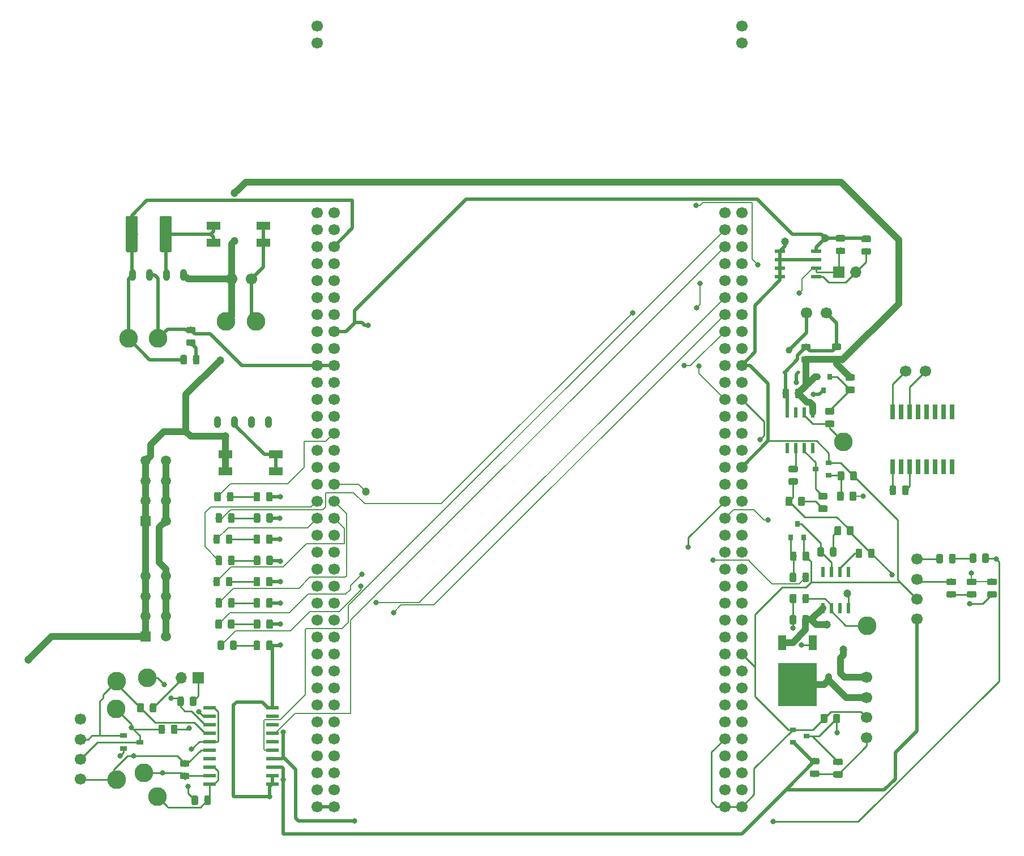
<source format=gbr>
G04 #@! TF.GenerationSoftware,KiCad,Pcbnew,(5.1.4)-1*
G04 #@! TF.CreationDate,2019-11-07T18:39:05-06:00*
G04 #@! TF.ProjectId,_autosave-_autosave-BPS-Nucleo,5f617574-6f73-4617-9665-2d5f6175746f,rev?*
G04 #@! TF.SameCoordinates,Original*
G04 #@! TF.FileFunction,Copper,L1,Top*
G04 #@! TF.FilePolarity,Positive*
%FSLAX46Y46*%
G04 Gerber Fmt 4.6, Leading zero omitted, Abs format (unit mm)*
G04 Created by KiCad (PCBNEW (5.1.4)-1) date 2019-11-07 18:39:05*
%MOMM*%
%LPD*%
G04 APERTURE LIST*
%ADD10C,1.700000*%
%ADD11C,2.800000*%
%ADD12R,0.600000X1.550000*%
%ADD13R,0.600000X0.450000*%
%ADD14C,0.100000*%
%ADD15C,0.975000*%
%ADD16C,1.800000*%
%ADD17O,1.700000X1.700000*%
%ADD18R,1.700000X1.700000*%
%ADD19R,1.200000X2.200000*%
%ADD20R,5.800000X6.400000*%
%ADD21R,0.800000X0.900000*%
%ADD22R,0.900000X0.800000*%
%ADD23R,1.000000X0.700000*%
%ADD24C,1.500000*%
%ADD25R,1.500000X1.500000*%
%ADD26R,2.000000X1.200000*%
%ADD27O,1.000000X1.800000*%
%ADD28R,1.549400X0.558800*%
%ADD29R,0.760000X2.200000*%
%ADD30R,1.950000X0.600000*%
%ADD31C,1.200000*%
%ADD32C,0.800000*%
%ADD33C,1.000000*%
%ADD34C,1.000000*%
%ADD35C,0.500000*%
%ADD36C,0.250000*%
%ADD37C,0.260000*%
%ADD38C,0.150000*%
G04 APERTURE END LIST*
D10*
X124460000Y-55499000D03*
X127000000Y-55499000D03*
X124460000Y-58039000D03*
X127000000Y-58039000D03*
X124460000Y-60579000D03*
X127000000Y-60579000D03*
X124460000Y-63119000D03*
X127000000Y-63119000D03*
X124460000Y-65659000D03*
X127000000Y-65659000D03*
X124460000Y-68199000D03*
X127000000Y-68199000D03*
X124460000Y-70739000D03*
X127000000Y-70739000D03*
X124460000Y-73279000D03*
X127000000Y-73279000D03*
X124460000Y-75819000D03*
X127000000Y-75819000D03*
X124460000Y-78359000D03*
X127000000Y-78359000D03*
X124460000Y-80899000D03*
X127000000Y-80899000D03*
X124460000Y-83439000D03*
X127000000Y-83439000D03*
X124460000Y-85979000D03*
X127000000Y-85979000D03*
X124460000Y-88519000D03*
X127000000Y-88519000D03*
X124460000Y-91059000D03*
X127000000Y-91059000D03*
X124460000Y-93599000D03*
X127000000Y-93599000D03*
X124460000Y-96139000D03*
X127000000Y-96139000D03*
X124460000Y-98679000D03*
X127000000Y-98679000D03*
X124460000Y-101219000D03*
X127000000Y-101219000D03*
X124460000Y-103759000D03*
X127000000Y-103759000D03*
X124460000Y-106299000D03*
X127000000Y-106299000D03*
X124460000Y-108839000D03*
X127000000Y-108839000D03*
X124460000Y-111379000D03*
X127000000Y-111379000D03*
X124460000Y-113919000D03*
X127000000Y-113919000D03*
X124460000Y-116459000D03*
X127000000Y-116459000D03*
X124460000Y-118999000D03*
X127000000Y-118999000D03*
X124460000Y-121539000D03*
X127000000Y-121539000D03*
X124460000Y-124079000D03*
X127000000Y-124079000D03*
X124460000Y-126619000D03*
X127000000Y-126619000D03*
X124460000Y-129159000D03*
X127000000Y-129159000D03*
X124460000Y-131699000D03*
X127000000Y-131699000D03*
X124460000Y-134239000D03*
X127000000Y-134239000D03*
X124460000Y-136779000D03*
X127000000Y-136779000D03*
X124460000Y-139319000D03*
X127000000Y-139319000D03*
X124460000Y-141859000D03*
X127000000Y-141859000D03*
X124460000Y-144399000D03*
X127000000Y-144399000D03*
X185420000Y-55499000D03*
X187960000Y-55499000D03*
X185420000Y-58039000D03*
X187960000Y-58039000D03*
X185420000Y-60579000D03*
X187960000Y-60579000D03*
X185420000Y-63119000D03*
X187960000Y-63119000D03*
X185420000Y-65659000D03*
X187960000Y-65659000D03*
X185420000Y-68199000D03*
X187960000Y-68199000D03*
X185420000Y-70739000D03*
X187960000Y-70739000D03*
X185420000Y-73279000D03*
X187960000Y-73279000D03*
X185420000Y-75819000D03*
X187960000Y-75819000D03*
X185420000Y-78359000D03*
X187960000Y-78359000D03*
X185420000Y-80899000D03*
X187960000Y-80899000D03*
X185420000Y-83439000D03*
X187960000Y-83439000D03*
X185420000Y-85979000D03*
X187960000Y-85979000D03*
X185420000Y-88519000D03*
X187960000Y-88519000D03*
X185420000Y-91059000D03*
X187960000Y-91059000D03*
X185420000Y-93599000D03*
X187960000Y-93599000D03*
X185420000Y-96139000D03*
X187960000Y-96139000D03*
X185420000Y-98679000D03*
X187960000Y-98679000D03*
X185420000Y-101219000D03*
X187960000Y-101219000D03*
X185420000Y-103759000D03*
X187960000Y-103759000D03*
X185420000Y-106299000D03*
X187960000Y-106299000D03*
X185420000Y-108839000D03*
X187960000Y-108839000D03*
X185420000Y-111379000D03*
X187960000Y-111379000D03*
X185420000Y-113919000D03*
X187960000Y-113919000D03*
X185420000Y-116459000D03*
X187960000Y-116459000D03*
X185420000Y-118999000D03*
X187960000Y-118999000D03*
X185420000Y-121539000D03*
X187960000Y-121539000D03*
X185420000Y-124079000D03*
X187960000Y-124079000D03*
X185420000Y-126619000D03*
X187960000Y-126619000D03*
X185420000Y-129159000D03*
X187960000Y-129159000D03*
X185420000Y-131699000D03*
X187960000Y-131699000D03*
X185420000Y-134239000D03*
X187960000Y-134239000D03*
X185420000Y-136779000D03*
X187960000Y-136779000D03*
X185420000Y-139319000D03*
X187960000Y-139319000D03*
X185420000Y-141859000D03*
X187960000Y-141859000D03*
X185420000Y-144399000D03*
X187960000Y-144399000D03*
X124460000Y-27559000D03*
X124460000Y-30099000D03*
X187960000Y-27559000D03*
X187960000Y-30099000D03*
D11*
X100624640Y-142951200D03*
D12*
X194783500Y-90788560D03*
X196053500Y-90788560D03*
X197323500Y-90788560D03*
X198593500Y-90788560D03*
X198593500Y-85388560D03*
X197323500Y-85388560D03*
X196053500Y-85388560D03*
X194783500Y-85388560D03*
D13*
X200952100Y-124960380D03*
X203052100Y-124960380D03*
D14*
G36*
X202400842Y-130522654D02*
G01*
X202424503Y-130526164D01*
X202447707Y-130531976D01*
X202470229Y-130540034D01*
X202491853Y-130550262D01*
X202512370Y-130562559D01*
X202531583Y-130576809D01*
X202549307Y-130592873D01*
X202565371Y-130610597D01*
X202579621Y-130629810D01*
X202591918Y-130650327D01*
X202602146Y-130671951D01*
X202610204Y-130694473D01*
X202616016Y-130717677D01*
X202619526Y-130741338D01*
X202620700Y-130765230D01*
X202620700Y-131677730D01*
X202619526Y-131701622D01*
X202616016Y-131725283D01*
X202610204Y-131748487D01*
X202602146Y-131771009D01*
X202591918Y-131792633D01*
X202579621Y-131813150D01*
X202565371Y-131832363D01*
X202549307Y-131850087D01*
X202531583Y-131866151D01*
X202512370Y-131880401D01*
X202491853Y-131892698D01*
X202470229Y-131902926D01*
X202447707Y-131910984D01*
X202424503Y-131916796D01*
X202400842Y-131920306D01*
X202376950Y-131921480D01*
X201889450Y-131921480D01*
X201865558Y-131920306D01*
X201841897Y-131916796D01*
X201818693Y-131910984D01*
X201796171Y-131902926D01*
X201774547Y-131892698D01*
X201754030Y-131880401D01*
X201734817Y-131866151D01*
X201717093Y-131850087D01*
X201701029Y-131832363D01*
X201686779Y-131813150D01*
X201674482Y-131792633D01*
X201664254Y-131771009D01*
X201656196Y-131748487D01*
X201650384Y-131725283D01*
X201646874Y-131701622D01*
X201645700Y-131677730D01*
X201645700Y-130765230D01*
X201646874Y-130741338D01*
X201650384Y-130717677D01*
X201656196Y-130694473D01*
X201664254Y-130671951D01*
X201674482Y-130650327D01*
X201686779Y-130629810D01*
X201701029Y-130610597D01*
X201717093Y-130592873D01*
X201734817Y-130576809D01*
X201754030Y-130562559D01*
X201774547Y-130550262D01*
X201796171Y-130540034D01*
X201818693Y-130531976D01*
X201841897Y-130526164D01*
X201865558Y-130522654D01*
X201889450Y-130521480D01*
X202376950Y-130521480D01*
X202400842Y-130522654D01*
X202400842Y-130522654D01*
G37*
D15*
X202133200Y-131221480D03*
D14*
G36*
X200525842Y-130522654D02*
G01*
X200549503Y-130526164D01*
X200572707Y-130531976D01*
X200595229Y-130540034D01*
X200616853Y-130550262D01*
X200637370Y-130562559D01*
X200656583Y-130576809D01*
X200674307Y-130592873D01*
X200690371Y-130610597D01*
X200704621Y-130629810D01*
X200716918Y-130650327D01*
X200727146Y-130671951D01*
X200735204Y-130694473D01*
X200741016Y-130717677D01*
X200744526Y-130741338D01*
X200745700Y-130765230D01*
X200745700Y-131677730D01*
X200744526Y-131701622D01*
X200741016Y-131725283D01*
X200735204Y-131748487D01*
X200727146Y-131771009D01*
X200716918Y-131792633D01*
X200704621Y-131813150D01*
X200690371Y-131832363D01*
X200674307Y-131850087D01*
X200656583Y-131866151D01*
X200637370Y-131880401D01*
X200616853Y-131892698D01*
X200595229Y-131902926D01*
X200572707Y-131910984D01*
X200549503Y-131916796D01*
X200525842Y-131920306D01*
X200501950Y-131921480D01*
X200014450Y-131921480D01*
X199990558Y-131920306D01*
X199966897Y-131916796D01*
X199943693Y-131910984D01*
X199921171Y-131902926D01*
X199899547Y-131892698D01*
X199879030Y-131880401D01*
X199859817Y-131866151D01*
X199842093Y-131850087D01*
X199826029Y-131832363D01*
X199811779Y-131813150D01*
X199799482Y-131792633D01*
X199789254Y-131771009D01*
X199781196Y-131748487D01*
X199775384Y-131725283D01*
X199771874Y-131701622D01*
X199770700Y-131677730D01*
X199770700Y-130765230D01*
X199771874Y-130741338D01*
X199775384Y-130717677D01*
X199781196Y-130694473D01*
X199789254Y-130671951D01*
X199799482Y-130650327D01*
X199811779Y-130629810D01*
X199826029Y-130610597D01*
X199842093Y-130592873D01*
X199859817Y-130576809D01*
X199879030Y-130562559D01*
X199899547Y-130550262D01*
X199921171Y-130540034D01*
X199943693Y-130531976D01*
X199966897Y-130526164D01*
X199990558Y-130522654D01*
X200014450Y-130521480D01*
X200501950Y-130521480D01*
X200525842Y-130522654D01*
X200525842Y-130522654D01*
G37*
D15*
X200258200Y-131221480D03*
D14*
G36*
X97433584Y-56031084D02*
G01*
X97457853Y-56034684D01*
X97481651Y-56040645D01*
X97504751Y-56048910D01*
X97526929Y-56059400D01*
X97547973Y-56072013D01*
X97567678Y-56086627D01*
X97585857Y-56103103D01*
X97602333Y-56121282D01*
X97616947Y-56140987D01*
X97629560Y-56162031D01*
X97640050Y-56184209D01*
X97648315Y-56207309D01*
X97654276Y-56231107D01*
X97657876Y-56255376D01*
X97659080Y-56279880D01*
X97659080Y-61179880D01*
X97657876Y-61204384D01*
X97654276Y-61228653D01*
X97648315Y-61252451D01*
X97640050Y-61275551D01*
X97629560Y-61297729D01*
X97616947Y-61318773D01*
X97602333Y-61338478D01*
X97585857Y-61356657D01*
X97567678Y-61373133D01*
X97547973Y-61387747D01*
X97526929Y-61400360D01*
X97504751Y-61410850D01*
X97481651Y-61419115D01*
X97457853Y-61425076D01*
X97433584Y-61428676D01*
X97409080Y-61429880D01*
X96109080Y-61429880D01*
X96084576Y-61428676D01*
X96060307Y-61425076D01*
X96036509Y-61419115D01*
X96013409Y-61410850D01*
X95991231Y-61400360D01*
X95970187Y-61387747D01*
X95950482Y-61373133D01*
X95932303Y-61356657D01*
X95915827Y-61338478D01*
X95901213Y-61318773D01*
X95888600Y-61297729D01*
X95878110Y-61275551D01*
X95869845Y-61252451D01*
X95863884Y-61228653D01*
X95860284Y-61204384D01*
X95859080Y-61179880D01*
X95859080Y-56279880D01*
X95860284Y-56255376D01*
X95863884Y-56231107D01*
X95869845Y-56207309D01*
X95878110Y-56184209D01*
X95888600Y-56162031D01*
X95901213Y-56140987D01*
X95915827Y-56121282D01*
X95932303Y-56103103D01*
X95950482Y-56086627D01*
X95970187Y-56072013D01*
X95991231Y-56059400D01*
X96013409Y-56048910D01*
X96036509Y-56040645D01*
X96060307Y-56034684D01*
X96084576Y-56031084D01*
X96109080Y-56029880D01*
X97409080Y-56029880D01*
X97433584Y-56031084D01*
X97433584Y-56031084D01*
G37*
D16*
X96759080Y-58729880D03*
D14*
G36*
X102533584Y-56031084D02*
G01*
X102557853Y-56034684D01*
X102581651Y-56040645D01*
X102604751Y-56048910D01*
X102626929Y-56059400D01*
X102647973Y-56072013D01*
X102667678Y-56086627D01*
X102685857Y-56103103D01*
X102702333Y-56121282D01*
X102716947Y-56140987D01*
X102729560Y-56162031D01*
X102740050Y-56184209D01*
X102748315Y-56207309D01*
X102754276Y-56231107D01*
X102757876Y-56255376D01*
X102759080Y-56279880D01*
X102759080Y-61179880D01*
X102757876Y-61204384D01*
X102754276Y-61228653D01*
X102748315Y-61252451D01*
X102740050Y-61275551D01*
X102729560Y-61297729D01*
X102716947Y-61318773D01*
X102702333Y-61338478D01*
X102685857Y-61356657D01*
X102667678Y-61373133D01*
X102647973Y-61387747D01*
X102626929Y-61400360D01*
X102604751Y-61410850D01*
X102581651Y-61419115D01*
X102557853Y-61425076D01*
X102533584Y-61428676D01*
X102509080Y-61429880D01*
X101209080Y-61429880D01*
X101184576Y-61428676D01*
X101160307Y-61425076D01*
X101136509Y-61419115D01*
X101113409Y-61410850D01*
X101091231Y-61400360D01*
X101070187Y-61387747D01*
X101050482Y-61373133D01*
X101032303Y-61356657D01*
X101015827Y-61338478D01*
X101001213Y-61318773D01*
X100988600Y-61297729D01*
X100978110Y-61275551D01*
X100969845Y-61252451D01*
X100963884Y-61228653D01*
X100960284Y-61204384D01*
X100959080Y-61179880D01*
X100959080Y-56279880D01*
X100960284Y-56255376D01*
X100963884Y-56231107D01*
X100969845Y-56207309D01*
X100978110Y-56184209D01*
X100988600Y-56162031D01*
X101001213Y-56140987D01*
X101015827Y-56121282D01*
X101032303Y-56103103D01*
X101050482Y-56086627D01*
X101070187Y-56072013D01*
X101091231Y-56059400D01*
X101113409Y-56048910D01*
X101136509Y-56040645D01*
X101160307Y-56034684D01*
X101184576Y-56031084D01*
X101209080Y-56029880D01*
X102509080Y-56029880D01*
X102533584Y-56031084D01*
X102533584Y-56031084D01*
G37*
D16*
X101859080Y-58729880D03*
D14*
G36*
X202600642Y-76989234D02*
G01*
X202624303Y-76992744D01*
X202647507Y-76998556D01*
X202670029Y-77006614D01*
X202691653Y-77016842D01*
X202712170Y-77029139D01*
X202731383Y-77043389D01*
X202749107Y-77059453D01*
X202765171Y-77077177D01*
X202779421Y-77096390D01*
X202791718Y-77116907D01*
X202801946Y-77138531D01*
X202810004Y-77161053D01*
X202815816Y-77184257D01*
X202819326Y-77207918D01*
X202820500Y-77231810D01*
X202820500Y-77719310D01*
X202819326Y-77743202D01*
X202815816Y-77766863D01*
X202810004Y-77790067D01*
X202801946Y-77812589D01*
X202791718Y-77834213D01*
X202779421Y-77854730D01*
X202765171Y-77873943D01*
X202749107Y-77891667D01*
X202731383Y-77907731D01*
X202712170Y-77921981D01*
X202691653Y-77934278D01*
X202670029Y-77944506D01*
X202647507Y-77952564D01*
X202624303Y-77958376D01*
X202600642Y-77961886D01*
X202576750Y-77963060D01*
X201664250Y-77963060D01*
X201640358Y-77961886D01*
X201616697Y-77958376D01*
X201593493Y-77952564D01*
X201570971Y-77944506D01*
X201549347Y-77934278D01*
X201528830Y-77921981D01*
X201509617Y-77907731D01*
X201491893Y-77891667D01*
X201475829Y-77873943D01*
X201461579Y-77854730D01*
X201449282Y-77834213D01*
X201439054Y-77812589D01*
X201430996Y-77790067D01*
X201425184Y-77766863D01*
X201421674Y-77743202D01*
X201420500Y-77719310D01*
X201420500Y-77231810D01*
X201421674Y-77207918D01*
X201425184Y-77184257D01*
X201430996Y-77161053D01*
X201439054Y-77138531D01*
X201449282Y-77116907D01*
X201461579Y-77096390D01*
X201475829Y-77077177D01*
X201491893Y-77059453D01*
X201509617Y-77043389D01*
X201528830Y-77029139D01*
X201549347Y-77016842D01*
X201570971Y-77006614D01*
X201593493Y-76998556D01*
X201616697Y-76992744D01*
X201640358Y-76989234D01*
X201664250Y-76988060D01*
X202576750Y-76988060D01*
X202600642Y-76989234D01*
X202600642Y-76989234D01*
G37*
D15*
X202120500Y-77475560D03*
D14*
G36*
X202600642Y-75114234D02*
G01*
X202624303Y-75117744D01*
X202647507Y-75123556D01*
X202670029Y-75131614D01*
X202691653Y-75141842D01*
X202712170Y-75154139D01*
X202731383Y-75168389D01*
X202749107Y-75184453D01*
X202765171Y-75202177D01*
X202779421Y-75221390D01*
X202791718Y-75241907D01*
X202801946Y-75263531D01*
X202810004Y-75286053D01*
X202815816Y-75309257D01*
X202819326Y-75332918D01*
X202820500Y-75356810D01*
X202820500Y-75844310D01*
X202819326Y-75868202D01*
X202815816Y-75891863D01*
X202810004Y-75915067D01*
X202801946Y-75937589D01*
X202791718Y-75959213D01*
X202779421Y-75979730D01*
X202765171Y-75998943D01*
X202749107Y-76016667D01*
X202731383Y-76032731D01*
X202712170Y-76046981D01*
X202691653Y-76059278D01*
X202670029Y-76069506D01*
X202647507Y-76077564D01*
X202624303Y-76083376D01*
X202600642Y-76086886D01*
X202576750Y-76088060D01*
X201664250Y-76088060D01*
X201640358Y-76086886D01*
X201616697Y-76083376D01*
X201593493Y-76077564D01*
X201570971Y-76069506D01*
X201549347Y-76059278D01*
X201528830Y-76046981D01*
X201509617Y-76032731D01*
X201491893Y-76016667D01*
X201475829Y-75998943D01*
X201461579Y-75979730D01*
X201449282Y-75959213D01*
X201439054Y-75937589D01*
X201430996Y-75915067D01*
X201425184Y-75891863D01*
X201421674Y-75868202D01*
X201420500Y-75844310D01*
X201420500Y-75356810D01*
X201421674Y-75332918D01*
X201425184Y-75309257D01*
X201430996Y-75286053D01*
X201439054Y-75263531D01*
X201449282Y-75241907D01*
X201461579Y-75221390D01*
X201475829Y-75202177D01*
X201491893Y-75184453D01*
X201509617Y-75168389D01*
X201528830Y-75154139D01*
X201549347Y-75141842D01*
X201570971Y-75131614D01*
X201593493Y-75123556D01*
X201616697Y-75117744D01*
X201640358Y-75114234D01*
X201664250Y-75113060D01*
X202576750Y-75113060D01*
X202600642Y-75114234D01*
X202600642Y-75114234D01*
G37*
D15*
X202120500Y-75600560D03*
D14*
G36*
X194798142Y-81886734D02*
G01*
X194821803Y-81890244D01*
X194845007Y-81896056D01*
X194867529Y-81904114D01*
X194889153Y-81914342D01*
X194909670Y-81926639D01*
X194928883Y-81940889D01*
X194946607Y-81956953D01*
X194962671Y-81974677D01*
X194976921Y-81993890D01*
X194989218Y-82014407D01*
X194999446Y-82036031D01*
X195007504Y-82058553D01*
X195013316Y-82081757D01*
X195016826Y-82105418D01*
X195018000Y-82129310D01*
X195018000Y-83041810D01*
X195016826Y-83065702D01*
X195013316Y-83089363D01*
X195007504Y-83112567D01*
X194999446Y-83135089D01*
X194989218Y-83156713D01*
X194976921Y-83177230D01*
X194962671Y-83196443D01*
X194946607Y-83214167D01*
X194928883Y-83230231D01*
X194909670Y-83244481D01*
X194889153Y-83256778D01*
X194867529Y-83267006D01*
X194845007Y-83275064D01*
X194821803Y-83280876D01*
X194798142Y-83284386D01*
X194774250Y-83285560D01*
X194286750Y-83285560D01*
X194262858Y-83284386D01*
X194239197Y-83280876D01*
X194215993Y-83275064D01*
X194193471Y-83267006D01*
X194171847Y-83256778D01*
X194151330Y-83244481D01*
X194132117Y-83230231D01*
X194114393Y-83214167D01*
X194098329Y-83196443D01*
X194084079Y-83177230D01*
X194071782Y-83156713D01*
X194061554Y-83135089D01*
X194053496Y-83112567D01*
X194047684Y-83089363D01*
X194044174Y-83065702D01*
X194043000Y-83041810D01*
X194043000Y-82129310D01*
X194044174Y-82105418D01*
X194047684Y-82081757D01*
X194053496Y-82058553D01*
X194061554Y-82036031D01*
X194071782Y-82014407D01*
X194084079Y-81993890D01*
X194098329Y-81974677D01*
X194114393Y-81956953D01*
X194132117Y-81940889D01*
X194151330Y-81926639D01*
X194171847Y-81914342D01*
X194193471Y-81904114D01*
X194215993Y-81896056D01*
X194239197Y-81890244D01*
X194262858Y-81886734D01*
X194286750Y-81885560D01*
X194774250Y-81885560D01*
X194798142Y-81886734D01*
X194798142Y-81886734D01*
G37*
D15*
X194530500Y-82585560D03*
D14*
G36*
X196673142Y-81886734D02*
G01*
X196696803Y-81890244D01*
X196720007Y-81896056D01*
X196742529Y-81904114D01*
X196764153Y-81914342D01*
X196784670Y-81926639D01*
X196803883Y-81940889D01*
X196821607Y-81956953D01*
X196837671Y-81974677D01*
X196851921Y-81993890D01*
X196864218Y-82014407D01*
X196874446Y-82036031D01*
X196882504Y-82058553D01*
X196888316Y-82081757D01*
X196891826Y-82105418D01*
X196893000Y-82129310D01*
X196893000Y-83041810D01*
X196891826Y-83065702D01*
X196888316Y-83089363D01*
X196882504Y-83112567D01*
X196874446Y-83135089D01*
X196864218Y-83156713D01*
X196851921Y-83177230D01*
X196837671Y-83196443D01*
X196821607Y-83214167D01*
X196803883Y-83230231D01*
X196784670Y-83244481D01*
X196764153Y-83256778D01*
X196742529Y-83267006D01*
X196720007Y-83275064D01*
X196696803Y-83280876D01*
X196673142Y-83284386D01*
X196649250Y-83285560D01*
X196161750Y-83285560D01*
X196137858Y-83284386D01*
X196114197Y-83280876D01*
X196090993Y-83275064D01*
X196068471Y-83267006D01*
X196046847Y-83256778D01*
X196026330Y-83244481D01*
X196007117Y-83230231D01*
X195989393Y-83214167D01*
X195973329Y-83196443D01*
X195959079Y-83177230D01*
X195946782Y-83156713D01*
X195936554Y-83135089D01*
X195928496Y-83112567D01*
X195922684Y-83089363D01*
X195919174Y-83065702D01*
X195918000Y-83041810D01*
X195918000Y-82129310D01*
X195919174Y-82105418D01*
X195922684Y-82081757D01*
X195928496Y-82058553D01*
X195936554Y-82036031D01*
X195946782Y-82014407D01*
X195959079Y-81993890D01*
X195973329Y-81974677D01*
X195989393Y-81956953D01*
X196007117Y-81940889D01*
X196026330Y-81926639D01*
X196046847Y-81914342D01*
X196068471Y-81904114D01*
X196090993Y-81896056D01*
X196114197Y-81890244D01*
X196137858Y-81886734D01*
X196161750Y-81885560D01*
X196649250Y-81885560D01*
X196673142Y-81886734D01*
X196673142Y-81886734D01*
G37*
D15*
X196405500Y-82585560D03*
D14*
G36*
X198028642Y-77019234D02*
G01*
X198052303Y-77022744D01*
X198075507Y-77028556D01*
X198098029Y-77036614D01*
X198119653Y-77046842D01*
X198140170Y-77059139D01*
X198159383Y-77073389D01*
X198177107Y-77089453D01*
X198193171Y-77107177D01*
X198207421Y-77126390D01*
X198219718Y-77146907D01*
X198229946Y-77168531D01*
X198238004Y-77191053D01*
X198243816Y-77214257D01*
X198247326Y-77237918D01*
X198248500Y-77261810D01*
X198248500Y-77749310D01*
X198247326Y-77773202D01*
X198243816Y-77796863D01*
X198238004Y-77820067D01*
X198229946Y-77842589D01*
X198219718Y-77864213D01*
X198207421Y-77884730D01*
X198193171Y-77903943D01*
X198177107Y-77921667D01*
X198159383Y-77937731D01*
X198140170Y-77951981D01*
X198119653Y-77964278D01*
X198098029Y-77974506D01*
X198075507Y-77982564D01*
X198052303Y-77988376D01*
X198028642Y-77991886D01*
X198004750Y-77993060D01*
X197092250Y-77993060D01*
X197068358Y-77991886D01*
X197044697Y-77988376D01*
X197021493Y-77982564D01*
X196998971Y-77974506D01*
X196977347Y-77964278D01*
X196956830Y-77951981D01*
X196937617Y-77937731D01*
X196919893Y-77921667D01*
X196903829Y-77903943D01*
X196889579Y-77884730D01*
X196877282Y-77864213D01*
X196867054Y-77842589D01*
X196858996Y-77820067D01*
X196853184Y-77796863D01*
X196849674Y-77773202D01*
X196848500Y-77749310D01*
X196848500Y-77261810D01*
X196849674Y-77237918D01*
X196853184Y-77214257D01*
X196858996Y-77191053D01*
X196867054Y-77168531D01*
X196877282Y-77146907D01*
X196889579Y-77126390D01*
X196903829Y-77107177D01*
X196919893Y-77089453D01*
X196937617Y-77073389D01*
X196956830Y-77059139D01*
X196977347Y-77046842D01*
X196998971Y-77036614D01*
X197021493Y-77028556D01*
X197044697Y-77022744D01*
X197068358Y-77019234D01*
X197092250Y-77018060D01*
X198004750Y-77018060D01*
X198028642Y-77019234D01*
X198028642Y-77019234D01*
G37*
D15*
X197548500Y-77505560D03*
D14*
G36*
X198028642Y-75144234D02*
G01*
X198052303Y-75147744D01*
X198075507Y-75153556D01*
X198098029Y-75161614D01*
X198119653Y-75171842D01*
X198140170Y-75184139D01*
X198159383Y-75198389D01*
X198177107Y-75214453D01*
X198193171Y-75232177D01*
X198207421Y-75251390D01*
X198219718Y-75271907D01*
X198229946Y-75293531D01*
X198238004Y-75316053D01*
X198243816Y-75339257D01*
X198247326Y-75362918D01*
X198248500Y-75386810D01*
X198248500Y-75874310D01*
X198247326Y-75898202D01*
X198243816Y-75921863D01*
X198238004Y-75945067D01*
X198229946Y-75967589D01*
X198219718Y-75989213D01*
X198207421Y-76009730D01*
X198193171Y-76028943D01*
X198177107Y-76046667D01*
X198159383Y-76062731D01*
X198140170Y-76076981D01*
X198119653Y-76089278D01*
X198098029Y-76099506D01*
X198075507Y-76107564D01*
X198052303Y-76113376D01*
X198028642Y-76116886D01*
X198004750Y-76118060D01*
X197092250Y-76118060D01*
X197068358Y-76116886D01*
X197044697Y-76113376D01*
X197021493Y-76107564D01*
X196998971Y-76099506D01*
X196977347Y-76089278D01*
X196956830Y-76076981D01*
X196937617Y-76062731D01*
X196919893Y-76046667D01*
X196903829Y-76028943D01*
X196889579Y-76009730D01*
X196877282Y-75989213D01*
X196867054Y-75967589D01*
X196858996Y-75945067D01*
X196853184Y-75921863D01*
X196849674Y-75898202D01*
X196848500Y-75874310D01*
X196848500Y-75386810D01*
X196849674Y-75362918D01*
X196853184Y-75339257D01*
X196858996Y-75316053D01*
X196867054Y-75293531D01*
X196877282Y-75271907D01*
X196889579Y-75251390D01*
X196903829Y-75232177D01*
X196919893Y-75214453D01*
X196937617Y-75198389D01*
X196956830Y-75184139D01*
X196977347Y-75171842D01*
X196998971Y-75161614D01*
X197021493Y-75153556D01*
X197044697Y-75147744D01*
X197068358Y-75144234D01*
X197092250Y-75143060D01*
X198004750Y-75143060D01*
X198028642Y-75144234D01*
X198028642Y-75144234D01*
G37*
D15*
X197548500Y-75630560D03*
D14*
G36*
X225844182Y-110288154D02*
G01*
X225867843Y-110291664D01*
X225891047Y-110297476D01*
X225913569Y-110305534D01*
X225935193Y-110315762D01*
X225955710Y-110328059D01*
X225974923Y-110342309D01*
X225992647Y-110358373D01*
X226008711Y-110376097D01*
X226022961Y-110395310D01*
X226035258Y-110415827D01*
X226045486Y-110437451D01*
X226053544Y-110459973D01*
X226059356Y-110483177D01*
X226062866Y-110506838D01*
X226064040Y-110530730D01*
X226064040Y-111018230D01*
X226062866Y-111042122D01*
X226059356Y-111065783D01*
X226053544Y-111088987D01*
X226045486Y-111111509D01*
X226035258Y-111133133D01*
X226022961Y-111153650D01*
X226008711Y-111172863D01*
X225992647Y-111190587D01*
X225974923Y-111206651D01*
X225955710Y-111220901D01*
X225935193Y-111233198D01*
X225913569Y-111243426D01*
X225891047Y-111251484D01*
X225867843Y-111257296D01*
X225844182Y-111260806D01*
X225820290Y-111261980D01*
X224907790Y-111261980D01*
X224883898Y-111260806D01*
X224860237Y-111257296D01*
X224837033Y-111251484D01*
X224814511Y-111243426D01*
X224792887Y-111233198D01*
X224772370Y-111220901D01*
X224753157Y-111206651D01*
X224735433Y-111190587D01*
X224719369Y-111172863D01*
X224705119Y-111153650D01*
X224692822Y-111133133D01*
X224682594Y-111111509D01*
X224674536Y-111088987D01*
X224668724Y-111065783D01*
X224665214Y-111042122D01*
X224664040Y-111018230D01*
X224664040Y-110530730D01*
X224665214Y-110506838D01*
X224668724Y-110483177D01*
X224674536Y-110459973D01*
X224682594Y-110437451D01*
X224692822Y-110415827D01*
X224705119Y-110395310D01*
X224719369Y-110376097D01*
X224735433Y-110358373D01*
X224753157Y-110342309D01*
X224772370Y-110328059D01*
X224792887Y-110315762D01*
X224814511Y-110305534D01*
X224837033Y-110297476D01*
X224860237Y-110291664D01*
X224883898Y-110288154D01*
X224907790Y-110286980D01*
X225820290Y-110286980D01*
X225844182Y-110288154D01*
X225844182Y-110288154D01*
G37*
D15*
X225364040Y-110774480D03*
D14*
G36*
X225844182Y-112163154D02*
G01*
X225867843Y-112166664D01*
X225891047Y-112172476D01*
X225913569Y-112180534D01*
X225935193Y-112190762D01*
X225955710Y-112203059D01*
X225974923Y-112217309D01*
X225992647Y-112233373D01*
X226008711Y-112251097D01*
X226022961Y-112270310D01*
X226035258Y-112290827D01*
X226045486Y-112312451D01*
X226053544Y-112334973D01*
X226059356Y-112358177D01*
X226062866Y-112381838D01*
X226064040Y-112405730D01*
X226064040Y-112893230D01*
X226062866Y-112917122D01*
X226059356Y-112940783D01*
X226053544Y-112963987D01*
X226045486Y-112986509D01*
X226035258Y-113008133D01*
X226022961Y-113028650D01*
X226008711Y-113047863D01*
X225992647Y-113065587D01*
X225974923Y-113081651D01*
X225955710Y-113095901D01*
X225935193Y-113108198D01*
X225913569Y-113118426D01*
X225891047Y-113126484D01*
X225867843Y-113132296D01*
X225844182Y-113135806D01*
X225820290Y-113136980D01*
X224907790Y-113136980D01*
X224883898Y-113135806D01*
X224860237Y-113132296D01*
X224837033Y-113126484D01*
X224814511Y-113118426D01*
X224792887Y-113108198D01*
X224772370Y-113095901D01*
X224753157Y-113081651D01*
X224735433Y-113065587D01*
X224719369Y-113047863D01*
X224705119Y-113028650D01*
X224692822Y-113008133D01*
X224682594Y-112986509D01*
X224674536Y-112963987D01*
X224668724Y-112940783D01*
X224665214Y-112917122D01*
X224664040Y-112893230D01*
X224664040Y-112405730D01*
X224665214Y-112381838D01*
X224668724Y-112358177D01*
X224674536Y-112334973D01*
X224682594Y-112312451D01*
X224692822Y-112290827D01*
X224705119Y-112270310D01*
X224719369Y-112251097D01*
X224735433Y-112233373D01*
X224753157Y-112217309D01*
X224772370Y-112203059D01*
X224792887Y-112190762D01*
X224814511Y-112180534D01*
X224837033Y-112172476D01*
X224860237Y-112166664D01*
X224883898Y-112163154D01*
X224907790Y-112161980D01*
X225820290Y-112161980D01*
X225844182Y-112163154D01*
X225844182Y-112163154D01*
G37*
D15*
X225364040Y-112649480D03*
D14*
G36*
X200028242Y-105592554D02*
G01*
X200051903Y-105596064D01*
X200075107Y-105601876D01*
X200097629Y-105609934D01*
X200119253Y-105620162D01*
X200139770Y-105632459D01*
X200158983Y-105646709D01*
X200176707Y-105662773D01*
X200192771Y-105680497D01*
X200207021Y-105699710D01*
X200219318Y-105720227D01*
X200229546Y-105741851D01*
X200237604Y-105764373D01*
X200243416Y-105787577D01*
X200246926Y-105811238D01*
X200248100Y-105835130D01*
X200248100Y-106747630D01*
X200246926Y-106771522D01*
X200243416Y-106795183D01*
X200237604Y-106818387D01*
X200229546Y-106840909D01*
X200219318Y-106862533D01*
X200207021Y-106883050D01*
X200192771Y-106902263D01*
X200176707Y-106919987D01*
X200158983Y-106936051D01*
X200139770Y-106950301D01*
X200119253Y-106962598D01*
X200097629Y-106972826D01*
X200075107Y-106980884D01*
X200051903Y-106986696D01*
X200028242Y-106990206D01*
X200004350Y-106991380D01*
X199516850Y-106991380D01*
X199492958Y-106990206D01*
X199469297Y-106986696D01*
X199446093Y-106980884D01*
X199423571Y-106972826D01*
X199401947Y-106962598D01*
X199381430Y-106950301D01*
X199362217Y-106936051D01*
X199344493Y-106919987D01*
X199328429Y-106902263D01*
X199314179Y-106883050D01*
X199301882Y-106862533D01*
X199291654Y-106840909D01*
X199283596Y-106818387D01*
X199277784Y-106795183D01*
X199274274Y-106771522D01*
X199273100Y-106747630D01*
X199273100Y-105835130D01*
X199274274Y-105811238D01*
X199277784Y-105787577D01*
X199283596Y-105764373D01*
X199291654Y-105741851D01*
X199301882Y-105720227D01*
X199314179Y-105699710D01*
X199328429Y-105680497D01*
X199344493Y-105662773D01*
X199362217Y-105646709D01*
X199381430Y-105632459D01*
X199401947Y-105620162D01*
X199423571Y-105609934D01*
X199446093Y-105601876D01*
X199469297Y-105596064D01*
X199492958Y-105592554D01*
X199516850Y-105591380D01*
X200004350Y-105591380D01*
X200028242Y-105592554D01*
X200028242Y-105592554D01*
G37*
D15*
X199760600Y-106291380D03*
D14*
G36*
X201903242Y-105592554D02*
G01*
X201926903Y-105596064D01*
X201950107Y-105601876D01*
X201972629Y-105609934D01*
X201994253Y-105620162D01*
X202014770Y-105632459D01*
X202033983Y-105646709D01*
X202051707Y-105662773D01*
X202067771Y-105680497D01*
X202082021Y-105699710D01*
X202094318Y-105720227D01*
X202104546Y-105741851D01*
X202112604Y-105764373D01*
X202118416Y-105787577D01*
X202121926Y-105811238D01*
X202123100Y-105835130D01*
X202123100Y-106747630D01*
X202121926Y-106771522D01*
X202118416Y-106795183D01*
X202112604Y-106818387D01*
X202104546Y-106840909D01*
X202094318Y-106862533D01*
X202082021Y-106883050D01*
X202067771Y-106902263D01*
X202051707Y-106919987D01*
X202033983Y-106936051D01*
X202014770Y-106950301D01*
X201994253Y-106962598D01*
X201972629Y-106972826D01*
X201950107Y-106980884D01*
X201926903Y-106986696D01*
X201903242Y-106990206D01*
X201879350Y-106991380D01*
X201391850Y-106991380D01*
X201367958Y-106990206D01*
X201344297Y-106986696D01*
X201321093Y-106980884D01*
X201298571Y-106972826D01*
X201276947Y-106962598D01*
X201256430Y-106950301D01*
X201237217Y-106936051D01*
X201219493Y-106919987D01*
X201203429Y-106902263D01*
X201189179Y-106883050D01*
X201176882Y-106862533D01*
X201166654Y-106840909D01*
X201158596Y-106818387D01*
X201152784Y-106795183D01*
X201149274Y-106771522D01*
X201148100Y-106747630D01*
X201148100Y-105835130D01*
X201149274Y-105811238D01*
X201152784Y-105787577D01*
X201158596Y-105764373D01*
X201166654Y-105741851D01*
X201176882Y-105720227D01*
X201189179Y-105699710D01*
X201203429Y-105680497D01*
X201219493Y-105662773D01*
X201237217Y-105646709D01*
X201256430Y-105632459D01*
X201276947Y-105620162D01*
X201298571Y-105609934D01*
X201321093Y-105601876D01*
X201344297Y-105596064D01*
X201367958Y-105592554D01*
X201391850Y-105591380D01*
X201879350Y-105591380D01*
X201903242Y-105592554D01*
X201903242Y-105592554D01*
G37*
D15*
X201635600Y-106291380D03*
D14*
G36*
X106083182Y-72614394D02*
G01*
X106106843Y-72617904D01*
X106130047Y-72623716D01*
X106152569Y-72631774D01*
X106174193Y-72642002D01*
X106194710Y-72654299D01*
X106213923Y-72668549D01*
X106231647Y-72684613D01*
X106247711Y-72702337D01*
X106261961Y-72721550D01*
X106274258Y-72742067D01*
X106284486Y-72763691D01*
X106292544Y-72786213D01*
X106298356Y-72809417D01*
X106301866Y-72833078D01*
X106303040Y-72856970D01*
X106303040Y-73344470D01*
X106301866Y-73368362D01*
X106298356Y-73392023D01*
X106292544Y-73415227D01*
X106284486Y-73437749D01*
X106274258Y-73459373D01*
X106261961Y-73479890D01*
X106247711Y-73499103D01*
X106231647Y-73516827D01*
X106213923Y-73532891D01*
X106194710Y-73547141D01*
X106174193Y-73559438D01*
X106152569Y-73569666D01*
X106130047Y-73577724D01*
X106106843Y-73583536D01*
X106083182Y-73587046D01*
X106059290Y-73588220D01*
X105146790Y-73588220D01*
X105122898Y-73587046D01*
X105099237Y-73583536D01*
X105076033Y-73577724D01*
X105053511Y-73569666D01*
X105031887Y-73559438D01*
X105011370Y-73547141D01*
X104992157Y-73532891D01*
X104974433Y-73516827D01*
X104958369Y-73499103D01*
X104944119Y-73479890D01*
X104931822Y-73459373D01*
X104921594Y-73437749D01*
X104913536Y-73415227D01*
X104907724Y-73392023D01*
X104904214Y-73368362D01*
X104903040Y-73344470D01*
X104903040Y-72856970D01*
X104904214Y-72833078D01*
X104907724Y-72809417D01*
X104913536Y-72786213D01*
X104921594Y-72763691D01*
X104931822Y-72742067D01*
X104944119Y-72721550D01*
X104958369Y-72702337D01*
X104974433Y-72684613D01*
X104992157Y-72668549D01*
X105011370Y-72654299D01*
X105031887Y-72642002D01*
X105053511Y-72631774D01*
X105076033Y-72623716D01*
X105099237Y-72617904D01*
X105122898Y-72614394D01*
X105146790Y-72613220D01*
X106059290Y-72613220D01*
X106083182Y-72614394D01*
X106083182Y-72614394D01*
G37*
D15*
X105603040Y-73100720D03*
D14*
G36*
X106083182Y-74489394D02*
G01*
X106106843Y-74492904D01*
X106130047Y-74498716D01*
X106152569Y-74506774D01*
X106174193Y-74517002D01*
X106194710Y-74529299D01*
X106213923Y-74543549D01*
X106231647Y-74559613D01*
X106247711Y-74577337D01*
X106261961Y-74596550D01*
X106274258Y-74617067D01*
X106284486Y-74638691D01*
X106292544Y-74661213D01*
X106298356Y-74684417D01*
X106301866Y-74708078D01*
X106303040Y-74731970D01*
X106303040Y-75219470D01*
X106301866Y-75243362D01*
X106298356Y-75267023D01*
X106292544Y-75290227D01*
X106284486Y-75312749D01*
X106274258Y-75334373D01*
X106261961Y-75354890D01*
X106247711Y-75374103D01*
X106231647Y-75391827D01*
X106213923Y-75407891D01*
X106194710Y-75422141D01*
X106174193Y-75434438D01*
X106152569Y-75444666D01*
X106130047Y-75452724D01*
X106106843Y-75458536D01*
X106083182Y-75462046D01*
X106059290Y-75463220D01*
X105146790Y-75463220D01*
X105122898Y-75462046D01*
X105099237Y-75458536D01*
X105076033Y-75452724D01*
X105053511Y-75444666D01*
X105031887Y-75434438D01*
X105011370Y-75422141D01*
X104992157Y-75407891D01*
X104974433Y-75391827D01*
X104958369Y-75374103D01*
X104944119Y-75354890D01*
X104931822Y-75334373D01*
X104921594Y-75312749D01*
X104913536Y-75290227D01*
X104907724Y-75267023D01*
X104904214Y-75243362D01*
X104903040Y-75219470D01*
X104903040Y-74731970D01*
X104904214Y-74708078D01*
X104907724Y-74684417D01*
X104913536Y-74661213D01*
X104921594Y-74638691D01*
X104931822Y-74617067D01*
X104944119Y-74596550D01*
X104958369Y-74577337D01*
X104974433Y-74559613D01*
X104992157Y-74543549D01*
X105011370Y-74529299D01*
X105031887Y-74517002D01*
X105053511Y-74506774D01*
X105076033Y-74498716D01*
X105099237Y-74492904D01*
X105122898Y-74489394D01*
X105146790Y-74488220D01*
X106059290Y-74488220D01*
X106083182Y-74489394D01*
X106083182Y-74489394D01*
G37*
D15*
X105603040Y-74975720D03*
D14*
G36*
X197153202Y-98036054D02*
G01*
X197176863Y-98039564D01*
X197200067Y-98045376D01*
X197222589Y-98053434D01*
X197244213Y-98063662D01*
X197264730Y-98075959D01*
X197283943Y-98090209D01*
X197301667Y-98106273D01*
X197317731Y-98123997D01*
X197331981Y-98143210D01*
X197344278Y-98163727D01*
X197354506Y-98185351D01*
X197362564Y-98207873D01*
X197368376Y-98231077D01*
X197371886Y-98254738D01*
X197373060Y-98278630D01*
X197373060Y-99191130D01*
X197371886Y-99215022D01*
X197368376Y-99238683D01*
X197362564Y-99261887D01*
X197354506Y-99284409D01*
X197344278Y-99306033D01*
X197331981Y-99326550D01*
X197317731Y-99345763D01*
X197301667Y-99363487D01*
X197283943Y-99379551D01*
X197264730Y-99393801D01*
X197244213Y-99406098D01*
X197222589Y-99416326D01*
X197200067Y-99424384D01*
X197176863Y-99430196D01*
X197153202Y-99433706D01*
X197129310Y-99434880D01*
X196641810Y-99434880D01*
X196617918Y-99433706D01*
X196594257Y-99430196D01*
X196571053Y-99424384D01*
X196548531Y-99416326D01*
X196526907Y-99406098D01*
X196506390Y-99393801D01*
X196487177Y-99379551D01*
X196469453Y-99363487D01*
X196453389Y-99345763D01*
X196439139Y-99326550D01*
X196426842Y-99306033D01*
X196416614Y-99284409D01*
X196408556Y-99261887D01*
X196402744Y-99238683D01*
X196399234Y-99215022D01*
X196398060Y-99191130D01*
X196398060Y-98278630D01*
X196399234Y-98254738D01*
X196402744Y-98231077D01*
X196408556Y-98207873D01*
X196416614Y-98185351D01*
X196426842Y-98163727D01*
X196439139Y-98143210D01*
X196453389Y-98123997D01*
X196469453Y-98106273D01*
X196487177Y-98090209D01*
X196506390Y-98075959D01*
X196526907Y-98063662D01*
X196548531Y-98053434D01*
X196571053Y-98045376D01*
X196594257Y-98039564D01*
X196617918Y-98036054D01*
X196641810Y-98034880D01*
X197129310Y-98034880D01*
X197153202Y-98036054D01*
X197153202Y-98036054D01*
G37*
D15*
X196885560Y-98734880D03*
D14*
G36*
X195278202Y-98036054D02*
G01*
X195301863Y-98039564D01*
X195325067Y-98045376D01*
X195347589Y-98053434D01*
X195369213Y-98063662D01*
X195389730Y-98075959D01*
X195408943Y-98090209D01*
X195426667Y-98106273D01*
X195442731Y-98123997D01*
X195456981Y-98143210D01*
X195469278Y-98163727D01*
X195479506Y-98185351D01*
X195487564Y-98207873D01*
X195493376Y-98231077D01*
X195496886Y-98254738D01*
X195498060Y-98278630D01*
X195498060Y-99191130D01*
X195496886Y-99215022D01*
X195493376Y-99238683D01*
X195487564Y-99261887D01*
X195479506Y-99284409D01*
X195469278Y-99306033D01*
X195456981Y-99326550D01*
X195442731Y-99345763D01*
X195426667Y-99363487D01*
X195408943Y-99379551D01*
X195389730Y-99393801D01*
X195369213Y-99406098D01*
X195347589Y-99416326D01*
X195325067Y-99424384D01*
X195301863Y-99430196D01*
X195278202Y-99433706D01*
X195254310Y-99434880D01*
X194766810Y-99434880D01*
X194742918Y-99433706D01*
X194719257Y-99430196D01*
X194696053Y-99424384D01*
X194673531Y-99416326D01*
X194651907Y-99406098D01*
X194631390Y-99393801D01*
X194612177Y-99379551D01*
X194594453Y-99363487D01*
X194578389Y-99345763D01*
X194564139Y-99326550D01*
X194551842Y-99306033D01*
X194541614Y-99284409D01*
X194533556Y-99261887D01*
X194527744Y-99238683D01*
X194524234Y-99215022D01*
X194523060Y-99191130D01*
X194523060Y-98278630D01*
X194524234Y-98254738D01*
X194527744Y-98231077D01*
X194533556Y-98207873D01*
X194541614Y-98185351D01*
X194551842Y-98163727D01*
X194564139Y-98143210D01*
X194578389Y-98123997D01*
X194594453Y-98106273D01*
X194612177Y-98090209D01*
X194631390Y-98075959D01*
X194651907Y-98063662D01*
X194673531Y-98053434D01*
X194696053Y-98045376D01*
X194719257Y-98039564D01*
X194742918Y-98036054D01*
X194766810Y-98034880D01*
X195254310Y-98034880D01*
X195278202Y-98036054D01*
X195278202Y-98036054D01*
G37*
D15*
X195010560Y-98734880D03*
D13*
X196405500Y-79410560D03*
X194305500Y-79410560D03*
D14*
G36*
X111738542Y-97345174D02*
G01*
X111762203Y-97348684D01*
X111785407Y-97354496D01*
X111807929Y-97362554D01*
X111829553Y-97372782D01*
X111850070Y-97385079D01*
X111869283Y-97399329D01*
X111887007Y-97415393D01*
X111903071Y-97433117D01*
X111917321Y-97452330D01*
X111929618Y-97472847D01*
X111939846Y-97494471D01*
X111947904Y-97516993D01*
X111953716Y-97540197D01*
X111957226Y-97563858D01*
X111958400Y-97587750D01*
X111958400Y-98500250D01*
X111957226Y-98524142D01*
X111953716Y-98547803D01*
X111947904Y-98571007D01*
X111939846Y-98593529D01*
X111929618Y-98615153D01*
X111917321Y-98635670D01*
X111903071Y-98654883D01*
X111887007Y-98672607D01*
X111869283Y-98688671D01*
X111850070Y-98702921D01*
X111829553Y-98715218D01*
X111807929Y-98725446D01*
X111785407Y-98733504D01*
X111762203Y-98739316D01*
X111738542Y-98742826D01*
X111714650Y-98744000D01*
X111227150Y-98744000D01*
X111203258Y-98742826D01*
X111179597Y-98739316D01*
X111156393Y-98733504D01*
X111133871Y-98725446D01*
X111112247Y-98715218D01*
X111091730Y-98702921D01*
X111072517Y-98688671D01*
X111054793Y-98672607D01*
X111038729Y-98654883D01*
X111024479Y-98635670D01*
X111012182Y-98615153D01*
X111001954Y-98593529D01*
X110993896Y-98571007D01*
X110988084Y-98547803D01*
X110984574Y-98524142D01*
X110983400Y-98500250D01*
X110983400Y-97587750D01*
X110984574Y-97563858D01*
X110988084Y-97540197D01*
X110993896Y-97516993D01*
X111001954Y-97494471D01*
X111012182Y-97472847D01*
X111024479Y-97452330D01*
X111038729Y-97433117D01*
X111054793Y-97415393D01*
X111072517Y-97399329D01*
X111091730Y-97385079D01*
X111112247Y-97372782D01*
X111133871Y-97362554D01*
X111156393Y-97354496D01*
X111179597Y-97348684D01*
X111203258Y-97345174D01*
X111227150Y-97344000D01*
X111714650Y-97344000D01*
X111738542Y-97345174D01*
X111738542Y-97345174D01*
G37*
D15*
X111470900Y-98044000D03*
D14*
G36*
X109863542Y-97345174D02*
G01*
X109887203Y-97348684D01*
X109910407Y-97354496D01*
X109932929Y-97362554D01*
X109954553Y-97372782D01*
X109975070Y-97385079D01*
X109994283Y-97399329D01*
X110012007Y-97415393D01*
X110028071Y-97433117D01*
X110042321Y-97452330D01*
X110054618Y-97472847D01*
X110064846Y-97494471D01*
X110072904Y-97516993D01*
X110078716Y-97540197D01*
X110082226Y-97563858D01*
X110083400Y-97587750D01*
X110083400Y-98500250D01*
X110082226Y-98524142D01*
X110078716Y-98547803D01*
X110072904Y-98571007D01*
X110064846Y-98593529D01*
X110054618Y-98615153D01*
X110042321Y-98635670D01*
X110028071Y-98654883D01*
X110012007Y-98672607D01*
X109994283Y-98688671D01*
X109975070Y-98702921D01*
X109954553Y-98715218D01*
X109932929Y-98725446D01*
X109910407Y-98733504D01*
X109887203Y-98739316D01*
X109863542Y-98742826D01*
X109839650Y-98744000D01*
X109352150Y-98744000D01*
X109328258Y-98742826D01*
X109304597Y-98739316D01*
X109281393Y-98733504D01*
X109258871Y-98725446D01*
X109237247Y-98715218D01*
X109216730Y-98702921D01*
X109197517Y-98688671D01*
X109179793Y-98672607D01*
X109163729Y-98654883D01*
X109149479Y-98635670D01*
X109137182Y-98615153D01*
X109126954Y-98593529D01*
X109118896Y-98571007D01*
X109113084Y-98547803D01*
X109109574Y-98524142D01*
X109108400Y-98500250D01*
X109108400Y-97587750D01*
X109109574Y-97563858D01*
X109113084Y-97540197D01*
X109118896Y-97516993D01*
X109126954Y-97494471D01*
X109137182Y-97472847D01*
X109149479Y-97452330D01*
X109163729Y-97433117D01*
X109179793Y-97415393D01*
X109197517Y-97399329D01*
X109216730Y-97385079D01*
X109237247Y-97372782D01*
X109258871Y-97362554D01*
X109281393Y-97354496D01*
X109304597Y-97348684D01*
X109328258Y-97345174D01*
X109352150Y-97344000D01*
X109839650Y-97344000D01*
X109863542Y-97345174D01*
X109863542Y-97345174D01*
G37*
D15*
X109595900Y-98044000D03*
D14*
G36*
X109718542Y-103695174D02*
G01*
X109742203Y-103698684D01*
X109765407Y-103704496D01*
X109787929Y-103712554D01*
X109809553Y-103722782D01*
X109830070Y-103735079D01*
X109849283Y-103749329D01*
X109867007Y-103765393D01*
X109883071Y-103783117D01*
X109897321Y-103802330D01*
X109909618Y-103822847D01*
X109919846Y-103844471D01*
X109927904Y-103866993D01*
X109933716Y-103890197D01*
X109937226Y-103913858D01*
X109938400Y-103937750D01*
X109938400Y-104850250D01*
X109937226Y-104874142D01*
X109933716Y-104897803D01*
X109927904Y-104921007D01*
X109919846Y-104943529D01*
X109909618Y-104965153D01*
X109897321Y-104985670D01*
X109883071Y-105004883D01*
X109867007Y-105022607D01*
X109849283Y-105038671D01*
X109830070Y-105052921D01*
X109809553Y-105065218D01*
X109787929Y-105075446D01*
X109765407Y-105083504D01*
X109742203Y-105089316D01*
X109718542Y-105092826D01*
X109694650Y-105094000D01*
X109207150Y-105094000D01*
X109183258Y-105092826D01*
X109159597Y-105089316D01*
X109136393Y-105083504D01*
X109113871Y-105075446D01*
X109092247Y-105065218D01*
X109071730Y-105052921D01*
X109052517Y-105038671D01*
X109034793Y-105022607D01*
X109018729Y-105004883D01*
X109004479Y-104985670D01*
X108992182Y-104965153D01*
X108981954Y-104943529D01*
X108973896Y-104921007D01*
X108968084Y-104897803D01*
X108964574Y-104874142D01*
X108963400Y-104850250D01*
X108963400Y-103937750D01*
X108964574Y-103913858D01*
X108968084Y-103890197D01*
X108973896Y-103866993D01*
X108981954Y-103844471D01*
X108992182Y-103822847D01*
X109004479Y-103802330D01*
X109018729Y-103783117D01*
X109034793Y-103765393D01*
X109052517Y-103749329D01*
X109071730Y-103735079D01*
X109092247Y-103722782D01*
X109113871Y-103712554D01*
X109136393Y-103704496D01*
X109159597Y-103698684D01*
X109183258Y-103695174D01*
X109207150Y-103694000D01*
X109694650Y-103694000D01*
X109718542Y-103695174D01*
X109718542Y-103695174D01*
G37*
D15*
X109450900Y-104394000D03*
D14*
G36*
X111593542Y-103695174D02*
G01*
X111617203Y-103698684D01*
X111640407Y-103704496D01*
X111662929Y-103712554D01*
X111684553Y-103722782D01*
X111705070Y-103735079D01*
X111724283Y-103749329D01*
X111742007Y-103765393D01*
X111758071Y-103783117D01*
X111772321Y-103802330D01*
X111784618Y-103822847D01*
X111794846Y-103844471D01*
X111802904Y-103866993D01*
X111808716Y-103890197D01*
X111812226Y-103913858D01*
X111813400Y-103937750D01*
X111813400Y-104850250D01*
X111812226Y-104874142D01*
X111808716Y-104897803D01*
X111802904Y-104921007D01*
X111794846Y-104943529D01*
X111784618Y-104965153D01*
X111772321Y-104985670D01*
X111758071Y-105004883D01*
X111742007Y-105022607D01*
X111724283Y-105038671D01*
X111705070Y-105052921D01*
X111684553Y-105065218D01*
X111662929Y-105075446D01*
X111640407Y-105083504D01*
X111617203Y-105089316D01*
X111593542Y-105092826D01*
X111569650Y-105094000D01*
X111082150Y-105094000D01*
X111058258Y-105092826D01*
X111034597Y-105089316D01*
X111011393Y-105083504D01*
X110988871Y-105075446D01*
X110967247Y-105065218D01*
X110946730Y-105052921D01*
X110927517Y-105038671D01*
X110909793Y-105022607D01*
X110893729Y-105004883D01*
X110879479Y-104985670D01*
X110867182Y-104965153D01*
X110856954Y-104943529D01*
X110848896Y-104921007D01*
X110843084Y-104897803D01*
X110839574Y-104874142D01*
X110838400Y-104850250D01*
X110838400Y-103937750D01*
X110839574Y-103913858D01*
X110843084Y-103890197D01*
X110848896Y-103866993D01*
X110856954Y-103844471D01*
X110867182Y-103822847D01*
X110879479Y-103802330D01*
X110893729Y-103783117D01*
X110909793Y-103765393D01*
X110927517Y-103749329D01*
X110946730Y-103735079D01*
X110967247Y-103722782D01*
X110988871Y-103712554D01*
X111011393Y-103704496D01*
X111034597Y-103698684D01*
X111058258Y-103695174D01*
X111082150Y-103694000D01*
X111569650Y-103694000D01*
X111593542Y-103695174D01*
X111593542Y-103695174D01*
G37*
D15*
X111325900Y-104394000D03*
D14*
G36*
X110051042Y-106870174D02*
G01*
X110074703Y-106873684D01*
X110097907Y-106879496D01*
X110120429Y-106887554D01*
X110142053Y-106897782D01*
X110162570Y-106910079D01*
X110181783Y-106924329D01*
X110199507Y-106940393D01*
X110215571Y-106958117D01*
X110229821Y-106977330D01*
X110242118Y-106997847D01*
X110252346Y-107019471D01*
X110260404Y-107041993D01*
X110266216Y-107065197D01*
X110269726Y-107088858D01*
X110270900Y-107112750D01*
X110270900Y-108025250D01*
X110269726Y-108049142D01*
X110266216Y-108072803D01*
X110260404Y-108096007D01*
X110252346Y-108118529D01*
X110242118Y-108140153D01*
X110229821Y-108160670D01*
X110215571Y-108179883D01*
X110199507Y-108197607D01*
X110181783Y-108213671D01*
X110162570Y-108227921D01*
X110142053Y-108240218D01*
X110120429Y-108250446D01*
X110097907Y-108258504D01*
X110074703Y-108264316D01*
X110051042Y-108267826D01*
X110027150Y-108269000D01*
X109539650Y-108269000D01*
X109515758Y-108267826D01*
X109492097Y-108264316D01*
X109468893Y-108258504D01*
X109446371Y-108250446D01*
X109424747Y-108240218D01*
X109404230Y-108227921D01*
X109385017Y-108213671D01*
X109367293Y-108197607D01*
X109351229Y-108179883D01*
X109336979Y-108160670D01*
X109324682Y-108140153D01*
X109314454Y-108118529D01*
X109306396Y-108096007D01*
X109300584Y-108072803D01*
X109297074Y-108049142D01*
X109295900Y-108025250D01*
X109295900Y-107112750D01*
X109297074Y-107088858D01*
X109300584Y-107065197D01*
X109306396Y-107041993D01*
X109314454Y-107019471D01*
X109324682Y-106997847D01*
X109336979Y-106977330D01*
X109351229Y-106958117D01*
X109367293Y-106940393D01*
X109385017Y-106924329D01*
X109404230Y-106910079D01*
X109424747Y-106897782D01*
X109446371Y-106887554D01*
X109468893Y-106879496D01*
X109492097Y-106873684D01*
X109515758Y-106870174D01*
X109539650Y-106869000D01*
X110027150Y-106869000D01*
X110051042Y-106870174D01*
X110051042Y-106870174D01*
G37*
D15*
X109783400Y-107569000D03*
D14*
G36*
X111926042Y-106870174D02*
G01*
X111949703Y-106873684D01*
X111972907Y-106879496D01*
X111995429Y-106887554D01*
X112017053Y-106897782D01*
X112037570Y-106910079D01*
X112056783Y-106924329D01*
X112074507Y-106940393D01*
X112090571Y-106958117D01*
X112104821Y-106977330D01*
X112117118Y-106997847D01*
X112127346Y-107019471D01*
X112135404Y-107041993D01*
X112141216Y-107065197D01*
X112144726Y-107088858D01*
X112145900Y-107112750D01*
X112145900Y-108025250D01*
X112144726Y-108049142D01*
X112141216Y-108072803D01*
X112135404Y-108096007D01*
X112127346Y-108118529D01*
X112117118Y-108140153D01*
X112104821Y-108160670D01*
X112090571Y-108179883D01*
X112074507Y-108197607D01*
X112056783Y-108213671D01*
X112037570Y-108227921D01*
X112017053Y-108240218D01*
X111995429Y-108250446D01*
X111972907Y-108258504D01*
X111949703Y-108264316D01*
X111926042Y-108267826D01*
X111902150Y-108269000D01*
X111414650Y-108269000D01*
X111390758Y-108267826D01*
X111367097Y-108264316D01*
X111343893Y-108258504D01*
X111321371Y-108250446D01*
X111299747Y-108240218D01*
X111279230Y-108227921D01*
X111260017Y-108213671D01*
X111242293Y-108197607D01*
X111226229Y-108179883D01*
X111211979Y-108160670D01*
X111199682Y-108140153D01*
X111189454Y-108118529D01*
X111181396Y-108096007D01*
X111175584Y-108072803D01*
X111172074Y-108049142D01*
X111170900Y-108025250D01*
X111170900Y-107112750D01*
X111172074Y-107088858D01*
X111175584Y-107065197D01*
X111181396Y-107041993D01*
X111189454Y-107019471D01*
X111199682Y-106997847D01*
X111211979Y-106977330D01*
X111226229Y-106958117D01*
X111242293Y-106940393D01*
X111260017Y-106924329D01*
X111279230Y-106910079D01*
X111299747Y-106897782D01*
X111321371Y-106887554D01*
X111343893Y-106879496D01*
X111367097Y-106873684D01*
X111390758Y-106870174D01*
X111414650Y-106869000D01*
X111902150Y-106869000D01*
X111926042Y-106870174D01*
X111926042Y-106870174D01*
G37*
D15*
X111658400Y-107569000D03*
D14*
G36*
X111926042Y-113220174D02*
G01*
X111949703Y-113223684D01*
X111972907Y-113229496D01*
X111995429Y-113237554D01*
X112017053Y-113247782D01*
X112037570Y-113260079D01*
X112056783Y-113274329D01*
X112074507Y-113290393D01*
X112090571Y-113308117D01*
X112104821Y-113327330D01*
X112117118Y-113347847D01*
X112127346Y-113369471D01*
X112135404Y-113391993D01*
X112141216Y-113415197D01*
X112144726Y-113438858D01*
X112145900Y-113462750D01*
X112145900Y-114375250D01*
X112144726Y-114399142D01*
X112141216Y-114422803D01*
X112135404Y-114446007D01*
X112127346Y-114468529D01*
X112117118Y-114490153D01*
X112104821Y-114510670D01*
X112090571Y-114529883D01*
X112074507Y-114547607D01*
X112056783Y-114563671D01*
X112037570Y-114577921D01*
X112017053Y-114590218D01*
X111995429Y-114600446D01*
X111972907Y-114608504D01*
X111949703Y-114614316D01*
X111926042Y-114617826D01*
X111902150Y-114619000D01*
X111414650Y-114619000D01*
X111390758Y-114617826D01*
X111367097Y-114614316D01*
X111343893Y-114608504D01*
X111321371Y-114600446D01*
X111299747Y-114590218D01*
X111279230Y-114577921D01*
X111260017Y-114563671D01*
X111242293Y-114547607D01*
X111226229Y-114529883D01*
X111211979Y-114510670D01*
X111199682Y-114490153D01*
X111189454Y-114468529D01*
X111181396Y-114446007D01*
X111175584Y-114422803D01*
X111172074Y-114399142D01*
X111170900Y-114375250D01*
X111170900Y-113462750D01*
X111172074Y-113438858D01*
X111175584Y-113415197D01*
X111181396Y-113391993D01*
X111189454Y-113369471D01*
X111199682Y-113347847D01*
X111211979Y-113327330D01*
X111226229Y-113308117D01*
X111242293Y-113290393D01*
X111260017Y-113274329D01*
X111279230Y-113260079D01*
X111299747Y-113247782D01*
X111321371Y-113237554D01*
X111343893Y-113229496D01*
X111367097Y-113223684D01*
X111390758Y-113220174D01*
X111414650Y-113219000D01*
X111902150Y-113219000D01*
X111926042Y-113220174D01*
X111926042Y-113220174D01*
G37*
D15*
X111658400Y-113919000D03*
D14*
G36*
X110051042Y-113220174D02*
G01*
X110074703Y-113223684D01*
X110097907Y-113229496D01*
X110120429Y-113237554D01*
X110142053Y-113247782D01*
X110162570Y-113260079D01*
X110181783Y-113274329D01*
X110199507Y-113290393D01*
X110215571Y-113308117D01*
X110229821Y-113327330D01*
X110242118Y-113347847D01*
X110252346Y-113369471D01*
X110260404Y-113391993D01*
X110266216Y-113415197D01*
X110269726Y-113438858D01*
X110270900Y-113462750D01*
X110270900Y-114375250D01*
X110269726Y-114399142D01*
X110266216Y-114422803D01*
X110260404Y-114446007D01*
X110252346Y-114468529D01*
X110242118Y-114490153D01*
X110229821Y-114510670D01*
X110215571Y-114529883D01*
X110199507Y-114547607D01*
X110181783Y-114563671D01*
X110162570Y-114577921D01*
X110142053Y-114590218D01*
X110120429Y-114600446D01*
X110097907Y-114608504D01*
X110074703Y-114614316D01*
X110051042Y-114617826D01*
X110027150Y-114619000D01*
X109539650Y-114619000D01*
X109515758Y-114617826D01*
X109492097Y-114614316D01*
X109468893Y-114608504D01*
X109446371Y-114600446D01*
X109424747Y-114590218D01*
X109404230Y-114577921D01*
X109385017Y-114563671D01*
X109367293Y-114547607D01*
X109351229Y-114529883D01*
X109336979Y-114510670D01*
X109324682Y-114490153D01*
X109314454Y-114468529D01*
X109306396Y-114446007D01*
X109300584Y-114422803D01*
X109297074Y-114399142D01*
X109295900Y-114375250D01*
X109295900Y-113462750D01*
X109297074Y-113438858D01*
X109300584Y-113415197D01*
X109306396Y-113391993D01*
X109314454Y-113369471D01*
X109324682Y-113347847D01*
X109336979Y-113327330D01*
X109351229Y-113308117D01*
X109367293Y-113290393D01*
X109385017Y-113274329D01*
X109404230Y-113260079D01*
X109424747Y-113247782D01*
X109446371Y-113237554D01*
X109468893Y-113229496D01*
X109492097Y-113223684D01*
X109515758Y-113220174D01*
X109539650Y-113219000D01*
X110027150Y-113219000D01*
X110051042Y-113220174D01*
X110051042Y-113220174D01*
G37*
D15*
X109783400Y-113919000D03*
D14*
G36*
X109718542Y-110045174D02*
G01*
X109742203Y-110048684D01*
X109765407Y-110054496D01*
X109787929Y-110062554D01*
X109809553Y-110072782D01*
X109830070Y-110085079D01*
X109849283Y-110099329D01*
X109867007Y-110115393D01*
X109883071Y-110133117D01*
X109897321Y-110152330D01*
X109909618Y-110172847D01*
X109919846Y-110194471D01*
X109927904Y-110216993D01*
X109933716Y-110240197D01*
X109937226Y-110263858D01*
X109938400Y-110287750D01*
X109938400Y-111200250D01*
X109937226Y-111224142D01*
X109933716Y-111247803D01*
X109927904Y-111271007D01*
X109919846Y-111293529D01*
X109909618Y-111315153D01*
X109897321Y-111335670D01*
X109883071Y-111354883D01*
X109867007Y-111372607D01*
X109849283Y-111388671D01*
X109830070Y-111402921D01*
X109809553Y-111415218D01*
X109787929Y-111425446D01*
X109765407Y-111433504D01*
X109742203Y-111439316D01*
X109718542Y-111442826D01*
X109694650Y-111444000D01*
X109207150Y-111444000D01*
X109183258Y-111442826D01*
X109159597Y-111439316D01*
X109136393Y-111433504D01*
X109113871Y-111425446D01*
X109092247Y-111415218D01*
X109071730Y-111402921D01*
X109052517Y-111388671D01*
X109034793Y-111372607D01*
X109018729Y-111354883D01*
X109004479Y-111335670D01*
X108992182Y-111315153D01*
X108981954Y-111293529D01*
X108973896Y-111271007D01*
X108968084Y-111247803D01*
X108964574Y-111224142D01*
X108963400Y-111200250D01*
X108963400Y-110287750D01*
X108964574Y-110263858D01*
X108968084Y-110240197D01*
X108973896Y-110216993D01*
X108981954Y-110194471D01*
X108992182Y-110172847D01*
X109004479Y-110152330D01*
X109018729Y-110133117D01*
X109034793Y-110115393D01*
X109052517Y-110099329D01*
X109071730Y-110085079D01*
X109092247Y-110072782D01*
X109113871Y-110062554D01*
X109136393Y-110054496D01*
X109159597Y-110048684D01*
X109183258Y-110045174D01*
X109207150Y-110044000D01*
X109694650Y-110044000D01*
X109718542Y-110045174D01*
X109718542Y-110045174D01*
G37*
D15*
X109450900Y-110744000D03*
D14*
G36*
X111593542Y-110045174D02*
G01*
X111617203Y-110048684D01*
X111640407Y-110054496D01*
X111662929Y-110062554D01*
X111684553Y-110072782D01*
X111705070Y-110085079D01*
X111724283Y-110099329D01*
X111742007Y-110115393D01*
X111758071Y-110133117D01*
X111772321Y-110152330D01*
X111784618Y-110172847D01*
X111794846Y-110194471D01*
X111802904Y-110216993D01*
X111808716Y-110240197D01*
X111812226Y-110263858D01*
X111813400Y-110287750D01*
X111813400Y-111200250D01*
X111812226Y-111224142D01*
X111808716Y-111247803D01*
X111802904Y-111271007D01*
X111794846Y-111293529D01*
X111784618Y-111315153D01*
X111772321Y-111335670D01*
X111758071Y-111354883D01*
X111742007Y-111372607D01*
X111724283Y-111388671D01*
X111705070Y-111402921D01*
X111684553Y-111415218D01*
X111662929Y-111425446D01*
X111640407Y-111433504D01*
X111617203Y-111439316D01*
X111593542Y-111442826D01*
X111569650Y-111444000D01*
X111082150Y-111444000D01*
X111058258Y-111442826D01*
X111034597Y-111439316D01*
X111011393Y-111433504D01*
X110988871Y-111425446D01*
X110967247Y-111415218D01*
X110946730Y-111402921D01*
X110927517Y-111388671D01*
X110909793Y-111372607D01*
X110893729Y-111354883D01*
X110879479Y-111335670D01*
X110867182Y-111315153D01*
X110856954Y-111293529D01*
X110848896Y-111271007D01*
X110843084Y-111247803D01*
X110839574Y-111224142D01*
X110838400Y-111200250D01*
X110838400Y-110287750D01*
X110839574Y-110263858D01*
X110843084Y-110240197D01*
X110848896Y-110216993D01*
X110856954Y-110194471D01*
X110867182Y-110172847D01*
X110879479Y-110152330D01*
X110893729Y-110133117D01*
X110909793Y-110115393D01*
X110927517Y-110099329D01*
X110946730Y-110085079D01*
X110967247Y-110072782D01*
X110988871Y-110062554D01*
X111011393Y-110054496D01*
X111034597Y-110048684D01*
X111058258Y-110045174D01*
X111082150Y-110044000D01*
X111569650Y-110044000D01*
X111593542Y-110045174D01*
X111593542Y-110045174D01*
G37*
D15*
X111325900Y-110744000D03*
D14*
G36*
X111926042Y-100520174D02*
G01*
X111949703Y-100523684D01*
X111972907Y-100529496D01*
X111995429Y-100537554D01*
X112017053Y-100547782D01*
X112037570Y-100560079D01*
X112056783Y-100574329D01*
X112074507Y-100590393D01*
X112090571Y-100608117D01*
X112104821Y-100627330D01*
X112117118Y-100647847D01*
X112127346Y-100669471D01*
X112135404Y-100691993D01*
X112141216Y-100715197D01*
X112144726Y-100738858D01*
X112145900Y-100762750D01*
X112145900Y-101675250D01*
X112144726Y-101699142D01*
X112141216Y-101722803D01*
X112135404Y-101746007D01*
X112127346Y-101768529D01*
X112117118Y-101790153D01*
X112104821Y-101810670D01*
X112090571Y-101829883D01*
X112074507Y-101847607D01*
X112056783Y-101863671D01*
X112037570Y-101877921D01*
X112017053Y-101890218D01*
X111995429Y-101900446D01*
X111972907Y-101908504D01*
X111949703Y-101914316D01*
X111926042Y-101917826D01*
X111902150Y-101919000D01*
X111414650Y-101919000D01*
X111390758Y-101917826D01*
X111367097Y-101914316D01*
X111343893Y-101908504D01*
X111321371Y-101900446D01*
X111299747Y-101890218D01*
X111279230Y-101877921D01*
X111260017Y-101863671D01*
X111242293Y-101847607D01*
X111226229Y-101829883D01*
X111211979Y-101810670D01*
X111199682Y-101790153D01*
X111189454Y-101768529D01*
X111181396Y-101746007D01*
X111175584Y-101722803D01*
X111172074Y-101699142D01*
X111170900Y-101675250D01*
X111170900Y-100762750D01*
X111172074Y-100738858D01*
X111175584Y-100715197D01*
X111181396Y-100691993D01*
X111189454Y-100669471D01*
X111199682Y-100647847D01*
X111211979Y-100627330D01*
X111226229Y-100608117D01*
X111242293Y-100590393D01*
X111260017Y-100574329D01*
X111279230Y-100560079D01*
X111299747Y-100547782D01*
X111321371Y-100537554D01*
X111343893Y-100529496D01*
X111367097Y-100523684D01*
X111390758Y-100520174D01*
X111414650Y-100519000D01*
X111902150Y-100519000D01*
X111926042Y-100520174D01*
X111926042Y-100520174D01*
G37*
D15*
X111658400Y-101219000D03*
D14*
G36*
X110051042Y-100520174D02*
G01*
X110074703Y-100523684D01*
X110097907Y-100529496D01*
X110120429Y-100537554D01*
X110142053Y-100547782D01*
X110162570Y-100560079D01*
X110181783Y-100574329D01*
X110199507Y-100590393D01*
X110215571Y-100608117D01*
X110229821Y-100627330D01*
X110242118Y-100647847D01*
X110252346Y-100669471D01*
X110260404Y-100691993D01*
X110266216Y-100715197D01*
X110269726Y-100738858D01*
X110270900Y-100762750D01*
X110270900Y-101675250D01*
X110269726Y-101699142D01*
X110266216Y-101722803D01*
X110260404Y-101746007D01*
X110252346Y-101768529D01*
X110242118Y-101790153D01*
X110229821Y-101810670D01*
X110215571Y-101829883D01*
X110199507Y-101847607D01*
X110181783Y-101863671D01*
X110162570Y-101877921D01*
X110142053Y-101890218D01*
X110120429Y-101900446D01*
X110097907Y-101908504D01*
X110074703Y-101914316D01*
X110051042Y-101917826D01*
X110027150Y-101919000D01*
X109539650Y-101919000D01*
X109515758Y-101917826D01*
X109492097Y-101914316D01*
X109468893Y-101908504D01*
X109446371Y-101900446D01*
X109424747Y-101890218D01*
X109404230Y-101877921D01*
X109385017Y-101863671D01*
X109367293Y-101847607D01*
X109351229Y-101829883D01*
X109336979Y-101810670D01*
X109324682Y-101790153D01*
X109314454Y-101768529D01*
X109306396Y-101746007D01*
X109300584Y-101722803D01*
X109297074Y-101699142D01*
X109295900Y-101675250D01*
X109295900Y-100762750D01*
X109297074Y-100738858D01*
X109300584Y-100715197D01*
X109306396Y-100691993D01*
X109314454Y-100669471D01*
X109324682Y-100647847D01*
X109336979Y-100627330D01*
X109351229Y-100608117D01*
X109367293Y-100590393D01*
X109385017Y-100574329D01*
X109404230Y-100560079D01*
X109424747Y-100547782D01*
X109446371Y-100537554D01*
X109468893Y-100529496D01*
X109492097Y-100523684D01*
X109515758Y-100520174D01*
X109539650Y-100519000D01*
X110027150Y-100519000D01*
X110051042Y-100520174D01*
X110051042Y-100520174D01*
G37*
D15*
X109783400Y-101219000D03*
D14*
G36*
X110021042Y-116395174D02*
G01*
X110044703Y-116398684D01*
X110067907Y-116404496D01*
X110090429Y-116412554D01*
X110112053Y-116422782D01*
X110132570Y-116435079D01*
X110151783Y-116449329D01*
X110169507Y-116465393D01*
X110185571Y-116483117D01*
X110199821Y-116502330D01*
X110212118Y-116522847D01*
X110222346Y-116544471D01*
X110230404Y-116566993D01*
X110236216Y-116590197D01*
X110239726Y-116613858D01*
X110240900Y-116637750D01*
X110240900Y-117550250D01*
X110239726Y-117574142D01*
X110236216Y-117597803D01*
X110230404Y-117621007D01*
X110222346Y-117643529D01*
X110212118Y-117665153D01*
X110199821Y-117685670D01*
X110185571Y-117704883D01*
X110169507Y-117722607D01*
X110151783Y-117738671D01*
X110132570Y-117752921D01*
X110112053Y-117765218D01*
X110090429Y-117775446D01*
X110067907Y-117783504D01*
X110044703Y-117789316D01*
X110021042Y-117792826D01*
X109997150Y-117794000D01*
X109509650Y-117794000D01*
X109485758Y-117792826D01*
X109462097Y-117789316D01*
X109438893Y-117783504D01*
X109416371Y-117775446D01*
X109394747Y-117765218D01*
X109374230Y-117752921D01*
X109355017Y-117738671D01*
X109337293Y-117722607D01*
X109321229Y-117704883D01*
X109306979Y-117685670D01*
X109294682Y-117665153D01*
X109284454Y-117643529D01*
X109276396Y-117621007D01*
X109270584Y-117597803D01*
X109267074Y-117574142D01*
X109265900Y-117550250D01*
X109265900Y-116637750D01*
X109267074Y-116613858D01*
X109270584Y-116590197D01*
X109276396Y-116566993D01*
X109284454Y-116544471D01*
X109294682Y-116522847D01*
X109306979Y-116502330D01*
X109321229Y-116483117D01*
X109337293Y-116465393D01*
X109355017Y-116449329D01*
X109374230Y-116435079D01*
X109394747Y-116422782D01*
X109416371Y-116412554D01*
X109438893Y-116404496D01*
X109462097Y-116398684D01*
X109485758Y-116395174D01*
X109509650Y-116394000D01*
X109997150Y-116394000D01*
X110021042Y-116395174D01*
X110021042Y-116395174D01*
G37*
D15*
X109753400Y-117094000D03*
D14*
G36*
X111896042Y-116395174D02*
G01*
X111919703Y-116398684D01*
X111942907Y-116404496D01*
X111965429Y-116412554D01*
X111987053Y-116422782D01*
X112007570Y-116435079D01*
X112026783Y-116449329D01*
X112044507Y-116465393D01*
X112060571Y-116483117D01*
X112074821Y-116502330D01*
X112087118Y-116522847D01*
X112097346Y-116544471D01*
X112105404Y-116566993D01*
X112111216Y-116590197D01*
X112114726Y-116613858D01*
X112115900Y-116637750D01*
X112115900Y-117550250D01*
X112114726Y-117574142D01*
X112111216Y-117597803D01*
X112105404Y-117621007D01*
X112097346Y-117643529D01*
X112087118Y-117665153D01*
X112074821Y-117685670D01*
X112060571Y-117704883D01*
X112044507Y-117722607D01*
X112026783Y-117738671D01*
X112007570Y-117752921D01*
X111987053Y-117765218D01*
X111965429Y-117775446D01*
X111942907Y-117783504D01*
X111919703Y-117789316D01*
X111896042Y-117792826D01*
X111872150Y-117794000D01*
X111384650Y-117794000D01*
X111360758Y-117792826D01*
X111337097Y-117789316D01*
X111313893Y-117783504D01*
X111291371Y-117775446D01*
X111269747Y-117765218D01*
X111249230Y-117752921D01*
X111230017Y-117738671D01*
X111212293Y-117722607D01*
X111196229Y-117704883D01*
X111181979Y-117685670D01*
X111169682Y-117665153D01*
X111159454Y-117643529D01*
X111151396Y-117621007D01*
X111145584Y-117597803D01*
X111142074Y-117574142D01*
X111140900Y-117550250D01*
X111140900Y-116637750D01*
X111142074Y-116613858D01*
X111145584Y-116590197D01*
X111151396Y-116566993D01*
X111159454Y-116544471D01*
X111169682Y-116522847D01*
X111181979Y-116502330D01*
X111196229Y-116483117D01*
X111212293Y-116465393D01*
X111230017Y-116449329D01*
X111249230Y-116435079D01*
X111269747Y-116422782D01*
X111291371Y-116412554D01*
X111313893Y-116404496D01*
X111337097Y-116398684D01*
X111360758Y-116395174D01*
X111384650Y-116394000D01*
X111872150Y-116394000D01*
X111896042Y-116395174D01*
X111896042Y-116395174D01*
G37*
D15*
X111628400Y-117094000D03*
D14*
G36*
X110353542Y-119570174D02*
G01*
X110377203Y-119573684D01*
X110400407Y-119579496D01*
X110422929Y-119587554D01*
X110444553Y-119597782D01*
X110465070Y-119610079D01*
X110484283Y-119624329D01*
X110502007Y-119640393D01*
X110518071Y-119658117D01*
X110532321Y-119677330D01*
X110544618Y-119697847D01*
X110554846Y-119719471D01*
X110562904Y-119741993D01*
X110568716Y-119765197D01*
X110572226Y-119788858D01*
X110573400Y-119812750D01*
X110573400Y-120725250D01*
X110572226Y-120749142D01*
X110568716Y-120772803D01*
X110562904Y-120796007D01*
X110554846Y-120818529D01*
X110544618Y-120840153D01*
X110532321Y-120860670D01*
X110518071Y-120879883D01*
X110502007Y-120897607D01*
X110484283Y-120913671D01*
X110465070Y-120927921D01*
X110444553Y-120940218D01*
X110422929Y-120950446D01*
X110400407Y-120958504D01*
X110377203Y-120964316D01*
X110353542Y-120967826D01*
X110329650Y-120969000D01*
X109842150Y-120969000D01*
X109818258Y-120967826D01*
X109794597Y-120964316D01*
X109771393Y-120958504D01*
X109748871Y-120950446D01*
X109727247Y-120940218D01*
X109706730Y-120927921D01*
X109687517Y-120913671D01*
X109669793Y-120897607D01*
X109653729Y-120879883D01*
X109639479Y-120860670D01*
X109627182Y-120840153D01*
X109616954Y-120818529D01*
X109608896Y-120796007D01*
X109603084Y-120772803D01*
X109599574Y-120749142D01*
X109598400Y-120725250D01*
X109598400Y-119812750D01*
X109599574Y-119788858D01*
X109603084Y-119765197D01*
X109608896Y-119741993D01*
X109616954Y-119719471D01*
X109627182Y-119697847D01*
X109639479Y-119677330D01*
X109653729Y-119658117D01*
X109669793Y-119640393D01*
X109687517Y-119624329D01*
X109706730Y-119610079D01*
X109727247Y-119597782D01*
X109748871Y-119587554D01*
X109771393Y-119579496D01*
X109794597Y-119573684D01*
X109818258Y-119570174D01*
X109842150Y-119569000D01*
X110329650Y-119569000D01*
X110353542Y-119570174D01*
X110353542Y-119570174D01*
G37*
D15*
X110085900Y-120269000D03*
D14*
G36*
X112228542Y-119570174D02*
G01*
X112252203Y-119573684D01*
X112275407Y-119579496D01*
X112297929Y-119587554D01*
X112319553Y-119597782D01*
X112340070Y-119610079D01*
X112359283Y-119624329D01*
X112377007Y-119640393D01*
X112393071Y-119658117D01*
X112407321Y-119677330D01*
X112419618Y-119697847D01*
X112429846Y-119719471D01*
X112437904Y-119741993D01*
X112443716Y-119765197D01*
X112447226Y-119788858D01*
X112448400Y-119812750D01*
X112448400Y-120725250D01*
X112447226Y-120749142D01*
X112443716Y-120772803D01*
X112437904Y-120796007D01*
X112429846Y-120818529D01*
X112419618Y-120840153D01*
X112407321Y-120860670D01*
X112393071Y-120879883D01*
X112377007Y-120897607D01*
X112359283Y-120913671D01*
X112340070Y-120927921D01*
X112319553Y-120940218D01*
X112297929Y-120950446D01*
X112275407Y-120958504D01*
X112252203Y-120964316D01*
X112228542Y-120967826D01*
X112204650Y-120969000D01*
X111717150Y-120969000D01*
X111693258Y-120967826D01*
X111669597Y-120964316D01*
X111646393Y-120958504D01*
X111623871Y-120950446D01*
X111602247Y-120940218D01*
X111581730Y-120927921D01*
X111562517Y-120913671D01*
X111544793Y-120897607D01*
X111528729Y-120879883D01*
X111514479Y-120860670D01*
X111502182Y-120840153D01*
X111491954Y-120818529D01*
X111483896Y-120796007D01*
X111478084Y-120772803D01*
X111474574Y-120749142D01*
X111473400Y-120725250D01*
X111473400Y-119812750D01*
X111474574Y-119788858D01*
X111478084Y-119765197D01*
X111483896Y-119741993D01*
X111491954Y-119719471D01*
X111502182Y-119697847D01*
X111514479Y-119677330D01*
X111528729Y-119658117D01*
X111544793Y-119640393D01*
X111562517Y-119624329D01*
X111581730Y-119610079D01*
X111602247Y-119597782D01*
X111623871Y-119587554D01*
X111646393Y-119579496D01*
X111669597Y-119573684D01*
X111693258Y-119570174D01*
X111717150Y-119569000D01*
X112204650Y-119569000D01*
X112228542Y-119570174D01*
X112228542Y-119570174D01*
G37*
D15*
X111960900Y-120269000D03*
D14*
G36*
X219748182Y-112163154D02*
G01*
X219771843Y-112166664D01*
X219795047Y-112172476D01*
X219817569Y-112180534D01*
X219839193Y-112190762D01*
X219859710Y-112203059D01*
X219878923Y-112217309D01*
X219896647Y-112233373D01*
X219912711Y-112251097D01*
X219926961Y-112270310D01*
X219939258Y-112290827D01*
X219949486Y-112312451D01*
X219957544Y-112334973D01*
X219963356Y-112358177D01*
X219966866Y-112381838D01*
X219968040Y-112405730D01*
X219968040Y-112893230D01*
X219966866Y-112917122D01*
X219963356Y-112940783D01*
X219957544Y-112963987D01*
X219949486Y-112986509D01*
X219939258Y-113008133D01*
X219926961Y-113028650D01*
X219912711Y-113047863D01*
X219896647Y-113065587D01*
X219878923Y-113081651D01*
X219859710Y-113095901D01*
X219839193Y-113108198D01*
X219817569Y-113118426D01*
X219795047Y-113126484D01*
X219771843Y-113132296D01*
X219748182Y-113135806D01*
X219724290Y-113136980D01*
X218811790Y-113136980D01*
X218787898Y-113135806D01*
X218764237Y-113132296D01*
X218741033Y-113126484D01*
X218718511Y-113118426D01*
X218696887Y-113108198D01*
X218676370Y-113095901D01*
X218657157Y-113081651D01*
X218639433Y-113065587D01*
X218623369Y-113047863D01*
X218609119Y-113028650D01*
X218596822Y-113008133D01*
X218586594Y-112986509D01*
X218578536Y-112963987D01*
X218572724Y-112940783D01*
X218569214Y-112917122D01*
X218568040Y-112893230D01*
X218568040Y-112405730D01*
X218569214Y-112381838D01*
X218572724Y-112358177D01*
X218578536Y-112334973D01*
X218586594Y-112312451D01*
X218596822Y-112290827D01*
X218609119Y-112270310D01*
X218623369Y-112251097D01*
X218639433Y-112233373D01*
X218657157Y-112217309D01*
X218676370Y-112203059D01*
X218696887Y-112190762D01*
X218718511Y-112180534D01*
X218741033Y-112172476D01*
X218764237Y-112166664D01*
X218787898Y-112163154D01*
X218811790Y-112161980D01*
X219724290Y-112161980D01*
X219748182Y-112163154D01*
X219748182Y-112163154D01*
G37*
D15*
X219268040Y-112649480D03*
D14*
G36*
X219748182Y-110288154D02*
G01*
X219771843Y-110291664D01*
X219795047Y-110297476D01*
X219817569Y-110305534D01*
X219839193Y-110315762D01*
X219859710Y-110328059D01*
X219878923Y-110342309D01*
X219896647Y-110358373D01*
X219912711Y-110376097D01*
X219926961Y-110395310D01*
X219939258Y-110415827D01*
X219949486Y-110437451D01*
X219957544Y-110459973D01*
X219963356Y-110483177D01*
X219966866Y-110506838D01*
X219968040Y-110530730D01*
X219968040Y-111018230D01*
X219966866Y-111042122D01*
X219963356Y-111065783D01*
X219957544Y-111088987D01*
X219949486Y-111111509D01*
X219939258Y-111133133D01*
X219926961Y-111153650D01*
X219912711Y-111172863D01*
X219896647Y-111190587D01*
X219878923Y-111206651D01*
X219859710Y-111220901D01*
X219839193Y-111233198D01*
X219817569Y-111243426D01*
X219795047Y-111251484D01*
X219771843Y-111257296D01*
X219748182Y-111260806D01*
X219724290Y-111261980D01*
X218811790Y-111261980D01*
X218787898Y-111260806D01*
X218764237Y-111257296D01*
X218741033Y-111251484D01*
X218718511Y-111243426D01*
X218696887Y-111233198D01*
X218676370Y-111220901D01*
X218657157Y-111206651D01*
X218639433Y-111190587D01*
X218623369Y-111172863D01*
X218609119Y-111153650D01*
X218596822Y-111133133D01*
X218586594Y-111111509D01*
X218578536Y-111088987D01*
X218572724Y-111065783D01*
X218569214Y-111042122D01*
X218568040Y-111018230D01*
X218568040Y-110530730D01*
X218569214Y-110506838D01*
X218572724Y-110483177D01*
X218578536Y-110459973D01*
X218586594Y-110437451D01*
X218596822Y-110415827D01*
X218609119Y-110395310D01*
X218623369Y-110376097D01*
X218639433Y-110358373D01*
X218657157Y-110342309D01*
X218676370Y-110328059D01*
X218696887Y-110315762D01*
X218718511Y-110305534D01*
X218741033Y-110297476D01*
X218764237Y-110291664D01*
X218787898Y-110288154D01*
X218811790Y-110286980D01*
X219724290Y-110286980D01*
X219748182Y-110288154D01*
X219748182Y-110288154D01*
G37*
D15*
X219268040Y-110774480D03*
D14*
G36*
X217813082Y-106600934D02*
G01*
X217836743Y-106604444D01*
X217859947Y-106610256D01*
X217882469Y-106618314D01*
X217904093Y-106628542D01*
X217924610Y-106640839D01*
X217943823Y-106655089D01*
X217961547Y-106671153D01*
X217977611Y-106688877D01*
X217991861Y-106708090D01*
X218004158Y-106728607D01*
X218014386Y-106750231D01*
X218022444Y-106772753D01*
X218028256Y-106795957D01*
X218031766Y-106819618D01*
X218032940Y-106843510D01*
X218032940Y-107756010D01*
X218031766Y-107779902D01*
X218028256Y-107803563D01*
X218022444Y-107826767D01*
X218014386Y-107849289D01*
X218004158Y-107870913D01*
X217991861Y-107891430D01*
X217977611Y-107910643D01*
X217961547Y-107928367D01*
X217943823Y-107944431D01*
X217924610Y-107958681D01*
X217904093Y-107970978D01*
X217882469Y-107981206D01*
X217859947Y-107989264D01*
X217836743Y-107995076D01*
X217813082Y-107998586D01*
X217789190Y-107999760D01*
X217301690Y-107999760D01*
X217277798Y-107998586D01*
X217254137Y-107995076D01*
X217230933Y-107989264D01*
X217208411Y-107981206D01*
X217186787Y-107970978D01*
X217166270Y-107958681D01*
X217147057Y-107944431D01*
X217129333Y-107928367D01*
X217113269Y-107910643D01*
X217099019Y-107891430D01*
X217086722Y-107870913D01*
X217076494Y-107849289D01*
X217068436Y-107826767D01*
X217062624Y-107803563D01*
X217059114Y-107779902D01*
X217057940Y-107756010D01*
X217057940Y-106843510D01*
X217059114Y-106819618D01*
X217062624Y-106795957D01*
X217068436Y-106772753D01*
X217076494Y-106750231D01*
X217086722Y-106728607D01*
X217099019Y-106708090D01*
X217113269Y-106688877D01*
X217129333Y-106671153D01*
X217147057Y-106655089D01*
X217166270Y-106640839D01*
X217186787Y-106628542D01*
X217208411Y-106618314D01*
X217230933Y-106610256D01*
X217254137Y-106604444D01*
X217277798Y-106600934D01*
X217301690Y-106599760D01*
X217789190Y-106599760D01*
X217813082Y-106600934D01*
X217813082Y-106600934D01*
G37*
D15*
X217545440Y-107299760D03*
D14*
G36*
X219688082Y-106600934D02*
G01*
X219711743Y-106604444D01*
X219734947Y-106610256D01*
X219757469Y-106618314D01*
X219779093Y-106628542D01*
X219799610Y-106640839D01*
X219818823Y-106655089D01*
X219836547Y-106671153D01*
X219852611Y-106688877D01*
X219866861Y-106708090D01*
X219879158Y-106728607D01*
X219889386Y-106750231D01*
X219897444Y-106772753D01*
X219903256Y-106795957D01*
X219906766Y-106819618D01*
X219907940Y-106843510D01*
X219907940Y-107756010D01*
X219906766Y-107779902D01*
X219903256Y-107803563D01*
X219897444Y-107826767D01*
X219889386Y-107849289D01*
X219879158Y-107870913D01*
X219866861Y-107891430D01*
X219852611Y-107910643D01*
X219836547Y-107928367D01*
X219818823Y-107944431D01*
X219799610Y-107958681D01*
X219779093Y-107970978D01*
X219757469Y-107981206D01*
X219734947Y-107989264D01*
X219711743Y-107995076D01*
X219688082Y-107998586D01*
X219664190Y-107999760D01*
X219176690Y-107999760D01*
X219152798Y-107998586D01*
X219129137Y-107995076D01*
X219105933Y-107989264D01*
X219083411Y-107981206D01*
X219061787Y-107970978D01*
X219041270Y-107958681D01*
X219022057Y-107944431D01*
X219004333Y-107928367D01*
X218988269Y-107910643D01*
X218974019Y-107891430D01*
X218961722Y-107870913D01*
X218951494Y-107849289D01*
X218943436Y-107826767D01*
X218937624Y-107803563D01*
X218934114Y-107779902D01*
X218932940Y-107756010D01*
X218932940Y-106843510D01*
X218934114Y-106819618D01*
X218937624Y-106795957D01*
X218943436Y-106772753D01*
X218951494Y-106750231D01*
X218961722Y-106728607D01*
X218974019Y-106708090D01*
X218988269Y-106688877D01*
X219004333Y-106671153D01*
X219022057Y-106655089D01*
X219041270Y-106640839D01*
X219061787Y-106628542D01*
X219083411Y-106618314D01*
X219105933Y-106610256D01*
X219129137Y-106604444D01*
X219152798Y-106600934D01*
X219176690Y-106599760D01*
X219664190Y-106599760D01*
X219688082Y-106600934D01*
X219688082Y-106600934D01*
G37*
D15*
X219420440Y-107299760D03*
D17*
X205008480Y-64444880D03*
D18*
X202468480Y-64444880D03*
X106720640Y-125171200D03*
D17*
X104180640Y-125171200D03*
D14*
G36*
X105168782Y-137463374D02*
G01*
X105192443Y-137466884D01*
X105215647Y-137472696D01*
X105238169Y-137480754D01*
X105259793Y-137490982D01*
X105280310Y-137503279D01*
X105299523Y-137517529D01*
X105317247Y-137533593D01*
X105333311Y-137551317D01*
X105347561Y-137570530D01*
X105359858Y-137591047D01*
X105370086Y-137612671D01*
X105378144Y-137635193D01*
X105383956Y-137658397D01*
X105387466Y-137682058D01*
X105388640Y-137705950D01*
X105388640Y-138193450D01*
X105387466Y-138217342D01*
X105383956Y-138241003D01*
X105378144Y-138264207D01*
X105370086Y-138286729D01*
X105359858Y-138308353D01*
X105347561Y-138328870D01*
X105333311Y-138348083D01*
X105317247Y-138365807D01*
X105299523Y-138381871D01*
X105280310Y-138396121D01*
X105259793Y-138408418D01*
X105238169Y-138418646D01*
X105215647Y-138426704D01*
X105192443Y-138432516D01*
X105168782Y-138436026D01*
X105144890Y-138437200D01*
X104232390Y-138437200D01*
X104208498Y-138436026D01*
X104184837Y-138432516D01*
X104161633Y-138426704D01*
X104139111Y-138418646D01*
X104117487Y-138408418D01*
X104096970Y-138396121D01*
X104077757Y-138381871D01*
X104060033Y-138365807D01*
X104043969Y-138348083D01*
X104029719Y-138328870D01*
X104017422Y-138308353D01*
X104007194Y-138286729D01*
X103999136Y-138264207D01*
X103993324Y-138241003D01*
X103989814Y-138217342D01*
X103988640Y-138193450D01*
X103988640Y-137705950D01*
X103989814Y-137682058D01*
X103993324Y-137658397D01*
X103999136Y-137635193D01*
X104007194Y-137612671D01*
X104017422Y-137591047D01*
X104029719Y-137570530D01*
X104043969Y-137551317D01*
X104060033Y-137533593D01*
X104077757Y-137517529D01*
X104096970Y-137503279D01*
X104117487Y-137490982D01*
X104139111Y-137480754D01*
X104161633Y-137472696D01*
X104184837Y-137466884D01*
X104208498Y-137463374D01*
X104232390Y-137462200D01*
X105144890Y-137462200D01*
X105168782Y-137463374D01*
X105168782Y-137463374D01*
G37*
D15*
X104688640Y-137949700D03*
D14*
G36*
X105168782Y-139338374D02*
G01*
X105192443Y-139341884D01*
X105215647Y-139347696D01*
X105238169Y-139355754D01*
X105259793Y-139365982D01*
X105280310Y-139378279D01*
X105299523Y-139392529D01*
X105317247Y-139408593D01*
X105333311Y-139426317D01*
X105347561Y-139445530D01*
X105359858Y-139466047D01*
X105370086Y-139487671D01*
X105378144Y-139510193D01*
X105383956Y-139533397D01*
X105387466Y-139557058D01*
X105388640Y-139580950D01*
X105388640Y-140068450D01*
X105387466Y-140092342D01*
X105383956Y-140116003D01*
X105378144Y-140139207D01*
X105370086Y-140161729D01*
X105359858Y-140183353D01*
X105347561Y-140203870D01*
X105333311Y-140223083D01*
X105317247Y-140240807D01*
X105299523Y-140256871D01*
X105280310Y-140271121D01*
X105259793Y-140283418D01*
X105238169Y-140293646D01*
X105215647Y-140301704D01*
X105192443Y-140307516D01*
X105168782Y-140311026D01*
X105144890Y-140312200D01*
X104232390Y-140312200D01*
X104208498Y-140311026D01*
X104184837Y-140307516D01*
X104161633Y-140301704D01*
X104139111Y-140293646D01*
X104117487Y-140283418D01*
X104096970Y-140271121D01*
X104077757Y-140256871D01*
X104060033Y-140240807D01*
X104043969Y-140223083D01*
X104029719Y-140203870D01*
X104017422Y-140183353D01*
X104007194Y-140161729D01*
X103999136Y-140139207D01*
X103993324Y-140116003D01*
X103989814Y-140092342D01*
X103988640Y-140068450D01*
X103988640Y-139580950D01*
X103989814Y-139557058D01*
X103993324Y-139533397D01*
X103999136Y-139510193D01*
X104007194Y-139487671D01*
X104017422Y-139466047D01*
X104029719Y-139445530D01*
X104043969Y-139426317D01*
X104060033Y-139408593D01*
X104077757Y-139392529D01*
X104096970Y-139378279D01*
X104117487Y-139365982D01*
X104139111Y-139355754D01*
X104161633Y-139347696D01*
X104184837Y-139341884D01*
X104208498Y-139338374D01*
X104232390Y-139337200D01*
X105144890Y-139337200D01*
X105168782Y-139338374D01*
X105168782Y-139338374D01*
G37*
D15*
X104688640Y-139824700D03*
D14*
G36*
X108355282Y-142760374D02*
G01*
X108378943Y-142763884D01*
X108402147Y-142769696D01*
X108424669Y-142777754D01*
X108446293Y-142787982D01*
X108466810Y-142800279D01*
X108486023Y-142814529D01*
X108503747Y-142830593D01*
X108519811Y-142848317D01*
X108534061Y-142867530D01*
X108546358Y-142888047D01*
X108556586Y-142909671D01*
X108564644Y-142932193D01*
X108570456Y-142955397D01*
X108573966Y-142979058D01*
X108575140Y-143002950D01*
X108575140Y-143915450D01*
X108573966Y-143939342D01*
X108570456Y-143963003D01*
X108564644Y-143986207D01*
X108556586Y-144008729D01*
X108546358Y-144030353D01*
X108534061Y-144050870D01*
X108519811Y-144070083D01*
X108503747Y-144087807D01*
X108486023Y-144103871D01*
X108466810Y-144118121D01*
X108446293Y-144130418D01*
X108424669Y-144140646D01*
X108402147Y-144148704D01*
X108378943Y-144154516D01*
X108355282Y-144158026D01*
X108331390Y-144159200D01*
X107843890Y-144159200D01*
X107819998Y-144158026D01*
X107796337Y-144154516D01*
X107773133Y-144148704D01*
X107750611Y-144140646D01*
X107728987Y-144130418D01*
X107708470Y-144118121D01*
X107689257Y-144103871D01*
X107671533Y-144087807D01*
X107655469Y-144070083D01*
X107641219Y-144050870D01*
X107628922Y-144030353D01*
X107618694Y-144008729D01*
X107610636Y-143986207D01*
X107604824Y-143963003D01*
X107601314Y-143939342D01*
X107600140Y-143915450D01*
X107600140Y-143002950D01*
X107601314Y-142979058D01*
X107604824Y-142955397D01*
X107610636Y-142932193D01*
X107618694Y-142909671D01*
X107628922Y-142888047D01*
X107641219Y-142867530D01*
X107655469Y-142848317D01*
X107671533Y-142830593D01*
X107689257Y-142814529D01*
X107708470Y-142800279D01*
X107728987Y-142787982D01*
X107750611Y-142777754D01*
X107773133Y-142769696D01*
X107796337Y-142763884D01*
X107819998Y-142760374D01*
X107843890Y-142759200D01*
X108331390Y-142759200D01*
X108355282Y-142760374D01*
X108355282Y-142760374D01*
G37*
D15*
X108087640Y-143459200D03*
D14*
G36*
X106480282Y-142760374D02*
G01*
X106503943Y-142763884D01*
X106527147Y-142769696D01*
X106549669Y-142777754D01*
X106571293Y-142787982D01*
X106591810Y-142800279D01*
X106611023Y-142814529D01*
X106628747Y-142830593D01*
X106644811Y-142848317D01*
X106659061Y-142867530D01*
X106671358Y-142888047D01*
X106681586Y-142909671D01*
X106689644Y-142932193D01*
X106695456Y-142955397D01*
X106698966Y-142979058D01*
X106700140Y-143002950D01*
X106700140Y-143915450D01*
X106698966Y-143939342D01*
X106695456Y-143963003D01*
X106689644Y-143986207D01*
X106681586Y-144008729D01*
X106671358Y-144030353D01*
X106659061Y-144050870D01*
X106644811Y-144070083D01*
X106628747Y-144087807D01*
X106611023Y-144103871D01*
X106591810Y-144118121D01*
X106571293Y-144130418D01*
X106549669Y-144140646D01*
X106527147Y-144148704D01*
X106503943Y-144154516D01*
X106480282Y-144158026D01*
X106456390Y-144159200D01*
X105968890Y-144159200D01*
X105944998Y-144158026D01*
X105921337Y-144154516D01*
X105898133Y-144148704D01*
X105875611Y-144140646D01*
X105853987Y-144130418D01*
X105833470Y-144118121D01*
X105814257Y-144103871D01*
X105796533Y-144087807D01*
X105780469Y-144070083D01*
X105766219Y-144050870D01*
X105753922Y-144030353D01*
X105743694Y-144008729D01*
X105735636Y-143986207D01*
X105729824Y-143963003D01*
X105726314Y-143939342D01*
X105725140Y-143915450D01*
X105725140Y-143002950D01*
X105726314Y-142979058D01*
X105729824Y-142955397D01*
X105735636Y-142932193D01*
X105743694Y-142909671D01*
X105753922Y-142888047D01*
X105766219Y-142867530D01*
X105780469Y-142848317D01*
X105796533Y-142830593D01*
X105814257Y-142814529D01*
X105833470Y-142800279D01*
X105853987Y-142787982D01*
X105875611Y-142777754D01*
X105898133Y-142769696D01*
X105921337Y-142763884D01*
X105944998Y-142760374D01*
X105968890Y-142759200D01*
X106456390Y-142759200D01*
X106480282Y-142760374D01*
X106480282Y-142760374D01*
G37*
D15*
X106212640Y-143459200D03*
D19*
X198533100Y-119871380D03*
X193973100Y-119871380D03*
D20*
X196253100Y-126171380D03*
D21*
X196253100Y-102116380D03*
X197203100Y-104116380D03*
X195303100Y-104116380D03*
X201104500Y-80122560D03*
X199204500Y-80122560D03*
X200154500Y-82122560D03*
D22*
X198961500Y-93888560D03*
X200961500Y-92938560D03*
X200961500Y-94838560D03*
D14*
G36*
X202568242Y-102417554D02*
G01*
X202591903Y-102421064D01*
X202615107Y-102426876D01*
X202637629Y-102434934D01*
X202659253Y-102445162D01*
X202679770Y-102457459D01*
X202698983Y-102471709D01*
X202716707Y-102487773D01*
X202732771Y-102505497D01*
X202747021Y-102524710D01*
X202759318Y-102545227D01*
X202769546Y-102566851D01*
X202777604Y-102589373D01*
X202783416Y-102612577D01*
X202786926Y-102636238D01*
X202788100Y-102660130D01*
X202788100Y-103572630D01*
X202786926Y-103596522D01*
X202783416Y-103620183D01*
X202777604Y-103643387D01*
X202769546Y-103665909D01*
X202759318Y-103687533D01*
X202747021Y-103708050D01*
X202732771Y-103727263D01*
X202716707Y-103744987D01*
X202698983Y-103761051D01*
X202679770Y-103775301D01*
X202659253Y-103787598D01*
X202637629Y-103797826D01*
X202615107Y-103805884D01*
X202591903Y-103811696D01*
X202568242Y-103815206D01*
X202544350Y-103816380D01*
X202056850Y-103816380D01*
X202032958Y-103815206D01*
X202009297Y-103811696D01*
X201986093Y-103805884D01*
X201963571Y-103797826D01*
X201941947Y-103787598D01*
X201921430Y-103775301D01*
X201902217Y-103761051D01*
X201884493Y-103744987D01*
X201868429Y-103727263D01*
X201854179Y-103708050D01*
X201841882Y-103687533D01*
X201831654Y-103665909D01*
X201823596Y-103643387D01*
X201817784Y-103620183D01*
X201814274Y-103596522D01*
X201813100Y-103572630D01*
X201813100Y-102660130D01*
X201814274Y-102636238D01*
X201817784Y-102612577D01*
X201823596Y-102589373D01*
X201831654Y-102566851D01*
X201841882Y-102545227D01*
X201854179Y-102524710D01*
X201868429Y-102505497D01*
X201884493Y-102487773D01*
X201902217Y-102471709D01*
X201921430Y-102457459D01*
X201941947Y-102445162D01*
X201963571Y-102434934D01*
X201986093Y-102426876D01*
X202009297Y-102421064D01*
X202032958Y-102417554D01*
X202056850Y-102416380D01*
X202544350Y-102416380D01*
X202568242Y-102417554D01*
X202568242Y-102417554D01*
G37*
D15*
X202300600Y-103116380D03*
D14*
G36*
X204443242Y-102417554D02*
G01*
X204466903Y-102421064D01*
X204490107Y-102426876D01*
X204512629Y-102434934D01*
X204534253Y-102445162D01*
X204554770Y-102457459D01*
X204573983Y-102471709D01*
X204591707Y-102487773D01*
X204607771Y-102505497D01*
X204622021Y-102524710D01*
X204634318Y-102545227D01*
X204644546Y-102566851D01*
X204652604Y-102589373D01*
X204658416Y-102612577D01*
X204661926Y-102636238D01*
X204663100Y-102660130D01*
X204663100Y-103572630D01*
X204661926Y-103596522D01*
X204658416Y-103620183D01*
X204652604Y-103643387D01*
X204644546Y-103665909D01*
X204634318Y-103687533D01*
X204622021Y-103708050D01*
X204607771Y-103727263D01*
X204591707Y-103744987D01*
X204573983Y-103761051D01*
X204554770Y-103775301D01*
X204534253Y-103787598D01*
X204512629Y-103797826D01*
X204490107Y-103805884D01*
X204466903Y-103811696D01*
X204443242Y-103815206D01*
X204419350Y-103816380D01*
X203931850Y-103816380D01*
X203907958Y-103815206D01*
X203884297Y-103811696D01*
X203861093Y-103805884D01*
X203838571Y-103797826D01*
X203816947Y-103787598D01*
X203796430Y-103775301D01*
X203777217Y-103761051D01*
X203759493Y-103744987D01*
X203743429Y-103727263D01*
X203729179Y-103708050D01*
X203716882Y-103687533D01*
X203706654Y-103665909D01*
X203698596Y-103643387D01*
X203692784Y-103620183D01*
X203689274Y-103596522D01*
X203688100Y-103572630D01*
X203688100Y-102660130D01*
X203689274Y-102636238D01*
X203692784Y-102612577D01*
X203698596Y-102589373D01*
X203706654Y-102566851D01*
X203716882Y-102545227D01*
X203729179Y-102524710D01*
X203743429Y-102505497D01*
X203759493Y-102487773D01*
X203777217Y-102471709D01*
X203796430Y-102457459D01*
X203816947Y-102445162D01*
X203838571Y-102434934D01*
X203861093Y-102426876D01*
X203884297Y-102421064D01*
X203907958Y-102417554D01*
X203931850Y-102416380D01*
X204419350Y-102416380D01*
X204443242Y-102417554D01*
X204443242Y-102417554D01*
G37*
D15*
X204175600Y-103116380D03*
D14*
G36*
X199331662Y-137130874D02*
G01*
X199355323Y-137134384D01*
X199378527Y-137140196D01*
X199401049Y-137148254D01*
X199422673Y-137158482D01*
X199443190Y-137170779D01*
X199462403Y-137185029D01*
X199480127Y-137201093D01*
X199496191Y-137218817D01*
X199510441Y-137238030D01*
X199522738Y-137258547D01*
X199532966Y-137280171D01*
X199541024Y-137302693D01*
X199546836Y-137325897D01*
X199550346Y-137349558D01*
X199551520Y-137373450D01*
X199551520Y-137860950D01*
X199550346Y-137884842D01*
X199546836Y-137908503D01*
X199541024Y-137931707D01*
X199532966Y-137954229D01*
X199522738Y-137975853D01*
X199510441Y-137996370D01*
X199496191Y-138015583D01*
X199480127Y-138033307D01*
X199462403Y-138049371D01*
X199443190Y-138063621D01*
X199422673Y-138075918D01*
X199401049Y-138086146D01*
X199378527Y-138094204D01*
X199355323Y-138100016D01*
X199331662Y-138103526D01*
X199307770Y-138104700D01*
X198395270Y-138104700D01*
X198371378Y-138103526D01*
X198347717Y-138100016D01*
X198324513Y-138094204D01*
X198301991Y-138086146D01*
X198280367Y-138075918D01*
X198259850Y-138063621D01*
X198240637Y-138049371D01*
X198222913Y-138033307D01*
X198206849Y-138015583D01*
X198192599Y-137996370D01*
X198180302Y-137975853D01*
X198170074Y-137954229D01*
X198162016Y-137931707D01*
X198156204Y-137908503D01*
X198152694Y-137884842D01*
X198151520Y-137860950D01*
X198151520Y-137373450D01*
X198152694Y-137349558D01*
X198156204Y-137325897D01*
X198162016Y-137302693D01*
X198170074Y-137280171D01*
X198180302Y-137258547D01*
X198192599Y-137238030D01*
X198206849Y-137218817D01*
X198222913Y-137201093D01*
X198240637Y-137185029D01*
X198259850Y-137170779D01*
X198280367Y-137158482D01*
X198301991Y-137148254D01*
X198324513Y-137140196D01*
X198347717Y-137134384D01*
X198371378Y-137130874D01*
X198395270Y-137129700D01*
X199307770Y-137129700D01*
X199331662Y-137130874D01*
X199331662Y-137130874D01*
G37*
D15*
X198851520Y-137617200D03*
D14*
G36*
X199331662Y-139005874D02*
G01*
X199355323Y-139009384D01*
X199378527Y-139015196D01*
X199401049Y-139023254D01*
X199422673Y-139033482D01*
X199443190Y-139045779D01*
X199462403Y-139060029D01*
X199480127Y-139076093D01*
X199496191Y-139093817D01*
X199510441Y-139113030D01*
X199522738Y-139133547D01*
X199532966Y-139155171D01*
X199541024Y-139177693D01*
X199546836Y-139200897D01*
X199550346Y-139224558D01*
X199551520Y-139248450D01*
X199551520Y-139735950D01*
X199550346Y-139759842D01*
X199546836Y-139783503D01*
X199541024Y-139806707D01*
X199532966Y-139829229D01*
X199522738Y-139850853D01*
X199510441Y-139871370D01*
X199496191Y-139890583D01*
X199480127Y-139908307D01*
X199462403Y-139924371D01*
X199443190Y-139938621D01*
X199422673Y-139950918D01*
X199401049Y-139961146D01*
X199378527Y-139969204D01*
X199355323Y-139975016D01*
X199331662Y-139978526D01*
X199307770Y-139979700D01*
X198395270Y-139979700D01*
X198371378Y-139978526D01*
X198347717Y-139975016D01*
X198324513Y-139969204D01*
X198301991Y-139961146D01*
X198280367Y-139950918D01*
X198259850Y-139938621D01*
X198240637Y-139924371D01*
X198222913Y-139908307D01*
X198206849Y-139890583D01*
X198192599Y-139871370D01*
X198180302Y-139850853D01*
X198170074Y-139829229D01*
X198162016Y-139806707D01*
X198156204Y-139783503D01*
X198152694Y-139759842D01*
X198151520Y-139735950D01*
X198151520Y-139248450D01*
X198152694Y-139224558D01*
X198156204Y-139200897D01*
X198162016Y-139177693D01*
X198170074Y-139155171D01*
X198180302Y-139133547D01*
X198192599Y-139113030D01*
X198206849Y-139093817D01*
X198222913Y-139076093D01*
X198240637Y-139060029D01*
X198259850Y-139045779D01*
X198280367Y-139033482D01*
X198301991Y-139023254D01*
X198324513Y-139015196D01*
X198347717Y-139009384D01*
X198371378Y-139005874D01*
X198395270Y-139004700D01*
X199307770Y-139004700D01*
X199331662Y-139005874D01*
X199331662Y-139005874D01*
G37*
D15*
X198851520Y-139492200D03*
D14*
G36*
X207592602Y-105793214D02*
G01*
X207616263Y-105796724D01*
X207639467Y-105802536D01*
X207661989Y-105810594D01*
X207683613Y-105820822D01*
X207704130Y-105833119D01*
X207723343Y-105847369D01*
X207741067Y-105863433D01*
X207757131Y-105881157D01*
X207771381Y-105900370D01*
X207783678Y-105920887D01*
X207793906Y-105942511D01*
X207801964Y-105965033D01*
X207807776Y-105988237D01*
X207811286Y-106011898D01*
X207812460Y-106035790D01*
X207812460Y-106948290D01*
X207811286Y-106972182D01*
X207807776Y-106995843D01*
X207801964Y-107019047D01*
X207793906Y-107041569D01*
X207783678Y-107063193D01*
X207771381Y-107083710D01*
X207757131Y-107102923D01*
X207741067Y-107120647D01*
X207723343Y-107136711D01*
X207704130Y-107150961D01*
X207683613Y-107163258D01*
X207661989Y-107173486D01*
X207639467Y-107181544D01*
X207616263Y-107187356D01*
X207592602Y-107190866D01*
X207568710Y-107192040D01*
X207081210Y-107192040D01*
X207057318Y-107190866D01*
X207033657Y-107187356D01*
X207010453Y-107181544D01*
X206987931Y-107173486D01*
X206966307Y-107163258D01*
X206945790Y-107150961D01*
X206926577Y-107136711D01*
X206908853Y-107120647D01*
X206892789Y-107102923D01*
X206878539Y-107083710D01*
X206866242Y-107063193D01*
X206856014Y-107041569D01*
X206847956Y-107019047D01*
X206842144Y-106995843D01*
X206838634Y-106972182D01*
X206837460Y-106948290D01*
X206837460Y-106035790D01*
X206838634Y-106011898D01*
X206842144Y-105988237D01*
X206847956Y-105965033D01*
X206856014Y-105942511D01*
X206866242Y-105920887D01*
X206878539Y-105900370D01*
X206892789Y-105881157D01*
X206908853Y-105863433D01*
X206926577Y-105847369D01*
X206945790Y-105833119D01*
X206966307Y-105820822D01*
X206987931Y-105810594D01*
X207010453Y-105802536D01*
X207033657Y-105796724D01*
X207057318Y-105793214D01*
X207081210Y-105792040D01*
X207568710Y-105792040D01*
X207592602Y-105793214D01*
X207592602Y-105793214D01*
G37*
D15*
X207324960Y-106492040D03*
D14*
G36*
X205717602Y-105793214D02*
G01*
X205741263Y-105796724D01*
X205764467Y-105802536D01*
X205786989Y-105810594D01*
X205808613Y-105820822D01*
X205829130Y-105833119D01*
X205848343Y-105847369D01*
X205866067Y-105863433D01*
X205882131Y-105881157D01*
X205896381Y-105900370D01*
X205908678Y-105920887D01*
X205918906Y-105942511D01*
X205926964Y-105965033D01*
X205932776Y-105988237D01*
X205936286Y-106011898D01*
X205937460Y-106035790D01*
X205937460Y-106948290D01*
X205936286Y-106972182D01*
X205932776Y-106995843D01*
X205926964Y-107019047D01*
X205918906Y-107041569D01*
X205908678Y-107063193D01*
X205896381Y-107083710D01*
X205882131Y-107102923D01*
X205866067Y-107120647D01*
X205848343Y-107136711D01*
X205829130Y-107150961D01*
X205808613Y-107163258D01*
X205786989Y-107173486D01*
X205764467Y-107181544D01*
X205741263Y-107187356D01*
X205717602Y-107190866D01*
X205693710Y-107192040D01*
X205206210Y-107192040D01*
X205182318Y-107190866D01*
X205158657Y-107187356D01*
X205135453Y-107181544D01*
X205112931Y-107173486D01*
X205091307Y-107163258D01*
X205070790Y-107150961D01*
X205051577Y-107136711D01*
X205033853Y-107120647D01*
X205017789Y-107102923D01*
X205003539Y-107083710D01*
X204991242Y-107063193D01*
X204981014Y-107041569D01*
X204972956Y-107019047D01*
X204967144Y-106995843D01*
X204963634Y-106972182D01*
X204962460Y-106948290D01*
X204962460Y-106035790D01*
X204963634Y-106011898D01*
X204967144Y-105988237D01*
X204972956Y-105965033D01*
X204981014Y-105942511D01*
X204991242Y-105920887D01*
X205003539Y-105900370D01*
X205017789Y-105881157D01*
X205033853Y-105863433D01*
X205051577Y-105847369D01*
X205070790Y-105833119D01*
X205091307Y-105820822D01*
X205112931Y-105810594D01*
X205135453Y-105802536D01*
X205158657Y-105796724D01*
X205182318Y-105793214D01*
X205206210Y-105792040D01*
X205693710Y-105792040D01*
X205717602Y-105793214D01*
X205717602Y-105793214D01*
G37*
D15*
X205449960Y-106492040D03*
D14*
G36*
X202821622Y-137232474D02*
G01*
X202845283Y-137235984D01*
X202868487Y-137241796D01*
X202891009Y-137249854D01*
X202912633Y-137260082D01*
X202933150Y-137272379D01*
X202952363Y-137286629D01*
X202970087Y-137302693D01*
X202986151Y-137320417D01*
X203000401Y-137339630D01*
X203012698Y-137360147D01*
X203022926Y-137381771D01*
X203030984Y-137404293D01*
X203036796Y-137427497D01*
X203040306Y-137451158D01*
X203041480Y-137475050D01*
X203041480Y-137962550D01*
X203040306Y-137986442D01*
X203036796Y-138010103D01*
X203030984Y-138033307D01*
X203022926Y-138055829D01*
X203012698Y-138077453D01*
X203000401Y-138097970D01*
X202986151Y-138117183D01*
X202970087Y-138134907D01*
X202952363Y-138150971D01*
X202933150Y-138165221D01*
X202912633Y-138177518D01*
X202891009Y-138187746D01*
X202868487Y-138195804D01*
X202845283Y-138201616D01*
X202821622Y-138205126D01*
X202797730Y-138206300D01*
X201885230Y-138206300D01*
X201861338Y-138205126D01*
X201837677Y-138201616D01*
X201814473Y-138195804D01*
X201791951Y-138187746D01*
X201770327Y-138177518D01*
X201749810Y-138165221D01*
X201730597Y-138150971D01*
X201712873Y-138134907D01*
X201696809Y-138117183D01*
X201682559Y-138097970D01*
X201670262Y-138077453D01*
X201660034Y-138055829D01*
X201651976Y-138033307D01*
X201646164Y-138010103D01*
X201642654Y-137986442D01*
X201641480Y-137962550D01*
X201641480Y-137475050D01*
X201642654Y-137451158D01*
X201646164Y-137427497D01*
X201651976Y-137404293D01*
X201660034Y-137381771D01*
X201670262Y-137360147D01*
X201682559Y-137339630D01*
X201696809Y-137320417D01*
X201712873Y-137302693D01*
X201730597Y-137286629D01*
X201749810Y-137272379D01*
X201770327Y-137260082D01*
X201791951Y-137249854D01*
X201814473Y-137241796D01*
X201837677Y-137235984D01*
X201861338Y-137232474D01*
X201885230Y-137231300D01*
X202797730Y-137231300D01*
X202821622Y-137232474D01*
X202821622Y-137232474D01*
G37*
D15*
X202341480Y-137718800D03*
D14*
G36*
X202821622Y-139107474D02*
G01*
X202845283Y-139110984D01*
X202868487Y-139116796D01*
X202891009Y-139124854D01*
X202912633Y-139135082D01*
X202933150Y-139147379D01*
X202952363Y-139161629D01*
X202970087Y-139177693D01*
X202986151Y-139195417D01*
X203000401Y-139214630D01*
X203012698Y-139235147D01*
X203022926Y-139256771D01*
X203030984Y-139279293D01*
X203036796Y-139302497D01*
X203040306Y-139326158D01*
X203041480Y-139350050D01*
X203041480Y-139837550D01*
X203040306Y-139861442D01*
X203036796Y-139885103D01*
X203030984Y-139908307D01*
X203022926Y-139930829D01*
X203012698Y-139952453D01*
X203000401Y-139972970D01*
X202986151Y-139992183D01*
X202970087Y-140009907D01*
X202952363Y-140025971D01*
X202933150Y-140040221D01*
X202912633Y-140052518D01*
X202891009Y-140062746D01*
X202868487Y-140070804D01*
X202845283Y-140076616D01*
X202821622Y-140080126D01*
X202797730Y-140081300D01*
X201885230Y-140081300D01*
X201861338Y-140080126D01*
X201837677Y-140076616D01*
X201814473Y-140070804D01*
X201791951Y-140062746D01*
X201770327Y-140052518D01*
X201749810Y-140040221D01*
X201730597Y-140025971D01*
X201712873Y-140009907D01*
X201696809Y-139992183D01*
X201682559Y-139972970D01*
X201670262Y-139952453D01*
X201660034Y-139930829D01*
X201651976Y-139908307D01*
X201646164Y-139885103D01*
X201642654Y-139861442D01*
X201641480Y-139837550D01*
X201641480Y-139350050D01*
X201642654Y-139326158D01*
X201646164Y-139302497D01*
X201651976Y-139279293D01*
X201660034Y-139256771D01*
X201670262Y-139235147D01*
X201682559Y-139214630D01*
X201696809Y-139195417D01*
X201712873Y-139177693D01*
X201730597Y-139161629D01*
X201749810Y-139147379D01*
X201770327Y-139135082D01*
X201791951Y-139124854D01*
X201814473Y-139116796D01*
X201837677Y-139110984D01*
X201861338Y-139107474D01*
X201885230Y-139106300D01*
X202797730Y-139106300D01*
X202821622Y-139107474D01*
X202821622Y-139107474D01*
G37*
D15*
X202341480Y-139593800D03*
D14*
G36*
X197760742Y-112577554D02*
G01*
X197784403Y-112581064D01*
X197807607Y-112586876D01*
X197830129Y-112594934D01*
X197851753Y-112605162D01*
X197872270Y-112617459D01*
X197891483Y-112631709D01*
X197909207Y-112647773D01*
X197925271Y-112665497D01*
X197939521Y-112684710D01*
X197951818Y-112705227D01*
X197962046Y-112726851D01*
X197970104Y-112749373D01*
X197975916Y-112772577D01*
X197979426Y-112796238D01*
X197980600Y-112820130D01*
X197980600Y-113732630D01*
X197979426Y-113756522D01*
X197975916Y-113780183D01*
X197970104Y-113803387D01*
X197962046Y-113825909D01*
X197951818Y-113847533D01*
X197939521Y-113868050D01*
X197925271Y-113887263D01*
X197909207Y-113904987D01*
X197891483Y-113921051D01*
X197872270Y-113935301D01*
X197851753Y-113947598D01*
X197830129Y-113957826D01*
X197807607Y-113965884D01*
X197784403Y-113971696D01*
X197760742Y-113975206D01*
X197736850Y-113976380D01*
X197249350Y-113976380D01*
X197225458Y-113975206D01*
X197201797Y-113971696D01*
X197178593Y-113965884D01*
X197156071Y-113957826D01*
X197134447Y-113947598D01*
X197113930Y-113935301D01*
X197094717Y-113921051D01*
X197076993Y-113904987D01*
X197060929Y-113887263D01*
X197046679Y-113868050D01*
X197034382Y-113847533D01*
X197024154Y-113825909D01*
X197016096Y-113803387D01*
X197010284Y-113780183D01*
X197006774Y-113756522D01*
X197005600Y-113732630D01*
X197005600Y-112820130D01*
X197006774Y-112796238D01*
X197010284Y-112772577D01*
X197016096Y-112749373D01*
X197024154Y-112726851D01*
X197034382Y-112705227D01*
X197046679Y-112684710D01*
X197060929Y-112665497D01*
X197076993Y-112647773D01*
X197094717Y-112631709D01*
X197113930Y-112617459D01*
X197134447Y-112605162D01*
X197156071Y-112594934D01*
X197178593Y-112586876D01*
X197201797Y-112581064D01*
X197225458Y-112577554D01*
X197249350Y-112576380D01*
X197736850Y-112576380D01*
X197760742Y-112577554D01*
X197760742Y-112577554D01*
G37*
D15*
X197493100Y-113276380D03*
D14*
G36*
X195885742Y-112577554D02*
G01*
X195909403Y-112581064D01*
X195932607Y-112586876D01*
X195955129Y-112594934D01*
X195976753Y-112605162D01*
X195997270Y-112617459D01*
X196016483Y-112631709D01*
X196034207Y-112647773D01*
X196050271Y-112665497D01*
X196064521Y-112684710D01*
X196076818Y-112705227D01*
X196087046Y-112726851D01*
X196095104Y-112749373D01*
X196100916Y-112772577D01*
X196104426Y-112796238D01*
X196105600Y-112820130D01*
X196105600Y-113732630D01*
X196104426Y-113756522D01*
X196100916Y-113780183D01*
X196095104Y-113803387D01*
X196087046Y-113825909D01*
X196076818Y-113847533D01*
X196064521Y-113868050D01*
X196050271Y-113887263D01*
X196034207Y-113904987D01*
X196016483Y-113921051D01*
X195997270Y-113935301D01*
X195976753Y-113947598D01*
X195955129Y-113957826D01*
X195932607Y-113965884D01*
X195909403Y-113971696D01*
X195885742Y-113975206D01*
X195861850Y-113976380D01*
X195374350Y-113976380D01*
X195350458Y-113975206D01*
X195326797Y-113971696D01*
X195303593Y-113965884D01*
X195281071Y-113957826D01*
X195259447Y-113947598D01*
X195238930Y-113935301D01*
X195219717Y-113921051D01*
X195201993Y-113904987D01*
X195185929Y-113887263D01*
X195171679Y-113868050D01*
X195159382Y-113847533D01*
X195149154Y-113825909D01*
X195141096Y-113803387D01*
X195135284Y-113780183D01*
X195131774Y-113756522D01*
X195130600Y-113732630D01*
X195130600Y-112820130D01*
X195131774Y-112796238D01*
X195135284Y-112772577D01*
X195141096Y-112749373D01*
X195149154Y-112726851D01*
X195159382Y-112705227D01*
X195171679Y-112684710D01*
X195185929Y-112665497D01*
X195201993Y-112647773D01*
X195219717Y-112631709D01*
X195238930Y-112617459D01*
X195259447Y-112605162D01*
X195281071Y-112594934D01*
X195303593Y-112586876D01*
X195326797Y-112581064D01*
X195350458Y-112577554D01*
X195374350Y-112576380D01*
X195861850Y-112576380D01*
X195885742Y-112577554D01*
X195885742Y-112577554D01*
G37*
D15*
X195618100Y-113276380D03*
D14*
G36*
X195885742Y-115752554D02*
G01*
X195909403Y-115756064D01*
X195932607Y-115761876D01*
X195955129Y-115769934D01*
X195976753Y-115780162D01*
X195997270Y-115792459D01*
X196016483Y-115806709D01*
X196034207Y-115822773D01*
X196050271Y-115840497D01*
X196064521Y-115859710D01*
X196076818Y-115880227D01*
X196087046Y-115901851D01*
X196095104Y-115924373D01*
X196100916Y-115947577D01*
X196104426Y-115971238D01*
X196105600Y-115995130D01*
X196105600Y-116907630D01*
X196104426Y-116931522D01*
X196100916Y-116955183D01*
X196095104Y-116978387D01*
X196087046Y-117000909D01*
X196076818Y-117022533D01*
X196064521Y-117043050D01*
X196050271Y-117062263D01*
X196034207Y-117079987D01*
X196016483Y-117096051D01*
X195997270Y-117110301D01*
X195976753Y-117122598D01*
X195955129Y-117132826D01*
X195932607Y-117140884D01*
X195909403Y-117146696D01*
X195885742Y-117150206D01*
X195861850Y-117151380D01*
X195374350Y-117151380D01*
X195350458Y-117150206D01*
X195326797Y-117146696D01*
X195303593Y-117140884D01*
X195281071Y-117132826D01*
X195259447Y-117122598D01*
X195238930Y-117110301D01*
X195219717Y-117096051D01*
X195201993Y-117079987D01*
X195185929Y-117062263D01*
X195171679Y-117043050D01*
X195159382Y-117022533D01*
X195149154Y-117000909D01*
X195141096Y-116978387D01*
X195135284Y-116955183D01*
X195131774Y-116931522D01*
X195130600Y-116907630D01*
X195130600Y-115995130D01*
X195131774Y-115971238D01*
X195135284Y-115947577D01*
X195141096Y-115924373D01*
X195149154Y-115901851D01*
X195159382Y-115880227D01*
X195171679Y-115859710D01*
X195185929Y-115840497D01*
X195201993Y-115822773D01*
X195219717Y-115806709D01*
X195238930Y-115792459D01*
X195259447Y-115780162D01*
X195281071Y-115769934D01*
X195303593Y-115761876D01*
X195326797Y-115756064D01*
X195350458Y-115752554D01*
X195374350Y-115751380D01*
X195861850Y-115751380D01*
X195885742Y-115752554D01*
X195885742Y-115752554D01*
G37*
D15*
X195618100Y-116451380D03*
D14*
G36*
X197760742Y-115752554D02*
G01*
X197784403Y-115756064D01*
X197807607Y-115761876D01*
X197830129Y-115769934D01*
X197851753Y-115780162D01*
X197872270Y-115792459D01*
X197891483Y-115806709D01*
X197909207Y-115822773D01*
X197925271Y-115840497D01*
X197939521Y-115859710D01*
X197951818Y-115880227D01*
X197962046Y-115901851D01*
X197970104Y-115924373D01*
X197975916Y-115947577D01*
X197979426Y-115971238D01*
X197980600Y-115995130D01*
X197980600Y-116907630D01*
X197979426Y-116931522D01*
X197975916Y-116955183D01*
X197970104Y-116978387D01*
X197962046Y-117000909D01*
X197951818Y-117022533D01*
X197939521Y-117043050D01*
X197925271Y-117062263D01*
X197909207Y-117079987D01*
X197891483Y-117096051D01*
X197872270Y-117110301D01*
X197851753Y-117122598D01*
X197830129Y-117132826D01*
X197807607Y-117140884D01*
X197784403Y-117146696D01*
X197760742Y-117150206D01*
X197736850Y-117151380D01*
X197249350Y-117151380D01*
X197225458Y-117150206D01*
X197201797Y-117146696D01*
X197178593Y-117140884D01*
X197156071Y-117132826D01*
X197134447Y-117122598D01*
X197113930Y-117110301D01*
X197094717Y-117096051D01*
X197076993Y-117079987D01*
X197060929Y-117062263D01*
X197046679Y-117043050D01*
X197034382Y-117022533D01*
X197024154Y-117000909D01*
X197016096Y-116978387D01*
X197010284Y-116955183D01*
X197006774Y-116931522D01*
X197005600Y-116907630D01*
X197005600Y-115995130D01*
X197006774Y-115971238D01*
X197010284Y-115947577D01*
X197016096Y-115924373D01*
X197024154Y-115901851D01*
X197034382Y-115880227D01*
X197046679Y-115859710D01*
X197060929Y-115840497D01*
X197076993Y-115822773D01*
X197094717Y-115806709D01*
X197113930Y-115792459D01*
X197134447Y-115780162D01*
X197156071Y-115769934D01*
X197178593Y-115761876D01*
X197201797Y-115756064D01*
X197225458Y-115752554D01*
X197249350Y-115751380D01*
X197736850Y-115751380D01*
X197760742Y-115752554D01*
X197760742Y-115752554D01*
G37*
D15*
X197493100Y-116451380D03*
D14*
G36*
X197760742Y-109402554D02*
G01*
X197784403Y-109406064D01*
X197807607Y-109411876D01*
X197830129Y-109419934D01*
X197851753Y-109430162D01*
X197872270Y-109442459D01*
X197891483Y-109456709D01*
X197909207Y-109472773D01*
X197925271Y-109490497D01*
X197939521Y-109509710D01*
X197951818Y-109530227D01*
X197962046Y-109551851D01*
X197970104Y-109574373D01*
X197975916Y-109597577D01*
X197979426Y-109621238D01*
X197980600Y-109645130D01*
X197980600Y-110557630D01*
X197979426Y-110581522D01*
X197975916Y-110605183D01*
X197970104Y-110628387D01*
X197962046Y-110650909D01*
X197951818Y-110672533D01*
X197939521Y-110693050D01*
X197925271Y-110712263D01*
X197909207Y-110729987D01*
X197891483Y-110746051D01*
X197872270Y-110760301D01*
X197851753Y-110772598D01*
X197830129Y-110782826D01*
X197807607Y-110790884D01*
X197784403Y-110796696D01*
X197760742Y-110800206D01*
X197736850Y-110801380D01*
X197249350Y-110801380D01*
X197225458Y-110800206D01*
X197201797Y-110796696D01*
X197178593Y-110790884D01*
X197156071Y-110782826D01*
X197134447Y-110772598D01*
X197113930Y-110760301D01*
X197094717Y-110746051D01*
X197076993Y-110729987D01*
X197060929Y-110712263D01*
X197046679Y-110693050D01*
X197034382Y-110672533D01*
X197024154Y-110650909D01*
X197016096Y-110628387D01*
X197010284Y-110605183D01*
X197006774Y-110581522D01*
X197005600Y-110557630D01*
X197005600Y-109645130D01*
X197006774Y-109621238D01*
X197010284Y-109597577D01*
X197016096Y-109574373D01*
X197024154Y-109551851D01*
X197034382Y-109530227D01*
X197046679Y-109509710D01*
X197060929Y-109490497D01*
X197076993Y-109472773D01*
X197094717Y-109456709D01*
X197113930Y-109442459D01*
X197134447Y-109430162D01*
X197156071Y-109419934D01*
X197178593Y-109411876D01*
X197201797Y-109406064D01*
X197225458Y-109402554D01*
X197249350Y-109401380D01*
X197736850Y-109401380D01*
X197760742Y-109402554D01*
X197760742Y-109402554D01*
G37*
D15*
X197493100Y-110101380D03*
D14*
G36*
X195885742Y-109402554D02*
G01*
X195909403Y-109406064D01*
X195932607Y-109411876D01*
X195955129Y-109419934D01*
X195976753Y-109430162D01*
X195997270Y-109442459D01*
X196016483Y-109456709D01*
X196034207Y-109472773D01*
X196050271Y-109490497D01*
X196064521Y-109509710D01*
X196076818Y-109530227D01*
X196087046Y-109551851D01*
X196095104Y-109574373D01*
X196100916Y-109597577D01*
X196104426Y-109621238D01*
X196105600Y-109645130D01*
X196105600Y-110557630D01*
X196104426Y-110581522D01*
X196100916Y-110605183D01*
X196095104Y-110628387D01*
X196087046Y-110650909D01*
X196076818Y-110672533D01*
X196064521Y-110693050D01*
X196050271Y-110712263D01*
X196034207Y-110729987D01*
X196016483Y-110746051D01*
X195997270Y-110760301D01*
X195976753Y-110772598D01*
X195955129Y-110782826D01*
X195932607Y-110790884D01*
X195909403Y-110796696D01*
X195885742Y-110800206D01*
X195861850Y-110801380D01*
X195374350Y-110801380D01*
X195350458Y-110800206D01*
X195326797Y-110796696D01*
X195303593Y-110790884D01*
X195281071Y-110782826D01*
X195259447Y-110772598D01*
X195238930Y-110760301D01*
X195219717Y-110746051D01*
X195201993Y-110729987D01*
X195185929Y-110712263D01*
X195171679Y-110693050D01*
X195159382Y-110672533D01*
X195149154Y-110650909D01*
X195141096Y-110628387D01*
X195135284Y-110605183D01*
X195131774Y-110581522D01*
X195130600Y-110557630D01*
X195130600Y-109645130D01*
X195131774Y-109621238D01*
X195135284Y-109597577D01*
X195141096Y-109574373D01*
X195149154Y-109551851D01*
X195159382Y-109530227D01*
X195171679Y-109509710D01*
X195185929Y-109490497D01*
X195201993Y-109472773D01*
X195219717Y-109456709D01*
X195238930Y-109442459D01*
X195259447Y-109430162D01*
X195281071Y-109419934D01*
X195303593Y-109411876D01*
X195326797Y-109406064D01*
X195350458Y-109402554D01*
X195374350Y-109401380D01*
X195861850Y-109401380D01*
X195885742Y-109402554D01*
X195885742Y-109402554D01*
G37*
D15*
X195618100Y-110101380D03*
D14*
G36*
X195930742Y-106227554D02*
G01*
X195954403Y-106231064D01*
X195977607Y-106236876D01*
X196000129Y-106244934D01*
X196021753Y-106255162D01*
X196042270Y-106267459D01*
X196061483Y-106281709D01*
X196079207Y-106297773D01*
X196095271Y-106315497D01*
X196109521Y-106334710D01*
X196121818Y-106355227D01*
X196132046Y-106376851D01*
X196140104Y-106399373D01*
X196145916Y-106422577D01*
X196149426Y-106446238D01*
X196150600Y-106470130D01*
X196150600Y-107382630D01*
X196149426Y-107406522D01*
X196145916Y-107430183D01*
X196140104Y-107453387D01*
X196132046Y-107475909D01*
X196121818Y-107497533D01*
X196109521Y-107518050D01*
X196095271Y-107537263D01*
X196079207Y-107554987D01*
X196061483Y-107571051D01*
X196042270Y-107585301D01*
X196021753Y-107597598D01*
X196000129Y-107607826D01*
X195977607Y-107615884D01*
X195954403Y-107621696D01*
X195930742Y-107625206D01*
X195906850Y-107626380D01*
X195419350Y-107626380D01*
X195395458Y-107625206D01*
X195371797Y-107621696D01*
X195348593Y-107615884D01*
X195326071Y-107607826D01*
X195304447Y-107597598D01*
X195283930Y-107585301D01*
X195264717Y-107571051D01*
X195246993Y-107554987D01*
X195230929Y-107537263D01*
X195216679Y-107518050D01*
X195204382Y-107497533D01*
X195194154Y-107475909D01*
X195186096Y-107453387D01*
X195180284Y-107430183D01*
X195176774Y-107406522D01*
X195175600Y-107382630D01*
X195175600Y-106470130D01*
X195176774Y-106446238D01*
X195180284Y-106422577D01*
X195186096Y-106399373D01*
X195194154Y-106376851D01*
X195204382Y-106355227D01*
X195216679Y-106334710D01*
X195230929Y-106315497D01*
X195246993Y-106297773D01*
X195264717Y-106281709D01*
X195283930Y-106267459D01*
X195304447Y-106255162D01*
X195326071Y-106244934D01*
X195348593Y-106236876D01*
X195371797Y-106231064D01*
X195395458Y-106227554D01*
X195419350Y-106226380D01*
X195906850Y-106226380D01*
X195930742Y-106227554D01*
X195930742Y-106227554D01*
G37*
D15*
X195663100Y-106926380D03*
D14*
G36*
X197805742Y-106227554D02*
G01*
X197829403Y-106231064D01*
X197852607Y-106236876D01*
X197875129Y-106244934D01*
X197896753Y-106255162D01*
X197917270Y-106267459D01*
X197936483Y-106281709D01*
X197954207Y-106297773D01*
X197970271Y-106315497D01*
X197984521Y-106334710D01*
X197996818Y-106355227D01*
X198007046Y-106376851D01*
X198015104Y-106399373D01*
X198020916Y-106422577D01*
X198024426Y-106446238D01*
X198025600Y-106470130D01*
X198025600Y-107382630D01*
X198024426Y-107406522D01*
X198020916Y-107430183D01*
X198015104Y-107453387D01*
X198007046Y-107475909D01*
X197996818Y-107497533D01*
X197984521Y-107518050D01*
X197970271Y-107537263D01*
X197954207Y-107554987D01*
X197936483Y-107571051D01*
X197917270Y-107585301D01*
X197896753Y-107597598D01*
X197875129Y-107607826D01*
X197852607Y-107615884D01*
X197829403Y-107621696D01*
X197805742Y-107625206D01*
X197781850Y-107626380D01*
X197294350Y-107626380D01*
X197270458Y-107625206D01*
X197246797Y-107621696D01*
X197223593Y-107615884D01*
X197201071Y-107607826D01*
X197179447Y-107597598D01*
X197158930Y-107585301D01*
X197139717Y-107571051D01*
X197121993Y-107554987D01*
X197105929Y-107537263D01*
X197091679Y-107518050D01*
X197079382Y-107497533D01*
X197069154Y-107475909D01*
X197061096Y-107453387D01*
X197055284Y-107430183D01*
X197051774Y-107406522D01*
X197050600Y-107382630D01*
X197050600Y-106470130D01*
X197051774Y-106446238D01*
X197055284Y-106422577D01*
X197061096Y-106399373D01*
X197069154Y-106376851D01*
X197079382Y-106355227D01*
X197091679Y-106334710D01*
X197105929Y-106315497D01*
X197121993Y-106297773D01*
X197139717Y-106281709D01*
X197158930Y-106267459D01*
X197179447Y-106255162D01*
X197201071Y-106244934D01*
X197223593Y-106236876D01*
X197246797Y-106231064D01*
X197270458Y-106227554D01*
X197294350Y-106226380D01*
X197781850Y-106226380D01*
X197805742Y-106227554D01*
X197805742Y-106227554D01*
G37*
D15*
X197538100Y-106926380D03*
D14*
G36*
X104793722Y-76827054D02*
G01*
X104817383Y-76830564D01*
X104840587Y-76836376D01*
X104863109Y-76844434D01*
X104884733Y-76854662D01*
X104905250Y-76866959D01*
X104924463Y-76881209D01*
X104942187Y-76897273D01*
X104958251Y-76914997D01*
X104972501Y-76934210D01*
X104984798Y-76954727D01*
X104995026Y-76976351D01*
X105003084Y-76998873D01*
X105008896Y-77022077D01*
X105012406Y-77045738D01*
X105013580Y-77069630D01*
X105013580Y-77982130D01*
X105012406Y-78006022D01*
X105008896Y-78029683D01*
X105003084Y-78052887D01*
X104995026Y-78075409D01*
X104984798Y-78097033D01*
X104972501Y-78117550D01*
X104958251Y-78136763D01*
X104942187Y-78154487D01*
X104924463Y-78170551D01*
X104905250Y-78184801D01*
X104884733Y-78197098D01*
X104863109Y-78207326D01*
X104840587Y-78215384D01*
X104817383Y-78221196D01*
X104793722Y-78224706D01*
X104769830Y-78225880D01*
X104282330Y-78225880D01*
X104258438Y-78224706D01*
X104234777Y-78221196D01*
X104211573Y-78215384D01*
X104189051Y-78207326D01*
X104167427Y-78197098D01*
X104146910Y-78184801D01*
X104127697Y-78170551D01*
X104109973Y-78154487D01*
X104093909Y-78136763D01*
X104079659Y-78117550D01*
X104067362Y-78097033D01*
X104057134Y-78075409D01*
X104049076Y-78052887D01*
X104043264Y-78029683D01*
X104039754Y-78006022D01*
X104038580Y-77982130D01*
X104038580Y-77069630D01*
X104039754Y-77045738D01*
X104043264Y-77022077D01*
X104049076Y-76998873D01*
X104057134Y-76976351D01*
X104067362Y-76954727D01*
X104079659Y-76934210D01*
X104093909Y-76914997D01*
X104109973Y-76897273D01*
X104127697Y-76881209D01*
X104146910Y-76866959D01*
X104167427Y-76854662D01*
X104189051Y-76844434D01*
X104211573Y-76836376D01*
X104234777Y-76830564D01*
X104258438Y-76827054D01*
X104282330Y-76825880D01*
X104769830Y-76825880D01*
X104793722Y-76827054D01*
X104793722Y-76827054D01*
G37*
D15*
X104526080Y-77525880D03*
D14*
G36*
X106668722Y-76827054D02*
G01*
X106692383Y-76830564D01*
X106715587Y-76836376D01*
X106738109Y-76844434D01*
X106759733Y-76854662D01*
X106780250Y-76866959D01*
X106799463Y-76881209D01*
X106817187Y-76897273D01*
X106833251Y-76914997D01*
X106847501Y-76934210D01*
X106859798Y-76954727D01*
X106870026Y-76976351D01*
X106878084Y-76998873D01*
X106883896Y-77022077D01*
X106887406Y-77045738D01*
X106888580Y-77069630D01*
X106888580Y-77982130D01*
X106887406Y-78006022D01*
X106883896Y-78029683D01*
X106878084Y-78052887D01*
X106870026Y-78075409D01*
X106859798Y-78097033D01*
X106847501Y-78117550D01*
X106833251Y-78136763D01*
X106817187Y-78154487D01*
X106799463Y-78170551D01*
X106780250Y-78184801D01*
X106759733Y-78197098D01*
X106738109Y-78207326D01*
X106715587Y-78215384D01*
X106692383Y-78221196D01*
X106668722Y-78224706D01*
X106644830Y-78225880D01*
X106157330Y-78225880D01*
X106133438Y-78224706D01*
X106109777Y-78221196D01*
X106086573Y-78215384D01*
X106064051Y-78207326D01*
X106042427Y-78197098D01*
X106021910Y-78184801D01*
X106002697Y-78170551D01*
X105984973Y-78154487D01*
X105968909Y-78136763D01*
X105954659Y-78117550D01*
X105942362Y-78097033D01*
X105932134Y-78075409D01*
X105924076Y-78052887D01*
X105918264Y-78029683D01*
X105914754Y-78006022D01*
X105913580Y-77982130D01*
X105913580Y-77069630D01*
X105914754Y-77045738D01*
X105918264Y-77022077D01*
X105924076Y-76998873D01*
X105932134Y-76976351D01*
X105942362Y-76954727D01*
X105954659Y-76934210D01*
X105968909Y-76914997D01*
X105984973Y-76897273D01*
X106002697Y-76881209D01*
X106021910Y-76866959D01*
X106042427Y-76854662D01*
X106064051Y-76844434D01*
X106086573Y-76836376D01*
X106109777Y-76830564D01*
X106133438Y-76827054D01*
X106157330Y-76825880D01*
X106644830Y-76825880D01*
X106668722Y-76827054D01*
X106668722Y-76827054D01*
G37*
D15*
X106401080Y-77525880D03*
D14*
G36*
X203202622Y-58878554D02*
G01*
X203226283Y-58882064D01*
X203249487Y-58887876D01*
X203272009Y-58895934D01*
X203293633Y-58906162D01*
X203314150Y-58918459D01*
X203333363Y-58932709D01*
X203351087Y-58948773D01*
X203367151Y-58966497D01*
X203381401Y-58985710D01*
X203393698Y-59006227D01*
X203403926Y-59027851D01*
X203411984Y-59050373D01*
X203417796Y-59073577D01*
X203421306Y-59097238D01*
X203422480Y-59121130D01*
X203422480Y-59608630D01*
X203421306Y-59632522D01*
X203417796Y-59656183D01*
X203411984Y-59679387D01*
X203403926Y-59701909D01*
X203393698Y-59723533D01*
X203381401Y-59744050D01*
X203367151Y-59763263D01*
X203351087Y-59780987D01*
X203333363Y-59797051D01*
X203314150Y-59811301D01*
X203293633Y-59823598D01*
X203272009Y-59833826D01*
X203249487Y-59841884D01*
X203226283Y-59847696D01*
X203202622Y-59851206D01*
X203178730Y-59852380D01*
X202266230Y-59852380D01*
X202242338Y-59851206D01*
X202218677Y-59847696D01*
X202195473Y-59841884D01*
X202172951Y-59833826D01*
X202151327Y-59823598D01*
X202130810Y-59811301D01*
X202111597Y-59797051D01*
X202093873Y-59780987D01*
X202077809Y-59763263D01*
X202063559Y-59744050D01*
X202051262Y-59723533D01*
X202041034Y-59701909D01*
X202032976Y-59679387D01*
X202027164Y-59656183D01*
X202023654Y-59632522D01*
X202022480Y-59608630D01*
X202022480Y-59121130D01*
X202023654Y-59097238D01*
X202027164Y-59073577D01*
X202032976Y-59050373D01*
X202041034Y-59027851D01*
X202051262Y-59006227D01*
X202063559Y-58985710D01*
X202077809Y-58966497D01*
X202093873Y-58948773D01*
X202111597Y-58932709D01*
X202130810Y-58918459D01*
X202151327Y-58906162D01*
X202172951Y-58895934D01*
X202195473Y-58887876D01*
X202218677Y-58882064D01*
X202242338Y-58878554D01*
X202266230Y-58877380D01*
X203178730Y-58877380D01*
X203202622Y-58878554D01*
X203202622Y-58878554D01*
G37*
D15*
X202722480Y-59364880D03*
D14*
G36*
X203202622Y-60753554D02*
G01*
X203226283Y-60757064D01*
X203249487Y-60762876D01*
X203272009Y-60770934D01*
X203293633Y-60781162D01*
X203314150Y-60793459D01*
X203333363Y-60807709D01*
X203351087Y-60823773D01*
X203367151Y-60841497D01*
X203381401Y-60860710D01*
X203393698Y-60881227D01*
X203403926Y-60902851D01*
X203411984Y-60925373D01*
X203417796Y-60948577D01*
X203421306Y-60972238D01*
X203422480Y-60996130D01*
X203422480Y-61483630D01*
X203421306Y-61507522D01*
X203417796Y-61531183D01*
X203411984Y-61554387D01*
X203403926Y-61576909D01*
X203393698Y-61598533D01*
X203381401Y-61619050D01*
X203367151Y-61638263D01*
X203351087Y-61655987D01*
X203333363Y-61672051D01*
X203314150Y-61686301D01*
X203293633Y-61698598D01*
X203272009Y-61708826D01*
X203249487Y-61716884D01*
X203226283Y-61722696D01*
X203202622Y-61726206D01*
X203178730Y-61727380D01*
X202266230Y-61727380D01*
X202242338Y-61726206D01*
X202218677Y-61722696D01*
X202195473Y-61716884D01*
X202172951Y-61708826D01*
X202151327Y-61698598D01*
X202130810Y-61686301D01*
X202111597Y-61672051D01*
X202093873Y-61655987D01*
X202077809Y-61638263D01*
X202063559Y-61619050D01*
X202051262Y-61598533D01*
X202041034Y-61576909D01*
X202032976Y-61554387D01*
X202027164Y-61531183D01*
X202023654Y-61507522D01*
X202022480Y-61483630D01*
X202022480Y-60996130D01*
X202023654Y-60972238D01*
X202027164Y-60948577D01*
X202032976Y-60925373D01*
X202041034Y-60902851D01*
X202051262Y-60881227D01*
X202063559Y-60860710D01*
X202077809Y-60841497D01*
X202093873Y-60823773D01*
X202111597Y-60807709D01*
X202130810Y-60793459D01*
X202151327Y-60781162D01*
X202172951Y-60770934D01*
X202195473Y-60762876D01*
X202218677Y-60757064D01*
X202242338Y-60753554D01*
X202266230Y-60752380D01*
X203178730Y-60752380D01*
X203202622Y-60753554D01*
X203202622Y-60753554D01*
G37*
D15*
X202722480Y-61239880D03*
D14*
G36*
X207043102Y-60842214D02*
G01*
X207066763Y-60845724D01*
X207089967Y-60851536D01*
X207112489Y-60859594D01*
X207134113Y-60869822D01*
X207154630Y-60882119D01*
X207173843Y-60896369D01*
X207191567Y-60912433D01*
X207207631Y-60930157D01*
X207221881Y-60949370D01*
X207234178Y-60969887D01*
X207244406Y-60991511D01*
X207252464Y-61014033D01*
X207258276Y-61037237D01*
X207261786Y-61060898D01*
X207262960Y-61084790D01*
X207262960Y-61572290D01*
X207261786Y-61596182D01*
X207258276Y-61619843D01*
X207252464Y-61643047D01*
X207244406Y-61665569D01*
X207234178Y-61687193D01*
X207221881Y-61707710D01*
X207207631Y-61726923D01*
X207191567Y-61744647D01*
X207173843Y-61760711D01*
X207154630Y-61774961D01*
X207134113Y-61787258D01*
X207112489Y-61797486D01*
X207089967Y-61805544D01*
X207066763Y-61811356D01*
X207043102Y-61814866D01*
X207019210Y-61816040D01*
X206106710Y-61816040D01*
X206082818Y-61814866D01*
X206059157Y-61811356D01*
X206035953Y-61805544D01*
X206013431Y-61797486D01*
X205991807Y-61787258D01*
X205971290Y-61774961D01*
X205952077Y-61760711D01*
X205934353Y-61744647D01*
X205918289Y-61726923D01*
X205904039Y-61707710D01*
X205891742Y-61687193D01*
X205881514Y-61665569D01*
X205873456Y-61643047D01*
X205867644Y-61619843D01*
X205864134Y-61596182D01*
X205862960Y-61572290D01*
X205862960Y-61084790D01*
X205864134Y-61060898D01*
X205867644Y-61037237D01*
X205873456Y-61014033D01*
X205881514Y-60991511D01*
X205891742Y-60969887D01*
X205904039Y-60949370D01*
X205918289Y-60930157D01*
X205934353Y-60912433D01*
X205952077Y-60896369D01*
X205971290Y-60882119D01*
X205991807Y-60869822D01*
X206013431Y-60859594D01*
X206035953Y-60851536D01*
X206059157Y-60845724D01*
X206082818Y-60842214D01*
X206106710Y-60841040D01*
X207019210Y-60841040D01*
X207043102Y-60842214D01*
X207043102Y-60842214D01*
G37*
D15*
X206562960Y-61328540D03*
D14*
G36*
X207043102Y-58967214D02*
G01*
X207066763Y-58970724D01*
X207089967Y-58976536D01*
X207112489Y-58984594D01*
X207134113Y-58994822D01*
X207154630Y-59007119D01*
X207173843Y-59021369D01*
X207191567Y-59037433D01*
X207207631Y-59055157D01*
X207221881Y-59074370D01*
X207234178Y-59094887D01*
X207244406Y-59116511D01*
X207252464Y-59139033D01*
X207258276Y-59162237D01*
X207261786Y-59185898D01*
X207262960Y-59209790D01*
X207262960Y-59697290D01*
X207261786Y-59721182D01*
X207258276Y-59744843D01*
X207252464Y-59768047D01*
X207244406Y-59790569D01*
X207234178Y-59812193D01*
X207221881Y-59832710D01*
X207207631Y-59851923D01*
X207191567Y-59869647D01*
X207173843Y-59885711D01*
X207154630Y-59899961D01*
X207134113Y-59912258D01*
X207112489Y-59922486D01*
X207089967Y-59930544D01*
X207066763Y-59936356D01*
X207043102Y-59939866D01*
X207019210Y-59941040D01*
X206106710Y-59941040D01*
X206082818Y-59939866D01*
X206059157Y-59936356D01*
X206035953Y-59930544D01*
X206013431Y-59922486D01*
X205991807Y-59912258D01*
X205971290Y-59899961D01*
X205952077Y-59885711D01*
X205934353Y-59869647D01*
X205918289Y-59851923D01*
X205904039Y-59832710D01*
X205891742Y-59812193D01*
X205881514Y-59790569D01*
X205873456Y-59768047D01*
X205867644Y-59744843D01*
X205864134Y-59721182D01*
X205862960Y-59697290D01*
X205862960Y-59209790D01*
X205864134Y-59185898D01*
X205867644Y-59162237D01*
X205873456Y-59139033D01*
X205881514Y-59116511D01*
X205891742Y-59094887D01*
X205904039Y-59074370D01*
X205918289Y-59055157D01*
X205934353Y-59037433D01*
X205952077Y-59021369D01*
X205971290Y-59007119D01*
X205991807Y-58994822D01*
X206013431Y-58984594D01*
X206035953Y-58976536D01*
X206059157Y-58970724D01*
X206082818Y-58967214D01*
X206106710Y-58966040D01*
X207019210Y-58966040D01*
X207043102Y-58967214D01*
X207043102Y-58967214D01*
G37*
D15*
X206562960Y-59453540D03*
D14*
G36*
X196123642Y-93402234D02*
G01*
X196147303Y-93405744D01*
X196170507Y-93411556D01*
X196193029Y-93419614D01*
X196214653Y-93429842D01*
X196235170Y-93442139D01*
X196254383Y-93456389D01*
X196272107Y-93472453D01*
X196288171Y-93490177D01*
X196302421Y-93509390D01*
X196314718Y-93529907D01*
X196324946Y-93551531D01*
X196333004Y-93574053D01*
X196338816Y-93597257D01*
X196342326Y-93620918D01*
X196343500Y-93644810D01*
X196343500Y-94132310D01*
X196342326Y-94156202D01*
X196338816Y-94179863D01*
X196333004Y-94203067D01*
X196324946Y-94225589D01*
X196314718Y-94247213D01*
X196302421Y-94267730D01*
X196288171Y-94286943D01*
X196272107Y-94304667D01*
X196254383Y-94320731D01*
X196235170Y-94334981D01*
X196214653Y-94347278D01*
X196193029Y-94357506D01*
X196170507Y-94365564D01*
X196147303Y-94371376D01*
X196123642Y-94374886D01*
X196099750Y-94376060D01*
X195187250Y-94376060D01*
X195163358Y-94374886D01*
X195139697Y-94371376D01*
X195116493Y-94365564D01*
X195093971Y-94357506D01*
X195072347Y-94347278D01*
X195051830Y-94334981D01*
X195032617Y-94320731D01*
X195014893Y-94304667D01*
X194998829Y-94286943D01*
X194984579Y-94267730D01*
X194972282Y-94247213D01*
X194962054Y-94225589D01*
X194953996Y-94203067D01*
X194948184Y-94179863D01*
X194944674Y-94156202D01*
X194943500Y-94132310D01*
X194943500Y-93644810D01*
X194944674Y-93620918D01*
X194948184Y-93597257D01*
X194953996Y-93574053D01*
X194962054Y-93551531D01*
X194972282Y-93529907D01*
X194984579Y-93509390D01*
X194998829Y-93490177D01*
X195014893Y-93472453D01*
X195032617Y-93456389D01*
X195051830Y-93442139D01*
X195072347Y-93429842D01*
X195093971Y-93419614D01*
X195116493Y-93411556D01*
X195139697Y-93405744D01*
X195163358Y-93402234D01*
X195187250Y-93401060D01*
X196099750Y-93401060D01*
X196123642Y-93402234D01*
X196123642Y-93402234D01*
G37*
D15*
X195643500Y-93888560D03*
D14*
G36*
X196123642Y-95277234D02*
G01*
X196147303Y-95280744D01*
X196170507Y-95286556D01*
X196193029Y-95294614D01*
X196214653Y-95304842D01*
X196235170Y-95317139D01*
X196254383Y-95331389D01*
X196272107Y-95347453D01*
X196288171Y-95365177D01*
X196302421Y-95384390D01*
X196314718Y-95404907D01*
X196324946Y-95426531D01*
X196333004Y-95449053D01*
X196338816Y-95472257D01*
X196342326Y-95495918D01*
X196343500Y-95519810D01*
X196343500Y-96007310D01*
X196342326Y-96031202D01*
X196338816Y-96054863D01*
X196333004Y-96078067D01*
X196324946Y-96100589D01*
X196314718Y-96122213D01*
X196302421Y-96142730D01*
X196288171Y-96161943D01*
X196272107Y-96179667D01*
X196254383Y-96195731D01*
X196235170Y-96209981D01*
X196214653Y-96222278D01*
X196193029Y-96232506D01*
X196170507Y-96240564D01*
X196147303Y-96246376D01*
X196123642Y-96249886D01*
X196099750Y-96251060D01*
X195187250Y-96251060D01*
X195163358Y-96249886D01*
X195139697Y-96246376D01*
X195116493Y-96240564D01*
X195093971Y-96232506D01*
X195072347Y-96222278D01*
X195051830Y-96209981D01*
X195032617Y-96195731D01*
X195014893Y-96179667D01*
X194998829Y-96161943D01*
X194984579Y-96142730D01*
X194972282Y-96122213D01*
X194962054Y-96100589D01*
X194953996Y-96078067D01*
X194948184Y-96054863D01*
X194944674Y-96031202D01*
X194943500Y-96007310D01*
X194943500Y-95519810D01*
X194944674Y-95495918D01*
X194948184Y-95472257D01*
X194953996Y-95449053D01*
X194962054Y-95426531D01*
X194972282Y-95404907D01*
X194984579Y-95384390D01*
X194998829Y-95365177D01*
X195014893Y-95347453D01*
X195032617Y-95331389D01*
X195051830Y-95317139D01*
X195072347Y-95304842D01*
X195093971Y-95294614D01*
X195116493Y-95286556D01*
X195139697Y-95280744D01*
X195163358Y-95277234D01*
X195187250Y-95276060D01*
X196099750Y-95276060D01*
X196123642Y-95277234D01*
X196123642Y-95277234D01*
G37*
D15*
X195643500Y-95763560D03*
D14*
G36*
X200568642Y-97466234D02*
G01*
X200592303Y-97469744D01*
X200615507Y-97475556D01*
X200638029Y-97483614D01*
X200659653Y-97493842D01*
X200680170Y-97506139D01*
X200699383Y-97520389D01*
X200717107Y-97536453D01*
X200733171Y-97554177D01*
X200747421Y-97573390D01*
X200759718Y-97593907D01*
X200769946Y-97615531D01*
X200778004Y-97638053D01*
X200783816Y-97661257D01*
X200787326Y-97684918D01*
X200788500Y-97708810D01*
X200788500Y-98196310D01*
X200787326Y-98220202D01*
X200783816Y-98243863D01*
X200778004Y-98267067D01*
X200769946Y-98289589D01*
X200759718Y-98311213D01*
X200747421Y-98331730D01*
X200733171Y-98350943D01*
X200717107Y-98368667D01*
X200699383Y-98384731D01*
X200680170Y-98398981D01*
X200659653Y-98411278D01*
X200638029Y-98421506D01*
X200615507Y-98429564D01*
X200592303Y-98435376D01*
X200568642Y-98438886D01*
X200544750Y-98440060D01*
X199632250Y-98440060D01*
X199608358Y-98438886D01*
X199584697Y-98435376D01*
X199561493Y-98429564D01*
X199538971Y-98421506D01*
X199517347Y-98411278D01*
X199496830Y-98398981D01*
X199477617Y-98384731D01*
X199459893Y-98368667D01*
X199443829Y-98350943D01*
X199429579Y-98331730D01*
X199417282Y-98311213D01*
X199407054Y-98289589D01*
X199398996Y-98267067D01*
X199393184Y-98243863D01*
X199389674Y-98220202D01*
X199388500Y-98196310D01*
X199388500Y-97708810D01*
X199389674Y-97684918D01*
X199393184Y-97661257D01*
X199398996Y-97638053D01*
X199407054Y-97615531D01*
X199417282Y-97593907D01*
X199429579Y-97573390D01*
X199443829Y-97554177D01*
X199459893Y-97536453D01*
X199477617Y-97520389D01*
X199496830Y-97506139D01*
X199517347Y-97493842D01*
X199538971Y-97483614D01*
X199561493Y-97475556D01*
X199584697Y-97469744D01*
X199608358Y-97466234D01*
X199632250Y-97465060D01*
X200544750Y-97465060D01*
X200568642Y-97466234D01*
X200568642Y-97466234D01*
G37*
D15*
X200088500Y-97952560D03*
D14*
G36*
X200568642Y-99341234D02*
G01*
X200592303Y-99344744D01*
X200615507Y-99350556D01*
X200638029Y-99358614D01*
X200659653Y-99368842D01*
X200680170Y-99381139D01*
X200699383Y-99395389D01*
X200717107Y-99411453D01*
X200733171Y-99429177D01*
X200747421Y-99448390D01*
X200759718Y-99468907D01*
X200769946Y-99490531D01*
X200778004Y-99513053D01*
X200783816Y-99536257D01*
X200787326Y-99559918D01*
X200788500Y-99583810D01*
X200788500Y-100071310D01*
X200787326Y-100095202D01*
X200783816Y-100118863D01*
X200778004Y-100142067D01*
X200769946Y-100164589D01*
X200759718Y-100186213D01*
X200747421Y-100206730D01*
X200733171Y-100225943D01*
X200717107Y-100243667D01*
X200699383Y-100259731D01*
X200680170Y-100273981D01*
X200659653Y-100286278D01*
X200638029Y-100296506D01*
X200615507Y-100304564D01*
X200592303Y-100310376D01*
X200568642Y-100313886D01*
X200544750Y-100315060D01*
X199632250Y-100315060D01*
X199608358Y-100313886D01*
X199584697Y-100310376D01*
X199561493Y-100304564D01*
X199538971Y-100296506D01*
X199517347Y-100286278D01*
X199496830Y-100273981D01*
X199477617Y-100259731D01*
X199459893Y-100243667D01*
X199443829Y-100225943D01*
X199429579Y-100206730D01*
X199417282Y-100186213D01*
X199407054Y-100164589D01*
X199398996Y-100142067D01*
X199393184Y-100118863D01*
X199389674Y-100095202D01*
X199388500Y-100071310D01*
X199388500Y-99583810D01*
X199389674Y-99559918D01*
X199393184Y-99536257D01*
X199398996Y-99513053D01*
X199407054Y-99490531D01*
X199417282Y-99468907D01*
X199429579Y-99448390D01*
X199443829Y-99429177D01*
X199459893Y-99411453D01*
X199477617Y-99395389D01*
X199496830Y-99381139D01*
X199517347Y-99368842D01*
X199538971Y-99358614D01*
X199561493Y-99350556D01*
X199584697Y-99344744D01*
X199608358Y-99341234D01*
X199632250Y-99340060D01*
X200544750Y-99340060D01*
X200568642Y-99341234D01*
X200568642Y-99341234D01*
G37*
D15*
X200088500Y-99827560D03*
D14*
G36*
X201584642Y-86641234D02*
G01*
X201608303Y-86644744D01*
X201631507Y-86650556D01*
X201654029Y-86658614D01*
X201675653Y-86668842D01*
X201696170Y-86681139D01*
X201715383Y-86695389D01*
X201733107Y-86711453D01*
X201749171Y-86729177D01*
X201763421Y-86748390D01*
X201775718Y-86768907D01*
X201785946Y-86790531D01*
X201794004Y-86813053D01*
X201799816Y-86836257D01*
X201803326Y-86859918D01*
X201804500Y-86883810D01*
X201804500Y-87371310D01*
X201803326Y-87395202D01*
X201799816Y-87418863D01*
X201794004Y-87442067D01*
X201785946Y-87464589D01*
X201775718Y-87486213D01*
X201763421Y-87506730D01*
X201749171Y-87525943D01*
X201733107Y-87543667D01*
X201715383Y-87559731D01*
X201696170Y-87573981D01*
X201675653Y-87586278D01*
X201654029Y-87596506D01*
X201631507Y-87604564D01*
X201608303Y-87610376D01*
X201584642Y-87613886D01*
X201560750Y-87615060D01*
X200648250Y-87615060D01*
X200624358Y-87613886D01*
X200600697Y-87610376D01*
X200577493Y-87604564D01*
X200554971Y-87596506D01*
X200533347Y-87586278D01*
X200512830Y-87573981D01*
X200493617Y-87559731D01*
X200475893Y-87543667D01*
X200459829Y-87525943D01*
X200445579Y-87506730D01*
X200433282Y-87486213D01*
X200423054Y-87464589D01*
X200414996Y-87442067D01*
X200409184Y-87418863D01*
X200405674Y-87395202D01*
X200404500Y-87371310D01*
X200404500Y-86883810D01*
X200405674Y-86859918D01*
X200409184Y-86836257D01*
X200414996Y-86813053D01*
X200423054Y-86790531D01*
X200433282Y-86768907D01*
X200445579Y-86748390D01*
X200459829Y-86729177D01*
X200475893Y-86711453D01*
X200493617Y-86695389D01*
X200512830Y-86681139D01*
X200533347Y-86668842D01*
X200554971Y-86658614D01*
X200577493Y-86650556D01*
X200600697Y-86644744D01*
X200624358Y-86641234D01*
X200648250Y-86640060D01*
X201560750Y-86640060D01*
X201584642Y-86641234D01*
X201584642Y-86641234D01*
G37*
D15*
X201104500Y-87127560D03*
D14*
G36*
X201584642Y-84766234D02*
G01*
X201608303Y-84769744D01*
X201631507Y-84775556D01*
X201654029Y-84783614D01*
X201675653Y-84793842D01*
X201696170Y-84806139D01*
X201715383Y-84820389D01*
X201733107Y-84836453D01*
X201749171Y-84854177D01*
X201763421Y-84873390D01*
X201775718Y-84893907D01*
X201785946Y-84915531D01*
X201794004Y-84938053D01*
X201799816Y-84961257D01*
X201803326Y-84984918D01*
X201804500Y-85008810D01*
X201804500Y-85496310D01*
X201803326Y-85520202D01*
X201799816Y-85543863D01*
X201794004Y-85567067D01*
X201785946Y-85589589D01*
X201775718Y-85611213D01*
X201763421Y-85631730D01*
X201749171Y-85650943D01*
X201733107Y-85668667D01*
X201715383Y-85684731D01*
X201696170Y-85698981D01*
X201675653Y-85711278D01*
X201654029Y-85721506D01*
X201631507Y-85729564D01*
X201608303Y-85735376D01*
X201584642Y-85738886D01*
X201560750Y-85740060D01*
X200648250Y-85740060D01*
X200624358Y-85738886D01*
X200600697Y-85735376D01*
X200577493Y-85729564D01*
X200554971Y-85721506D01*
X200533347Y-85711278D01*
X200512830Y-85698981D01*
X200493617Y-85684731D01*
X200475893Y-85668667D01*
X200459829Y-85650943D01*
X200445579Y-85631730D01*
X200433282Y-85611213D01*
X200423054Y-85589589D01*
X200414996Y-85567067D01*
X200409184Y-85543863D01*
X200405674Y-85520202D01*
X200404500Y-85496310D01*
X200404500Y-85008810D01*
X200405674Y-84984918D01*
X200409184Y-84961257D01*
X200414996Y-84938053D01*
X200423054Y-84915531D01*
X200433282Y-84893907D01*
X200445579Y-84873390D01*
X200459829Y-84854177D01*
X200475893Y-84836453D01*
X200493617Y-84820389D01*
X200512830Y-84806139D01*
X200533347Y-84793842D01*
X200554971Y-84783614D01*
X200577493Y-84775556D01*
X200600697Y-84769744D01*
X200624358Y-84766234D01*
X200648250Y-84765060D01*
X201560750Y-84765060D01*
X201584642Y-84766234D01*
X201584642Y-84766234D01*
G37*
D15*
X201104500Y-85252560D03*
D14*
G36*
X204632642Y-81561234D02*
G01*
X204656303Y-81564744D01*
X204679507Y-81570556D01*
X204702029Y-81578614D01*
X204723653Y-81588842D01*
X204744170Y-81601139D01*
X204763383Y-81615389D01*
X204781107Y-81631453D01*
X204797171Y-81649177D01*
X204811421Y-81668390D01*
X204823718Y-81688907D01*
X204833946Y-81710531D01*
X204842004Y-81733053D01*
X204847816Y-81756257D01*
X204851326Y-81779918D01*
X204852500Y-81803810D01*
X204852500Y-82291310D01*
X204851326Y-82315202D01*
X204847816Y-82338863D01*
X204842004Y-82362067D01*
X204833946Y-82384589D01*
X204823718Y-82406213D01*
X204811421Y-82426730D01*
X204797171Y-82445943D01*
X204781107Y-82463667D01*
X204763383Y-82479731D01*
X204744170Y-82493981D01*
X204723653Y-82506278D01*
X204702029Y-82516506D01*
X204679507Y-82524564D01*
X204656303Y-82530376D01*
X204632642Y-82533886D01*
X204608750Y-82535060D01*
X203696250Y-82535060D01*
X203672358Y-82533886D01*
X203648697Y-82530376D01*
X203625493Y-82524564D01*
X203602971Y-82516506D01*
X203581347Y-82506278D01*
X203560830Y-82493981D01*
X203541617Y-82479731D01*
X203523893Y-82463667D01*
X203507829Y-82445943D01*
X203493579Y-82426730D01*
X203481282Y-82406213D01*
X203471054Y-82384589D01*
X203462996Y-82362067D01*
X203457184Y-82338863D01*
X203453674Y-82315202D01*
X203452500Y-82291310D01*
X203452500Y-81803810D01*
X203453674Y-81779918D01*
X203457184Y-81756257D01*
X203462996Y-81733053D01*
X203471054Y-81710531D01*
X203481282Y-81688907D01*
X203493579Y-81668390D01*
X203507829Y-81649177D01*
X203523893Y-81631453D01*
X203541617Y-81615389D01*
X203560830Y-81601139D01*
X203581347Y-81588842D01*
X203602971Y-81578614D01*
X203625493Y-81570556D01*
X203648697Y-81564744D01*
X203672358Y-81561234D01*
X203696250Y-81560060D01*
X204608750Y-81560060D01*
X204632642Y-81561234D01*
X204632642Y-81561234D01*
G37*
D15*
X204152500Y-82047560D03*
D14*
G36*
X204632642Y-79686234D02*
G01*
X204656303Y-79689744D01*
X204679507Y-79695556D01*
X204702029Y-79703614D01*
X204723653Y-79713842D01*
X204744170Y-79726139D01*
X204763383Y-79740389D01*
X204781107Y-79756453D01*
X204797171Y-79774177D01*
X204811421Y-79793390D01*
X204823718Y-79813907D01*
X204833946Y-79835531D01*
X204842004Y-79858053D01*
X204847816Y-79881257D01*
X204851326Y-79904918D01*
X204852500Y-79928810D01*
X204852500Y-80416310D01*
X204851326Y-80440202D01*
X204847816Y-80463863D01*
X204842004Y-80487067D01*
X204833946Y-80509589D01*
X204823718Y-80531213D01*
X204811421Y-80551730D01*
X204797171Y-80570943D01*
X204781107Y-80588667D01*
X204763383Y-80604731D01*
X204744170Y-80618981D01*
X204723653Y-80631278D01*
X204702029Y-80641506D01*
X204679507Y-80649564D01*
X204656303Y-80655376D01*
X204632642Y-80658886D01*
X204608750Y-80660060D01*
X203696250Y-80660060D01*
X203672358Y-80658886D01*
X203648697Y-80655376D01*
X203625493Y-80649564D01*
X203602971Y-80641506D01*
X203581347Y-80631278D01*
X203560830Y-80618981D01*
X203541617Y-80604731D01*
X203523893Y-80588667D01*
X203507829Y-80570943D01*
X203493579Y-80551730D01*
X203481282Y-80531213D01*
X203471054Y-80509589D01*
X203462996Y-80487067D01*
X203457184Y-80463863D01*
X203453674Y-80440202D01*
X203452500Y-80416310D01*
X203452500Y-79928810D01*
X203453674Y-79904918D01*
X203457184Y-79881257D01*
X203462996Y-79858053D01*
X203471054Y-79835531D01*
X203481282Y-79813907D01*
X203493579Y-79793390D01*
X203507829Y-79774177D01*
X203523893Y-79756453D01*
X203541617Y-79740389D01*
X203560830Y-79726139D01*
X203581347Y-79713842D01*
X203602971Y-79703614D01*
X203625493Y-79695556D01*
X203648697Y-79689744D01*
X203672358Y-79686234D01*
X203696250Y-79685060D01*
X204608750Y-79685060D01*
X204632642Y-79686234D01*
X204632642Y-79686234D01*
G37*
D15*
X204152500Y-80172560D03*
D14*
G36*
X204849642Y-97253734D02*
G01*
X204873303Y-97257244D01*
X204896507Y-97263056D01*
X204919029Y-97271114D01*
X204940653Y-97281342D01*
X204961170Y-97293639D01*
X204980383Y-97307889D01*
X204998107Y-97323953D01*
X205014171Y-97341677D01*
X205028421Y-97360890D01*
X205040718Y-97381407D01*
X205050946Y-97403031D01*
X205059004Y-97425553D01*
X205064816Y-97448757D01*
X205068326Y-97472418D01*
X205069500Y-97496310D01*
X205069500Y-98408810D01*
X205068326Y-98432702D01*
X205064816Y-98456363D01*
X205059004Y-98479567D01*
X205050946Y-98502089D01*
X205040718Y-98523713D01*
X205028421Y-98544230D01*
X205014171Y-98563443D01*
X204998107Y-98581167D01*
X204980383Y-98597231D01*
X204961170Y-98611481D01*
X204940653Y-98623778D01*
X204919029Y-98634006D01*
X204896507Y-98642064D01*
X204873303Y-98647876D01*
X204849642Y-98651386D01*
X204825750Y-98652560D01*
X204338250Y-98652560D01*
X204314358Y-98651386D01*
X204290697Y-98647876D01*
X204267493Y-98642064D01*
X204244971Y-98634006D01*
X204223347Y-98623778D01*
X204202830Y-98611481D01*
X204183617Y-98597231D01*
X204165893Y-98581167D01*
X204149829Y-98563443D01*
X204135579Y-98544230D01*
X204123282Y-98523713D01*
X204113054Y-98502089D01*
X204104996Y-98479567D01*
X204099184Y-98456363D01*
X204095674Y-98432702D01*
X204094500Y-98408810D01*
X204094500Y-97496310D01*
X204095674Y-97472418D01*
X204099184Y-97448757D01*
X204104996Y-97425553D01*
X204113054Y-97403031D01*
X204123282Y-97381407D01*
X204135579Y-97360890D01*
X204149829Y-97341677D01*
X204165893Y-97323953D01*
X204183617Y-97307889D01*
X204202830Y-97293639D01*
X204223347Y-97281342D01*
X204244971Y-97271114D01*
X204267493Y-97263056D01*
X204290697Y-97257244D01*
X204314358Y-97253734D01*
X204338250Y-97252560D01*
X204825750Y-97252560D01*
X204849642Y-97253734D01*
X204849642Y-97253734D01*
G37*
D15*
X204582000Y-97952560D03*
D14*
G36*
X202974642Y-97253734D02*
G01*
X202998303Y-97257244D01*
X203021507Y-97263056D01*
X203044029Y-97271114D01*
X203065653Y-97281342D01*
X203086170Y-97293639D01*
X203105383Y-97307889D01*
X203123107Y-97323953D01*
X203139171Y-97341677D01*
X203153421Y-97360890D01*
X203165718Y-97381407D01*
X203175946Y-97403031D01*
X203184004Y-97425553D01*
X203189816Y-97448757D01*
X203193326Y-97472418D01*
X203194500Y-97496310D01*
X203194500Y-98408810D01*
X203193326Y-98432702D01*
X203189816Y-98456363D01*
X203184004Y-98479567D01*
X203175946Y-98502089D01*
X203165718Y-98523713D01*
X203153421Y-98544230D01*
X203139171Y-98563443D01*
X203123107Y-98581167D01*
X203105383Y-98597231D01*
X203086170Y-98611481D01*
X203065653Y-98623778D01*
X203044029Y-98634006D01*
X203021507Y-98642064D01*
X202998303Y-98647876D01*
X202974642Y-98651386D01*
X202950750Y-98652560D01*
X202463250Y-98652560D01*
X202439358Y-98651386D01*
X202415697Y-98647876D01*
X202392493Y-98642064D01*
X202369971Y-98634006D01*
X202348347Y-98623778D01*
X202327830Y-98611481D01*
X202308617Y-98597231D01*
X202290893Y-98581167D01*
X202274829Y-98563443D01*
X202260579Y-98544230D01*
X202248282Y-98523713D01*
X202238054Y-98502089D01*
X202229996Y-98479567D01*
X202224184Y-98456363D01*
X202220674Y-98432702D01*
X202219500Y-98408810D01*
X202219500Y-97496310D01*
X202220674Y-97472418D01*
X202224184Y-97448757D01*
X202229996Y-97425553D01*
X202238054Y-97403031D01*
X202248282Y-97381407D01*
X202260579Y-97360890D01*
X202274829Y-97341677D01*
X202290893Y-97323953D01*
X202308617Y-97307889D01*
X202327830Y-97293639D01*
X202348347Y-97281342D01*
X202369971Y-97271114D01*
X202392493Y-97263056D01*
X202415697Y-97257244D01*
X202439358Y-97253734D01*
X202463250Y-97252560D01*
X202950750Y-97252560D01*
X202974642Y-97253734D01*
X202974642Y-97253734D01*
G37*
D15*
X202707000Y-97952560D03*
D14*
G36*
X203053142Y-94205734D02*
G01*
X203076803Y-94209244D01*
X203100007Y-94215056D01*
X203122529Y-94223114D01*
X203144153Y-94233342D01*
X203164670Y-94245639D01*
X203183883Y-94259889D01*
X203201607Y-94275953D01*
X203217671Y-94293677D01*
X203231921Y-94312890D01*
X203244218Y-94333407D01*
X203254446Y-94355031D01*
X203262504Y-94377553D01*
X203268316Y-94400757D01*
X203271826Y-94424418D01*
X203273000Y-94448310D01*
X203273000Y-95360810D01*
X203271826Y-95384702D01*
X203268316Y-95408363D01*
X203262504Y-95431567D01*
X203254446Y-95454089D01*
X203244218Y-95475713D01*
X203231921Y-95496230D01*
X203217671Y-95515443D01*
X203201607Y-95533167D01*
X203183883Y-95549231D01*
X203164670Y-95563481D01*
X203144153Y-95575778D01*
X203122529Y-95586006D01*
X203100007Y-95594064D01*
X203076803Y-95599876D01*
X203053142Y-95603386D01*
X203029250Y-95604560D01*
X202541750Y-95604560D01*
X202517858Y-95603386D01*
X202494197Y-95599876D01*
X202470993Y-95594064D01*
X202448471Y-95586006D01*
X202426847Y-95575778D01*
X202406330Y-95563481D01*
X202387117Y-95549231D01*
X202369393Y-95533167D01*
X202353329Y-95515443D01*
X202339079Y-95496230D01*
X202326782Y-95475713D01*
X202316554Y-95454089D01*
X202308496Y-95431567D01*
X202302684Y-95408363D01*
X202299174Y-95384702D01*
X202298000Y-95360810D01*
X202298000Y-94448310D01*
X202299174Y-94424418D01*
X202302684Y-94400757D01*
X202308496Y-94377553D01*
X202316554Y-94355031D01*
X202326782Y-94333407D01*
X202339079Y-94312890D01*
X202353329Y-94293677D01*
X202369393Y-94275953D01*
X202387117Y-94259889D01*
X202406330Y-94245639D01*
X202426847Y-94233342D01*
X202448471Y-94223114D01*
X202470993Y-94215056D01*
X202494197Y-94209244D01*
X202517858Y-94205734D01*
X202541750Y-94204560D01*
X203029250Y-94204560D01*
X203053142Y-94205734D01*
X203053142Y-94205734D01*
G37*
D15*
X202785500Y-94904560D03*
D14*
G36*
X204928142Y-94205734D02*
G01*
X204951803Y-94209244D01*
X204975007Y-94215056D01*
X204997529Y-94223114D01*
X205019153Y-94233342D01*
X205039670Y-94245639D01*
X205058883Y-94259889D01*
X205076607Y-94275953D01*
X205092671Y-94293677D01*
X205106921Y-94312890D01*
X205119218Y-94333407D01*
X205129446Y-94355031D01*
X205137504Y-94377553D01*
X205143316Y-94400757D01*
X205146826Y-94424418D01*
X205148000Y-94448310D01*
X205148000Y-95360810D01*
X205146826Y-95384702D01*
X205143316Y-95408363D01*
X205137504Y-95431567D01*
X205129446Y-95454089D01*
X205119218Y-95475713D01*
X205106921Y-95496230D01*
X205092671Y-95515443D01*
X205076607Y-95533167D01*
X205058883Y-95549231D01*
X205039670Y-95563481D01*
X205019153Y-95575778D01*
X204997529Y-95586006D01*
X204975007Y-95594064D01*
X204951803Y-95599876D01*
X204928142Y-95603386D01*
X204904250Y-95604560D01*
X204416750Y-95604560D01*
X204392858Y-95603386D01*
X204369197Y-95599876D01*
X204345993Y-95594064D01*
X204323471Y-95586006D01*
X204301847Y-95575778D01*
X204281330Y-95563481D01*
X204262117Y-95549231D01*
X204244393Y-95533167D01*
X204228329Y-95515443D01*
X204214079Y-95496230D01*
X204201782Y-95475713D01*
X204191554Y-95454089D01*
X204183496Y-95431567D01*
X204177684Y-95408363D01*
X204174174Y-95384702D01*
X204173000Y-95360810D01*
X204173000Y-94448310D01*
X204174174Y-94424418D01*
X204177684Y-94400757D01*
X204183496Y-94377553D01*
X204191554Y-94355031D01*
X204201782Y-94333407D01*
X204214079Y-94312890D01*
X204228329Y-94293677D01*
X204244393Y-94275953D01*
X204262117Y-94259889D01*
X204281330Y-94245639D01*
X204301847Y-94233342D01*
X204323471Y-94223114D01*
X204345993Y-94215056D01*
X204369197Y-94209244D01*
X204392858Y-94205734D01*
X204416750Y-94204560D01*
X204904250Y-94204560D01*
X204928142Y-94205734D01*
X204928142Y-94205734D01*
G37*
D15*
X204660500Y-94904560D03*
D14*
G36*
X115736042Y-97345174D02*
G01*
X115759703Y-97348684D01*
X115782907Y-97354496D01*
X115805429Y-97362554D01*
X115827053Y-97372782D01*
X115847570Y-97385079D01*
X115866783Y-97399329D01*
X115884507Y-97415393D01*
X115900571Y-97433117D01*
X115914821Y-97452330D01*
X115927118Y-97472847D01*
X115937346Y-97494471D01*
X115945404Y-97516993D01*
X115951216Y-97540197D01*
X115954726Y-97563858D01*
X115955900Y-97587750D01*
X115955900Y-98500250D01*
X115954726Y-98524142D01*
X115951216Y-98547803D01*
X115945404Y-98571007D01*
X115937346Y-98593529D01*
X115927118Y-98615153D01*
X115914821Y-98635670D01*
X115900571Y-98654883D01*
X115884507Y-98672607D01*
X115866783Y-98688671D01*
X115847570Y-98702921D01*
X115827053Y-98715218D01*
X115805429Y-98725446D01*
X115782907Y-98733504D01*
X115759703Y-98739316D01*
X115736042Y-98742826D01*
X115712150Y-98744000D01*
X115224650Y-98744000D01*
X115200758Y-98742826D01*
X115177097Y-98739316D01*
X115153893Y-98733504D01*
X115131371Y-98725446D01*
X115109747Y-98715218D01*
X115089230Y-98702921D01*
X115070017Y-98688671D01*
X115052293Y-98672607D01*
X115036229Y-98654883D01*
X115021979Y-98635670D01*
X115009682Y-98615153D01*
X114999454Y-98593529D01*
X114991396Y-98571007D01*
X114985584Y-98547803D01*
X114982074Y-98524142D01*
X114980900Y-98500250D01*
X114980900Y-97587750D01*
X114982074Y-97563858D01*
X114985584Y-97540197D01*
X114991396Y-97516993D01*
X114999454Y-97494471D01*
X115009682Y-97472847D01*
X115021979Y-97452330D01*
X115036229Y-97433117D01*
X115052293Y-97415393D01*
X115070017Y-97399329D01*
X115089230Y-97385079D01*
X115109747Y-97372782D01*
X115131371Y-97362554D01*
X115153893Y-97354496D01*
X115177097Y-97348684D01*
X115200758Y-97345174D01*
X115224650Y-97344000D01*
X115712150Y-97344000D01*
X115736042Y-97345174D01*
X115736042Y-97345174D01*
G37*
D15*
X115468400Y-98044000D03*
D14*
G36*
X117611042Y-97345174D02*
G01*
X117634703Y-97348684D01*
X117657907Y-97354496D01*
X117680429Y-97362554D01*
X117702053Y-97372782D01*
X117722570Y-97385079D01*
X117741783Y-97399329D01*
X117759507Y-97415393D01*
X117775571Y-97433117D01*
X117789821Y-97452330D01*
X117802118Y-97472847D01*
X117812346Y-97494471D01*
X117820404Y-97516993D01*
X117826216Y-97540197D01*
X117829726Y-97563858D01*
X117830900Y-97587750D01*
X117830900Y-98500250D01*
X117829726Y-98524142D01*
X117826216Y-98547803D01*
X117820404Y-98571007D01*
X117812346Y-98593529D01*
X117802118Y-98615153D01*
X117789821Y-98635670D01*
X117775571Y-98654883D01*
X117759507Y-98672607D01*
X117741783Y-98688671D01*
X117722570Y-98702921D01*
X117702053Y-98715218D01*
X117680429Y-98725446D01*
X117657907Y-98733504D01*
X117634703Y-98739316D01*
X117611042Y-98742826D01*
X117587150Y-98744000D01*
X117099650Y-98744000D01*
X117075758Y-98742826D01*
X117052097Y-98739316D01*
X117028893Y-98733504D01*
X117006371Y-98725446D01*
X116984747Y-98715218D01*
X116964230Y-98702921D01*
X116945017Y-98688671D01*
X116927293Y-98672607D01*
X116911229Y-98654883D01*
X116896979Y-98635670D01*
X116884682Y-98615153D01*
X116874454Y-98593529D01*
X116866396Y-98571007D01*
X116860584Y-98547803D01*
X116857074Y-98524142D01*
X116855900Y-98500250D01*
X116855900Y-97587750D01*
X116857074Y-97563858D01*
X116860584Y-97540197D01*
X116866396Y-97516993D01*
X116874454Y-97494471D01*
X116884682Y-97472847D01*
X116896979Y-97452330D01*
X116911229Y-97433117D01*
X116927293Y-97415393D01*
X116945017Y-97399329D01*
X116964230Y-97385079D01*
X116984747Y-97372782D01*
X117006371Y-97362554D01*
X117028893Y-97354496D01*
X117052097Y-97348684D01*
X117075758Y-97345174D01*
X117099650Y-97344000D01*
X117587150Y-97344000D01*
X117611042Y-97345174D01*
X117611042Y-97345174D01*
G37*
D15*
X117343400Y-98044000D03*
D14*
G36*
X117611042Y-103695174D02*
G01*
X117634703Y-103698684D01*
X117657907Y-103704496D01*
X117680429Y-103712554D01*
X117702053Y-103722782D01*
X117722570Y-103735079D01*
X117741783Y-103749329D01*
X117759507Y-103765393D01*
X117775571Y-103783117D01*
X117789821Y-103802330D01*
X117802118Y-103822847D01*
X117812346Y-103844471D01*
X117820404Y-103866993D01*
X117826216Y-103890197D01*
X117829726Y-103913858D01*
X117830900Y-103937750D01*
X117830900Y-104850250D01*
X117829726Y-104874142D01*
X117826216Y-104897803D01*
X117820404Y-104921007D01*
X117812346Y-104943529D01*
X117802118Y-104965153D01*
X117789821Y-104985670D01*
X117775571Y-105004883D01*
X117759507Y-105022607D01*
X117741783Y-105038671D01*
X117722570Y-105052921D01*
X117702053Y-105065218D01*
X117680429Y-105075446D01*
X117657907Y-105083504D01*
X117634703Y-105089316D01*
X117611042Y-105092826D01*
X117587150Y-105094000D01*
X117099650Y-105094000D01*
X117075758Y-105092826D01*
X117052097Y-105089316D01*
X117028893Y-105083504D01*
X117006371Y-105075446D01*
X116984747Y-105065218D01*
X116964230Y-105052921D01*
X116945017Y-105038671D01*
X116927293Y-105022607D01*
X116911229Y-105004883D01*
X116896979Y-104985670D01*
X116884682Y-104965153D01*
X116874454Y-104943529D01*
X116866396Y-104921007D01*
X116860584Y-104897803D01*
X116857074Y-104874142D01*
X116855900Y-104850250D01*
X116855900Y-103937750D01*
X116857074Y-103913858D01*
X116860584Y-103890197D01*
X116866396Y-103866993D01*
X116874454Y-103844471D01*
X116884682Y-103822847D01*
X116896979Y-103802330D01*
X116911229Y-103783117D01*
X116927293Y-103765393D01*
X116945017Y-103749329D01*
X116964230Y-103735079D01*
X116984747Y-103722782D01*
X117006371Y-103712554D01*
X117028893Y-103704496D01*
X117052097Y-103698684D01*
X117075758Y-103695174D01*
X117099650Y-103694000D01*
X117587150Y-103694000D01*
X117611042Y-103695174D01*
X117611042Y-103695174D01*
G37*
D15*
X117343400Y-104394000D03*
D14*
G36*
X115736042Y-103695174D02*
G01*
X115759703Y-103698684D01*
X115782907Y-103704496D01*
X115805429Y-103712554D01*
X115827053Y-103722782D01*
X115847570Y-103735079D01*
X115866783Y-103749329D01*
X115884507Y-103765393D01*
X115900571Y-103783117D01*
X115914821Y-103802330D01*
X115927118Y-103822847D01*
X115937346Y-103844471D01*
X115945404Y-103866993D01*
X115951216Y-103890197D01*
X115954726Y-103913858D01*
X115955900Y-103937750D01*
X115955900Y-104850250D01*
X115954726Y-104874142D01*
X115951216Y-104897803D01*
X115945404Y-104921007D01*
X115937346Y-104943529D01*
X115927118Y-104965153D01*
X115914821Y-104985670D01*
X115900571Y-105004883D01*
X115884507Y-105022607D01*
X115866783Y-105038671D01*
X115847570Y-105052921D01*
X115827053Y-105065218D01*
X115805429Y-105075446D01*
X115782907Y-105083504D01*
X115759703Y-105089316D01*
X115736042Y-105092826D01*
X115712150Y-105094000D01*
X115224650Y-105094000D01*
X115200758Y-105092826D01*
X115177097Y-105089316D01*
X115153893Y-105083504D01*
X115131371Y-105075446D01*
X115109747Y-105065218D01*
X115089230Y-105052921D01*
X115070017Y-105038671D01*
X115052293Y-105022607D01*
X115036229Y-105004883D01*
X115021979Y-104985670D01*
X115009682Y-104965153D01*
X114999454Y-104943529D01*
X114991396Y-104921007D01*
X114985584Y-104897803D01*
X114982074Y-104874142D01*
X114980900Y-104850250D01*
X114980900Y-103937750D01*
X114982074Y-103913858D01*
X114985584Y-103890197D01*
X114991396Y-103866993D01*
X114999454Y-103844471D01*
X115009682Y-103822847D01*
X115021979Y-103802330D01*
X115036229Y-103783117D01*
X115052293Y-103765393D01*
X115070017Y-103749329D01*
X115089230Y-103735079D01*
X115109747Y-103722782D01*
X115131371Y-103712554D01*
X115153893Y-103704496D01*
X115177097Y-103698684D01*
X115200758Y-103695174D01*
X115224650Y-103694000D01*
X115712150Y-103694000D01*
X115736042Y-103695174D01*
X115736042Y-103695174D01*
G37*
D15*
X115468400Y-104394000D03*
D14*
G36*
X115766042Y-106870174D02*
G01*
X115789703Y-106873684D01*
X115812907Y-106879496D01*
X115835429Y-106887554D01*
X115857053Y-106897782D01*
X115877570Y-106910079D01*
X115896783Y-106924329D01*
X115914507Y-106940393D01*
X115930571Y-106958117D01*
X115944821Y-106977330D01*
X115957118Y-106997847D01*
X115967346Y-107019471D01*
X115975404Y-107041993D01*
X115981216Y-107065197D01*
X115984726Y-107088858D01*
X115985900Y-107112750D01*
X115985900Y-108025250D01*
X115984726Y-108049142D01*
X115981216Y-108072803D01*
X115975404Y-108096007D01*
X115967346Y-108118529D01*
X115957118Y-108140153D01*
X115944821Y-108160670D01*
X115930571Y-108179883D01*
X115914507Y-108197607D01*
X115896783Y-108213671D01*
X115877570Y-108227921D01*
X115857053Y-108240218D01*
X115835429Y-108250446D01*
X115812907Y-108258504D01*
X115789703Y-108264316D01*
X115766042Y-108267826D01*
X115742150Y-108269000D01*
X115254650Y-108269000D01*
X115230758Y-108267826D01*
X115207097Y-108264316D01*
X115183893Y-108258504D01*
X115161371Y-108250446D01*
X115139747Y-108240218D01*
X115119230Y-108227921D01*
X115100017Y-108213671D01*
X115082293Y-108197607D01*
X115066229Y-108179883D01*
X115051979Y-108160670D01*
X115039682Y-108140153D01*
X115029454Y-108118529D01*
X115021396Y-108096007D01*
X115015584Y-108072803D01*
X115012074Y-108049142D01*
X115010900Y-108025250D01*
X115010900Y-107112750D01*
X115012074Y-107088858D01*
X115015584Y-107065197D01*
X115021396Y-107041993D01*
X115029454Y-107019471D01*
X115039682Y-106997847D01*
X115051979Y-106977330D01*
X115066229Y-106958117D01*
X115082293Y-106940393D01*
X115100017Y-106924329D01*
X115119230Y-106910079D01*
X115139747Y-106897782D01*
X115161371Y-106887554D01*
X115183893Y-106879496D01*
X115207097Y-106873684D01*
X115230758Y-106870174D01*
X115254650Y-106869000D01*
X115742150Y-106869000D01*
X115766042Y-106870174D01*
X115766042Y-106870174D01*
G37*
D15*
X115498400Y-107569000D03*
D14*
G36*
X117641042Y-106870174D02*
G01*
X117664703Y-106873684D01*
X117687907Y-106879496D01*
X117710429Y-106887554D01*
X117732053Y-106897782D01*
X117752570Y-106910079D01*
X117771783Y-106924329D01*
X117789507Y-106940393D01*
X117805571Y-106958117D01*
X117819821Y-106977330D01*
X117832118Y-106997847D01*
X117842346Y-107019471D01*
X117850404Y-107041993D01*
X117856216Y-107065197D01*
X117859726Y-107088858D01*
X117860900Y-107112750D01*
X117860900Y-108025250D01*
X117859726Y-108049142D01*
X117856216Y-108072803D01*
X117850404Y-108096007D01*
X117842346Y-108118529D01*
X117832118Y-108140153D01*
X117819821Y-108160670D01*
X117805571Y-108179883D01*
X117789507Y-108197607D01*
X117771783Y-108213671D01*
X117752570Y-108227921D01*
X117732053Y-108240218D01*
X117710429Y-108250446D01*
X117687907Y-108258504D01*
X117664703Y-108264316D01*
X117641042Y-108267826D01*
X117617150Y-108269000D01*
X117129650Y-108269000D01*
X117105758Y-108267826D01*
X117082097Y-108264316D01*
X117058893Y-108258504D01*
X117036371Y-108250446D01*
X117014747Y-108240218D01*
X116994230Y-108227921D01*
X116975017Y-108213671D01*
X116957293Y-108197607D01*
X116941229Y-108179883D01*
X116926979Y-108160670D01*
X116914682Y-108140153D01*
X116904454Y-108118529D01*
X116896396Y-108096007D01*
X116890584Y-108072803D01*
X116887074Y-108049142D01*
X116885900Y-108025250D01*
X116885900Y-107112750D01*
X116887074Y-107088858D01*
X116890584Y-107065197D01*
X116896396Y-107041993D01*
X116904454Y-107019471D01*
X116914682Y-106997847D01*
X116926979Y-106977330D01*
X116941229Y-106958117D01*
X116957293Y-106940393D01*
X116975017Y-106924329D01*
X116994230Y-106910079D01*
X117014747Y-106897782D01*
X117036371Y-106887554D01*
X117058893Y-106879496D01*
X117082097Y-106873684D01*
X117105758Y-106870174D01*
X117129650Y-106869000D01*
X117617150Y-106869000D01*
X117641042Y-106870174D01*
X117641042Y-106870174D01*
G37*
D15*
X117373400Y-107569000D03*
D14*
G36*
X115736042Y-113220174D02*
G01*
X115759703Y-113223684D01*
X115782907Y-113229496D01*
X115805429Y-113237554D01*
X115827053Y-113247782D01*
X115847570Y-113260079D01*
X115866783Y-113274329D01*
X115884507Y-113290393D01*
X115900571Y-113308117D01*
X115914821Y-113327330D01*
X115927118Y-113347847D01*
X115937346Y-113369471D01*
X115945404Y-113391993D01*
X115951216Y-113415197D01*
X115954726Y-113438858D01*
X115955900Y-113462750D01*
X115955900Y-114375250D01*
X115954726Y-114399142D01*
X115951216Y-114422803D01*
X115945404Y-114446007D01*
X115937346Y-114468529D01*
X115927118Y-114490153D01*
X115914821Y-114510670D01*
X115900571Y-114529883D01*
X115884507Y-114547607D01*
X115866783Y-114563671D01*
X115847570Y-114577921D01*
X115827053Y-114590218D01*
X115805429Y-114600446D01*
X115782907Y-114608504D01*
X115759703Y-114614316D01*
X115736042Y-114617826D01*
X115712150Y-114619000D01*
X115224650Y-114619000D01*
X115200758Y-114617826D01*
X115177097Y-114614316D01*
X115153893Y-114608504D01*
X115131371Y-114600446D01*
X115109747Y-114590218D01*
X115089230Y-114577921D01*
X115070017Y-114563671D01*
X115052293Y-114547607D01*
X115036229Y-114529883D01*
X115021979Y-114510670D01*
X115009682Y-114490153D01*
X114999454Y-114468529D01*
X114991396Y-114446007D01*
X114985584Y-114422803D01*
X114982074Y-114399142D01*
X114980900Y-114375250D01*
X114980900Y-113462750D01*
X114982074Y-113438858D01*
X114985584Y-113415197D01*
X114991396Y-113391993D01*
X114999454Y-113369471D01*
X115009682Y-113347847D01*
X115021979Y-113327330D01*
X115036229Y-113308117D01*
X115052293Y-113290393D01*
X115070017Y-113274329D01*
X115089230Y-113260079D01*
X115109747Y-113247782D01*
X115131371Y-113237554D01*
X115153893Y-113229496D01*
X115177097Y-113223684D01*
X115200758Y-113220174D01*
X115224650Y-113219000D01*
X115712150Y-113219000D01*
X115736042Y-113220174D01*
X115736042Y-113220174D01*
G37*
D15*
X115468400Y-113919000D03*
D14*
G36*
X117611042Y-113220174D02*
G01*
X117634703Y-113223684D01*
X117657907Y-113229496D01*
X117680429Y-113237554D01*
X117702053Y-113247782D01*
X117722570Y-113260079D01*
X117741783Y-113274329D01*
X117759507Y-113290393D01*
X117775571Y-113308117D01*
X117789821Y-113327330D01*
X117802118Y-113347847D01*
X117812346Y-113369471D01*
X117820404Y-113391993D01*
X117826216Y-113415197D01*
X117829726Y-113438858D01*
X117830900Y-113462750D01*
X117830900Y-114375250D01*
X117829726Y-114399142D01*
X117826216Y-114422803D01*
X117820404Y-114446007D01*
X117812346Y-114468529D01*
X117802118Y-114490153D01*
X117789821Y-114510670D01*
X117775571Y-114529883D01*
X117759507Y-114547607D01*
X117741783Y-114563671D01*
X117722570Y-114577921D01*
X117702053Y-114590218D01*
X117680429Y-114600446D01*
X117657907Y-114608504D01*
X117634703Y-114614316D01*
X117611042Y-114617826D01*
X117587150Y-114619000D01*
X117099650Y-114619000D01*
X117075758Y-114617826D01*
X117052097Y-114614316D01*
X117028893Y-114608504D01*
X117006371Y-114600446D01*
X116984747Y-114590218D01*
X116964230Y-114577921D01*
X116945017Y-114563671D01*
X116927293Y-114547607D01*
X116911229Y-114529883D01*
X116896979Y-114510670D01*
X116884682Y-114490153D01*
X116874454Y-114468529D01*
X116866396Y-114446007D01*
X116860584Y-114422803D01*
X116857074Y-114399142D01*
X116855900Y-114375250D01*
X116855900Y-113462750D01*
X116857074Y-113438858D01*
X116860584Y-113415197D01*
X116866396Y-113391993D01*
X116874454Y-113369471D01*
X116884682Y-113347847D01*
X116896979Y-113327330D01*
X116911229Y-113308117D01*
X116927293Y-113290393D01*
X116945017Y-113274329D01*
X116964230Y-113260079D01*
X116984747Y-113247782D01*
X117006371Y-113237554D01*
X117028893Y-113229496D01*
X117052097Y-113223684D01*
X117075758Y-113220174D01*
X117099650Y-113219000D01*
X117587150Y-113219000D01*
X117611042Y-113220174D01*
X117611042Y-113220174D01*
G37*
D15*
X117343400Y-113919000D03*
D14*
G36*
X115736042Y-110045174D02*
G01*
X115759703Y-110048684D01*
X115782907Y-110054496D01*
X115805429Y-110062554D01*
X115827053Y-110072782D01*
X115847570Y-110085079D01*
X115866783Y-110099329D01*
X115884507Y-110115393D01*
X115900571Y-110133117D01*
X115914821Y-110152330D01*
X115927118Y-110172847D01*
X115937346Y-110194471D01*
X115945404Y-110216993D01*
X115951216Y-110240197D01*
X115954726Y-110263858D01*
X115955900Y-110287750D01*
X115955900Y-111200250D01*
X115954726Y-111224142D01*
X115951216Y-111247803D01*
X115945404Y-111271007D01*
X115937346Y-111293529D01*
X115927118Y-111315153D01*
X115914821Y-111335670D01*
X115900571Y-111354883D01*
X115884507Y-111372607D01*
X115866783Y-111388671D01*
X115847570Y-111402921D01*
X115827053Y-111415218D01*
X115805429Y-111425446D01*
X115782907Y-111433504D01*
X115759703Y-111439316D01*
X115736042Y-111442826D01*
X115712150Y-111444000D01*
X115224650Y-111444000D01*
X115200758Y-111442826D01*
X115177097Y-111439316D01*
X115153893Y-111433504D01*
X115131371Y-111425446D01*
X115109747Y-111415218D01*
X115089230Y-111402921D01*
X115070017Y-111388671D01*
X115052293Y-111372607D01*
X115036229Y-111354883D01*
X115021979Y-111335670D01*
X115009682Y-111315153D01*
X114999454Y-111293529D01*
X114991396Y-111271007D01*
X114985584Y-111247803D01*
X114982074Y-111224142D01*
X114980900Y-111200250D01*
X114980900Y-110287750D01*
X114982074Y-110263858D01*
X114985584Y-110240197D01*
X114991396Y-110216993D01*
X114999454Y-110194471D01*
X115009682Y-110172847D01*
X115021979Y-110152330D01*
X115036229Y-110133117D01*
X115052293Y-110115393D01*
X115070017Y-110099329D01*
X115089230Y-110085079D01*
X115109747Y-110072782D01*
X115131371Y-110062554D01*
X115153893Y-110054496D01*
X115177097Y-110048684D01*
X115200758Y-110045174D01*
X115224650Y-110044000D01*
X115712150Y-110044000D01*
X115736042Y-110045174D01*
X115736042Y-110045174D01*
G37*
D15*
X115468400Y-110744000D03*
D14*
G36*
X117611042Y-110045174D02*
G01*
X117634703Y-110048684D01*
X117657907Y-110054496D01*
X117680429Y-110062554D01*
X117702053Y-110072782D01*
X117722570Y-110085079D01*
X117741783Y-110099329D01*
X117759507Y-110115393D01*
X117775571Y-110133117D01*
X117789821Y-110152330D01*
X117802118Y-110172847D01*
X117812346Y-110194471D01*
X117820404Y-110216993D01*
X117826216Y-110240197D01*
X117829726Y-110263858D01*
X117830900Y-110287750D01*
X117830900Y-111200250D01*
X117829726Y-111224142D01*
X117826216Y-111247803D01*
X117820404Y-111271007D01*
X117812346Y-111293529D01*
X117802118Y-111315153D01*
X117789821Y-111335670D01*
X117775571Y-111354883D01*
X117759507Y-111372607D01*
X117741783Y-111388671D01*
X117722570Y-111402921D01*
X117702053Y-111415218D01*
X117680429Y-111425446D01*
X117657907Y-111433504D01*
X117634703Y-111439316D01*
X117611042Y-111442826D01*
X117587150Y-111444000D01*
X117099650Y-111444000D01*
X117075758Y-111442826D01*
X117052097Y-111439316D01*
X117028893Y-111433504D01*
X117006371Y-111425446D01*
X116984747Y-111415218D01*
X116964230Y-111402921D01*
X116945017Y-111388671D01*
X116927293Y-111372607D01*
X116911229Y-111354883D01*
X116896979Y-111335670D01*
X116884682Y-111315153D01*
X116874454Y-111293529D01*
X116866396Y-111271007D01*
X116860584Y-111247803D01*
X116857074Y-111224142D01*
X116855900Y-111200250D01*
X116855900Y-110287750D01*
X116857074Y-110263858D01*
X116860584Y-110240197D01*
X116866396Y-110216993D01*
X116874454Y-110194471D01*
X116884682Y-110172847D01*
X116896979Y-110152330D01*
X116911229Y-110133117D01*
X116927293Y-110115393D01*
X116945017Y-110099329D01*
X116964230Y-110085079D01*
X116984747Y-110072782D01*
X117006371Y-110062554D01*
X117028893Y-110054496D01*
X117052097Y-110048684D01*
X117075758Y-110045174D01*
X117099650Y-110044000D01*
X117587150Y-110044000D01*
X117611042Y-110045174D01*
X117611042Y-110045174D01*
G37*
D15*
X117343400Y-110744000D03*
D14*
G36*
X115766042Y-100520174D02*
G01*
X115789703Y-100523684D01*
X115812907Y-100529496D01*
X115835429Y-100537554D01*
X115857053Y-100547782D01*
X115877570Y-100560079D01*
X115896783Y-100574329D01*
X115914507Y-100590393D01*
X115930571Y-100608117D01*
X115944821Y-100627330D01*
X115957118Y-100647847D01*
X115967346Y-100669471D01*
X115975404Y-100691993D01*
X115981216Y-100715197D01*
X115984726Y-100738858D01*
X115985900Y-100762750D01*
X115985900Y-101675250D01*
X115984726Y-101699142D01*
X115981216Y-101722803D01*
X115975404Y-101746007D01*
X115967346Y-101768529D01*
X115957118Y-101790153D01*
X115944821Y-101810670D01*
X115930571Y-101829883D01*
X115914507Y-101847607D01*
X115896783Y-101863671D01*
X115877570Y-101877921D01*
X115857053Y-101890218D01*
X115835429Y-101900446D01*
X115812907Y-101908504D01*
X115789703Y-101914316D01*
X115766042Y-101917826D01*
X115742150Y-101919000D01*
X115254650Y-101919000D01*
X115230758Y-101917826D01*
X115207097Y-101914316D01*
X115183893Y-101908504D01*
X115161371Y-101900446D01*
X115139747Y-101890218D01*
X115119230Y-101877921D01*
X115100017Y-101863671D01*
X115082293Y-101847607D01*
X115066229Y-101829883D01*
X115051979Y-101810670D01*
X115039682Y-101790153D01*
X115029454Y-101768529D01*
X115021396Y-101746007D01*
X115015584Y-101722803D01*
X115012074Y-101699142D01*
X115010900Y-101675250D01*
X115010900Y-100762750D01*
X115012074Y-100738858D01*
X115015584Y-100715197D01*
X115021396Y-100691993D01*
X115029454Y-100669471D01*
X115039682Y-100647847D01*
X115051979Y-100627330D01*
X115066229Y-100608117D01*
X115082293Y-100590393D01*
X115100017Y-100574329D01*
X115119230Y-100560079D01*
X115139747Y-100547782D01*
X115161371Y-100537554D01*
X115183893Y-100529496D01*
X115207097Y-100523684D01*
X115230758Y-100520174D01*
X115254650Y-100519000D01*
X115742150Y-100519000D01*
X115766042Y-100520174D01*
X115766042Y-100520174D01*
G37*
D15*
X115498400Y-101219000D03*
D14*
G36*
X117641042Y-100520174D02*
G01*
X117664703Y-100523684D01*
X117687907Y-100529496D01*
X117710429Y-100537554D01*
X117732053Y-100547782D01*
X117752570Y-100560079D01*
X117771783Y-100574329D01*
X117789507Y-100590393D01*
X117805571Y-100608117D01*
X117819821Y-100627330D01*
X117832118Y-100647847D01*
X117842346Y-100669471D01*
X117850404Y-100691993D01*
X117856216Y-100715197D01*
X117859726Y-100738858D01*
X117860900Y-100762750D01*
X117860900Y-101675250D01*
X117859726Y-101699142D01*
X117856216Y-101722803D01*
X117850404Y-101746007D01*
X117842346Y-101768529D01*
X117832118Y-101790153D01*
X117819821Y-101810670D01*
X117805571Y-101829883D01*
X117789507Y-101847607D01*
X117771783Y-101863671D01*
X117752570Y-101877921D01*
X117732053Y-101890218D01*
X117710429Y-101900446D01*
X117687907Y-101908504D01*
X117664703Y-101914316D01*
X117641042Y-101917826D01*
X117617150Y-101919000D01*
X117129650Y-101919000D01*
X117105758Y-101917826D01*
X117082097Y-101914316D01*
X117058893Y-101908504D01*
X117036371Y-101900446D01*
X117014747Y-101890218D01*
X116994230Y-101877921D01*
X116975017Y-101863671D01*
X116957293Y-101847607D01*
X116941229Y-101829883D01*
X116926979Y-101810670D01*
X116914682Y-101790153D01*
X116904454Y-101768529D01*
X116896396Y-101746007D01*
X116890584Y-101722803D01*
X116887074Y-101699142D01*
X116885900Y-101675250D01*
X116885900Y-100762750D01*
X116887074Y-100738858D01*
X116890584Y-100715197D01*
X116896396Y-100691993D01*
X116904454Y-100669471D01*
X116914682Y-100647847D01*
X116926979Y-100627330D01*
X116941229Y-100608117D01*
X116957293Y-100590393D01*
X116975017Y-100574329D01*
X116994230Y-100560079D01*
X117014747Y-100547782D01*
X117036371Y-100537554D01*
X117058893Y-100529496D01*
X117082097Y-100523684D01*
X117105758Y-100520174D01*
X117129650Y-100519000D01*
X117617150Y-100519000D01*
X117641042Y-100520174D01*
X117641042Y-100520174D01*
G37*
D15*
X117373400Y-101219000D03*
D14*
G36*
X117641042Y-116395174D02*
G01*
X117664703Y-116398684D01*
X117687907Y-116404496D01*
X117710429Y-116412554D01*
X117732053Y-116422782D01*
X117752570Y-116435079D01*
X117771783Y-116449329D01*
X117789507Y-116465393D01*
X117805571Y-116483117D01*
X117819821Y-116502330D01*
X117832118Y-116522847D01*
X117842346Y-116544471D01*
X117850404Y-116566993D01*
X117856216Y-116590197D01*
X117859726Y-116613858D01*
X117860900Y-116637750D01*
X117860900Y-117550250D01*
X117859726Y-117574142D01*
X117856216Y-117597803D01*
X117850404Y-117621007D01*
X117842346Y-117643529D01*
X117832118Y-117665153D01*
X117819821Y-117685670D01*
X117805571Y-117704883D01*
X117789507Y-117722607D01*
X117771783Y-117738671D01*
X117752570Y-117752921D01*
X117732053Y-117765218D01*
X117710429Y-117775446D01*
X117687907Y-117783504D01*
X117664703Y-117789316D01*
X117641042Y-117792826D01*
X117617150Y-117794000D01*
X117129650Y-117794000D01*
X117105758Y-117792826D01*
X117082097Y-117789316D01*
X117058893Y-117783504D01*
X117036371Y-117775446D01*
X117014747Y-117765218D01*
X116994230Y-117752921D01*
X116975017Y-117738671D01*
X116957293Y-117722607D01*
X116941229Y-117704883D01*
X116926979Y-117685670D01*
X116914682Y-117665153D01*
X116904454Y-117643529D01*
X116896396Y-117621007D01*
X116890584Y-117597803D01*
X116887074Y-117574142D01*
X116885900Y-117550250D01*
X116885900Y-116637750D01*
X116887074Y-116613858D01*
X116890584Y-116590197D01*
X116896396Y-116566993D01*
X116904454Y-116544471D01*
X116914682Y-116522847D01*
X116926979Y-116502330D01*
X116941229Y-116483117D01*
X116957293Y-116465393D01*
X116975017Y-116449329D01*
X116994230Y-116435079D01*
X117014747Y-116422782D01*
X117036371Y-116412554D01*
X117058893Y-116404496D01*
X117082097Y-116398684D01*
X117105758Y-116395174D01*
X117129650Y-116394000D01*
X117617150Y-116394000D01*
X117641042Y-116395174D01*
X117641042Y-116395174D01*
G37*
D15*
X117373400Y-117094000D03*
D14*
G36*
X115766042Y-116395174D02*
G01*
X115789703Y-116398684D01*
X115812907Y-116404496D01*
X115835429Y-116412554D01*
X115857053Y-116422782D01*
X115877570Y-116435079D01*
X115896783Y-116449329D01*
X115914507Y-116465393D01*
X115930571Y-116483117D01*
X115944821Y-116502330D01*
X115957118Y-116522847D01*
X115967346Y-116544471D01*
X115975404Y-116566993D01*
X115981216Y-116590197D01*
X115984726Y-116613858D01*
X115985900Y-116637750D01*
X115985900Y-117550250D01*
X115984726Y-117574142D01*
X115981216Y-117597803D01*
X115975404Y-117621007D01*
X115967346Y-117643529D01*
X115957118Y-117665153D01*
X115944821Y-117685670D01*
X115930571Y-117704883D01*
X115914507Y-117722607D01*
X115896783Y-117738671D01*
X115877570Y-117752921D01*
X115857053Y-117765218D01*
X115835429Y-117775446D01*
X115812907Y-117783504D01*
X115789703Y-117789316D01*
X115766042Y-117792826D01*
X115742150Y-117794000D01*
X115254650Y-117794000D01*
X115230758Y-117792826D01*
X115207097Y-117789316D01*
X115183893Y-117783504D01*
X115161371Y-117775446D01*
X115139747Y-117765218D01*
X115119230Y-117752921D01*
X115100017Y-117738671D01*
X115082293Y-117722607D01*
X115066229Y-117704883D01*
X115051979Y-117685670D01*
X115039682Y-117665153D01*
X115029454Y-117643529D01*
X115021396Y-117621007D01*
X115015584Y-117597803D01*
X115012074Y-117574142D01*
X115010900Y-117550250D01*
X115010900Y-116637750D01*
X115012074Y-116613858D01*
X115015584Y-116590197D01*
X115021396Y-116566993D01*
X115029454Y-116544471D01*
X115039682Y-116522847D01*
X115051979Y-116502330D01*
X115066229Y-116483117D01*
X115082293Y-116465393D01*
X115100017Y-116449329D01*
X115119230Y-116435079D01*
X115139747Y-116422782D01*
X115161371Y-116412554D01*
X115183893Y-116404496D01*
X115207097Y-116398684D01*
X115230758Y-116395174D01*
X115254650Y-116394000D01*
X115742150Y-116394000D01*
X115766042Y-116395174D01*
X115766042Y-116395174D01*
G37*
D15*
X115498400Y-117094000D03*
D14*
G36*
X115736042Y-119570174D02*
G01*
X115759703Y-119573684D01*
X115782907Y-119579496D01*
X115805429Y-119587554D01*
X115827053Y-119597782D01*
X115847570Y-119610079D01*
X115866783Y-119624329D01*
X115884507Y-119640393D01*
X115900571Y-119658117D01*
X115914821Y-119677330D01*
X115927118Y-119697847D01*
X115937346Y-119719471D01*
X115945404Y-119741993D01*
X115951216Y-119765197D01*
X115954726Y-119788858D01*
X115955900Y-119812750D01*
X115955900Y-120725250D01*
X115954726Y-120749142D01*
X115951216Y-120772803D01*
X115945404Y-120796007D01*
X115937346Y-120818529D01*
X115927118Y-120840153D01*
X115914821Y-120860670D01*
X115900571Y-120879883D01*
X115884507Y-120897607D01*
X115866783Y-120913671D01*
X115847570Y-120927921D01*
X115827053Y-120940218D01*
X115805429Y-120950446D01*
X115782907Y-120958504D01*
X115759703Y-120964316D01*
X115736042Y-120967826D01*
X115712150Y-120969000D01*
X115224650Y-120969000D01*
X115200758Y-120967826D01*
X115177097Y-120964316D01*
X115153893Y-120958504D01*
X115131371Y-120950446D01*
X115109747Y-120940218D01*
X115089230Y-120927921D01*
X115070017Y-120913671D01*
X115052293Y-120897607D01*
X115036229Y-120879883D01*
X115021979Y-120860670D01*
X115009682Y-120840153D01*
X114999454Y-120818529D01*
X114991396Y-120796007D01*
X114985584Y-120772803D01*
X114982074Y-120749142D01*
X114980900Y-120725250D01*
X114980900Y-119812750D01*
X114982074Y-119788858D01*
X114985584Y-119765197D01*
X114991396Y-119741993D01*
X114999454Y-119719471D01*
X115009682Y-119697847D01*
X115021979Y-119677330D01*
X115036229Y-119658117D01*
X115052293Y-119640393D01*
X115070017Y-119624329D01*
X115089230Y-119610079D01*
X115109747Y-119597782D01*
X115131371Y-119587554D01*
X115153893Y-119579496D01*
X115177097Y-119573684D01*
X115200758Y-119570174D01*
X115224650Y-119569000D01*
X115712150Y-119569000D01*
X115736042Y-119570174D01*
X115736042Y-119570174D01*
G37*
D15*
X115468400Y-120269000D03*
D14*
G36*
X117611042Y-119570174D02*
G01*
X117634703Y-119573684D01*
X117657907Y-119579496D01*
X117680429Y-119587554D01*
X117702053Y-119597782D01*
X117722570Y-119610079D01*
X117741783Y-119624329D01*
X117759507Y-119640393D01*
X117775571Y-119658117D01*
X117789821Y-119677330D01*
X117802118Y-119697847D01*
X117812346Y-119719471D01*
X117820404Y-119741993D01*
X117826216Y-119765197D01*
X117829726Y-119788858D01*
X117830900Y-119812750D01*
X117830900Y-120725250D01*
X117829726Y-120749142D01*
X117826216Y-120772803D01*
X117820404Y-120796007D01*
X117812346Y-120818529D01*
X117802118Y-120840153D01*
X117789821Y-120860670D01*
X117775571Y-120879883D01*
X117759507Y-120897607D01*
X117741783Y-120913671D01*
X117722570Y-120927921D01*
X117702053Y-120940218D01*
X117680429Y-120950446D01*
X117657907Y-120958504D01*
X117634703Y-120964316D01*
X117611042Y-120967826D01*
X117587150Y-120969000D01*
X117099650Y-120969000D01*
X117075758Y-120967826D01*
X117052097Y-120964316D01*
X117028893Y-120958504D01*
X117006371Y-120950446D01*
X116984747Y-120940218D01*
X116964230Y-120927921D01*
X116945017Y-120913671D01*
X116927293Y-120897607D01*
X116911229Y-120879883D01*
X116896979Y-120860670D01*
X116884682Y-120840153D01*
X116874454Y-120818529D01*
X116866396Y-120796007D01*
X116860584Y-120772803D01*
X116857074Y-120749142D01*
X116855900Y-120725250D01*
X116855900Y-119812750D01*
X116857074Y-119788858D01*
X116860584Y-119765197D01*
X116866396Y-119741993D01*
X116874454Y-119719471D01*
X116884682Y-119697847D01*
X116896979Y-119677330D01*
X116911229Y-119658117D01*
X116927293Y-119640393D01*
X116945017Y-119624329D01*
X116964230Y-119610079D01*
X116984747Y-119597782D01*
X117006371Y-119587554D01*
X117028893Y-119579496D01*
X117052097Y-119573684D01*
X117075758Y-119570174D01*
X117099650Y-119569000D01*
X117587150Y-119569000D01*
X117611042Y-119570174D01*
X117611042Y-119570174D01*
G37*
D15*
X117343400Y-120269000D03*
D14*
G36*
X212687842Y-96364734D02*
G01*
X212711503Y-96368244D01*
X212734707Y-96374056D01*
X212757229Y-96382114D01*
X212778853Y-96392342D01*
X212799370Y-96404639D01*
X212818583Y-96418889D01*
X212836307Y-96434953D01*
X212852371Y-96452677D01*
X212866621Y-96471890D01*
X212878918Y-96492407D01*
X212889146Y-96514031D01*
X212897204Y-96536553D01*
X212903016Y-96559757D01*
X212906526Y-96583418D01*
X212907700Y-96607310D01*
X212907700Y-97519810D01*
X212906526Y-97543702D01*
X212903016Y-97567363D01*
X212897204Y-97590567D01*
X212889146Y-97613089D01*
X212878918Y-97634713D01*
X212866621Y-97655230D01*
X212852371Y-97674443D01*
X212836307Y-97692167D01*
X212818583Y-97708231D01*
X212799370Y-97722481D01*
X212778853Y-97734778D01*
X212757229Y-97745006D01*
X212734707Y-97753064D01*
X212711503Y-97758876D01*
X212687842Y-97762386D01*
X212663950Y-97763560D01*
X212176450Y-97763560D01*
X212152558Y-97762386D01*
X212128897Y-97758876D01*
X212105693Y-97753064D01*
X212083171Y-97745006D01*
X212061547Y-97734778D01*
X212041030Y-97722481D01*
X212021817Y-97708231D01*
X212004093Y-97692167D01*
X211988029Y-97674443D01*
X211973779Y-97655230D01*
X211961482Y-97634713D01*
X211951254Y-97613089D01*
X211943196Y-97590567D01*
X211937384Y-97567363D01*
X211933874Y-97543702D01*
X211932700Y-97519810D01*
X211932700Y-96607310D01*
X211933874Y-96583418D01*
X211937384Y-96559757D01*
X211943196Y-96536553D01*
X211951254Y-96514031D01*
X211961482Y-96492407D01*
X211973779Y-96471890D01*
X211988029Y-96452677D01*
X212004093Y-96434953D01*
X212021817Y-96418889D01*
X212041030Y-96404639D01*
X212061547Y-96392342D01*
X212083171Y-96382114D01*
X212105693Y-96374056D01*
X212128897Y-96368244D01*
X212152558Y-96364734D01*
X212176450Y-96363560D01*
X212663950Y-96363560D01*
X212687842Y-96364734D01*
X212687842Y-96364734D01*
G37*
D15*
X212420200Y-97063560D03*
D14*
G36*
X210812842Y-96364734D02*
G01*
X210836503Y-96368244D01*
X210859707Y-96374056D01*
X210882229Y-96382114D01*
X210903853Y-96392342D01*
X210924370Y-96404639D01*
X210943583Y-96418889D01*
X210961307Y-96434953D01*
X210977371Y-96452677D01*
X210991621Y-96471890D01*
X211003918Y-96492407D01*
X211014146Y-96514031D01*
X211022204Y-96536553D01*
X211028016Y-96559757D01*
X211031526Y-96583418D01*
X211032700Y-96607310D01*
X211032700Y-97519810D01*
X211031526Y-97543702D01*
X211028016Y-97567363D01*
X211022204Y-97590567D01*
X211014146Y-97613089D01*
X211003918Y-97634713D01*
X210991621Y-97655230D01*
X210977371Y-97674443D01*
X210961307Y-97692167D01*
X210943583Y-97708231D01*
X210924370Y-97722481D01*
X210903853Y-97734778D01*
X210882229Y-97745006D01*
X210859707Y-97753064D01*
X210836503Y-97758876D01*
X210812842Y-97762386D01*
X210788950Y-97763560D01*
X210301450Y-97763560D01*
X210277558Y-97762386D01*
X210253897Y-97758876D01*
X210230693Y-97753064D01*
X210208171Y-97745006D01*
X210186547Y-97734778D01*
X210166030Y-97722481D01*
X210146817Y-97708231D01*
X210129093Y-97692167D01*
X210113029Y-97674443D01*
X210098779Y-97655230D01*
X210086482Y-97634713D01*
X210076254Y-97613089D01*
X210068196Y-97590567D01*
X210062384Y-97567363D01*
X210058874Y-97543702D01*
X210057700Y-97519810D01*
X210057700Y-96607310D01*
X210058874Y-96583418D01*
X210062384Y-96559757D01*
X210068196Y-96536553D01*
X210076254Y-96514031D01*
X210086482Y-96492407D01*
X210098779Y-96471890D01*
X210113029Y-96452677D01*
X210129093Y-96434953D01*
X210146817Y-96418889D01*
X210166030Y-96404639D01*
X210186547Y-96392342D01*
X210208171Y-96382114D01*
X210230693Y-96374056D01*
X210253897Y-96368244D01*
X210277558Y-96364734D01*
X210301450Y-96363560D01*
X210788950Y-96363560D01*
X210812842Y-96364734D01*
X210812842Y-96364734D01*
G37*
D15*
X210545200Y-97063560D03*
D14*
G36*
X98346722Y-128932614D02*
G01*
X98370383Y-128936124D01*
X98393587Y-128941936D01*
X98416109Y-128949994D01*
X98437733Y-128960222D01*
X98458250Y-128972519D01*
X98477463Y-128986769D01*
X98495187Y-129002833D01*
X98511251Y-129020557D01*
X98525501Y-129039770D01*
X98537798Y-129060287D01*
X98548026Y-129081911D01*
X98556084Y-129104433D01*
X98561896Y-129127637D01*
X98565406Y-129151298D01*
X98566580Y-129175190D01*
X98566580Y-130087690D01*
X98565406Y-130111582D01*
X98561896Y-130135243D01*
X98556084Y-130158447D01*
X98548026Y-130180969D01*
X98537798Y-130202593D01*
X98525501Y-130223110D01*
X98511251Y-130242323D01*
X98495187Y-130260047D01*
X98477463Y-130276111D01*
X98458250Y-130290361D01*
X98437733Y-130302658D01*
X98416109Y-130312886D01*
X98393587Y-130320944D01*
X98370383Y-130326756D01*
X98346722Y-130330266D01*
X98322830Y-130331440D01*
X97835330Y-130331440D01*
X97811438Y-130330266D01*
X97787777Y-130326756D01*
X97764573Y-130320944D01*
X97742051Y-130312886D01*
X97720427Y-130302658D01*
X97699910Y-130290361D01*
X97680697Y-130276111D01*
X97662973Y-130260047D01*
X97646909Y-130242323D01*
X97632659Y-130223110D01*
X97620362Y-130202593D01*
X97610134Y-130180969D01*
X97602076Y-130158447D01*
X97596264Y-130135243D01*
X97592754Y-130111582D01*
X97591580Y-130087690D01*
X97591580Y-129175190D01*
X97592754Y-129151298D01*
X97596264Y-129127637D01*
X97602076Y-129104433D01*
X97610134Y-129081911D01*
X97620362Y-129060287D01*
X97632659Y-129039770D01*
X97646909Y-129020557D01*
X97662973Y-129002833D01*
X97680697Y-128986769D01*
X97699910Y-128972519D01*
X97720427Y-128960222D01*
X97742051Y-128949994D01*
X97764573Y-128941936D01*
X97787777Y-128936124D01*
X97811438Y-128932614D01*
X97835330Y-128931440D01*
X98322830Y-128931440D01*
X98346722Y-128932614D01*
X98346722Y-128932614D01*
G37*
D15*
X98079080Y-129631440D03*
D14*
G36*
X100221722Y-128932614D02*
G01*
X100245383Y-128936124D01*
X100268587Y-128941936D01*
X100291109Y-128949994D01*
X100312733Y-128960222D01*
X100333250Y-128972519D01*
X100352463Y-128986769D01*
X100370187Y-129002833D01*
X100386251Y-129020557D01*
X100400501Y-129039770D01*
X100412798Y-129060287D01*
X100423026Y-129081911D01*
X100431084Y-129104433D01*
X100436896Y-129127637D01*
X100440406Y-129151298D01*
X100441580Y-129175190D01*
X100441580Y-130087690D01*
X100440406Y-130111582D01*
X100436896Y-130135243D01*
X100431084Y-130158447D01*
X100423026Y-130180969D01*
X100412798Y-130202593D01*
X100400501Y-130223110D01*
X100386251Y-130242323D01*
X100370187Y-130260047D01*
X100352463Y-130276111D01*
X100333250Y-130290361D01*
X100312733Y-130302658D01*
X100291109Y-130312886D01*
X100268587Y-130320944D01*
X100245383Y-130326756D01*
X100221722Y-130330266D01*
X100197830Y-130331440D01*
X99710330Y-130331440D01*
X99686438Y-130330266D01*
X99662777Y-130326756D01*
X99639573Y-130320944D01*
X99617051Y-130312886D01*
X99595427Y-130302658D01*
X99574910Y-130290361D01*
X99555697Y-130276111D01*
X99537973Y-130260047D01*
X99521909Y-130242323D01*
X99507659Y-130223110D01*
X99495362Y-130202593D01*
X99485134Y-130180969D01*
X99477076Y-130158447D01*
X99471264Y-130135243D01*
X99467754Y-130111582D01*
X99466580Y-130087690D01*
X99466580Y-129175190D01*
X99467754Y-129151298D01*
X99471264Y-129127637D01*
X99477076Y-129104433D01*
X99485134Y-129081911D01*
X99495362Y-129060287D01*
X99507659Y-129039770D01*
X99521909Y-129020557D01*
X99537973Y-129002833D01*
X99555697Y-128986769D01*
X99574910Y-128972519D01*
X99595427Y-128960222D01*
X99617051Y-128949994D01*
X99639573Y-128941936D01*
X99662777Y-128936124D01*
X99686438Y-128932614D01*
X99710330Y-128931440D01*
X100197830Y-128931440D01*
X100221722Y-128932614D01*
X100221722Y-128932614D01*
G37*
D15*
X99954080Y-129631440D03*
D14*
G36*
X104330962Y-127952174D02*
G01*
X104354623Y-127955684D01*
X104377827Y-127961496D01*
X104400349Y-127969554D01*
X104421973Y-127979782D01*
X104442490Y-127992079D01*
X104461703Y-128006329D01*
X104479427Y-128022393D01*
X104495491Y-128040117D01*
X104509741Y-128059330D01*
X104522038Y-128079847D01*
X104532266Y-128101471D01*
X104540324Y-128123993D01*
X104546136Y-128147197D01*
X104549646Y-128170858D01*
X104550820Y-128194750D01*
X104550820Y-129107250D01*
X104549646Y-129131142D01*
X104546136Y-129154803D01*
X104540324Y-129178007D01*
X104532266Y-129200529D01*
X104522038Y-129222153D01*
X104509741Y-129242670D01*
X104495491Y-129261883D01*
X104479427Y-129279607D01*
X104461703Y-129295671D01*
X104442490Y-129309921D01*
X104421973Y-129322218D01*
X104400349Y-129332446D01*
X104377827Y-129340504D01*
X104354623Y-129346316D01*
X104330962Y-129349826D01*
X104307070Y-129351000D01*
X103819570Y-129351000D01*
X103795678Y-129349826D01*
X103772017Y-129346316D01*
X103748813Y-129340504D01*
X103726291Y-129332446D01*
X103704667Y-129322218D01*
X103684150Y-129309921D01*
X103664937Y-129295671D01*
X103647213Y-129279607D01*
X103631149Y-129261883D01*
X103616899Y-129242670D01*
X103604602Y-129222153D01*
X103594374Y-129200529D01*
X103586316Y-129178007D01*
X103580504Y-129154803D01*
X103576994Y-129131142D01*
X103575820Y-129107250D01*
X103575820Y-128194750D01*
X103576994Y-128170858D01*
X103580504Y-128147197D01*
X103586316Y-128123993D01*
X103594374Y-128101471D01*
X103604602Y-128079847D01*
X103616899Y-128059330D01*
X103631149Y-128040117D01*
X103647213Y-128022393D01*
X103664937Y-128006329D01*
X103684150Y-127992079D01*
X103704667Y-127979782D01*
X103726291Y-127969554D01*
X103748813Y-127961496D01*
X103772017Y-127955684D01*
X103795678Y-127952174D01*
X103819570Y-127951000D01*
X104307070Y-127951000D01*
X104330962Y-127952174D01*
X104330962Y-127952174D01*
G37*
D15*
X104063320Y-128651000D03*
D14*
G36*
X106205962Y-127952174D02*
G01*
X106229623Y-127955684D01*
X106252827Y-127961496D01*
X106275349Y-127969554D01*
X106296973Y-127979782D01*
X106317490Y-127992079D01*
X106336703Y-128006329D01*
X106354427Y-128022393D01*
X106370491Y-128040117D01*
X106384741Y-128059330D01*
X106397038Y-128079847D01*
X106407266Y-128101471D01*
X106415324Y-128123993D01*
X106421136Y-128147197D01*
X106424646Y-128170858D01*
X106425820Y-128194750D01*
X106425820Y-129107250D01*
X106424646Y-129131142D01*
X106421136Y-129154803D01*
X106415324Y-129178007D01*
X106407266Y-129200529D01*
X106397038Y-129222153D01*
X106384741Y-129242670D01*
X106370491Y-129261883D01*
X106354427Y-129279607D01*
X106336703Y-129295671D01*
X106317490Y-129309921D01*
X106296973Y-129322218D01*
X106275349Y-129332446D01*
X106252827Y-129340504D01*
X106229623Y-129346316D01*
X106205962Y-129349826D01*
X106182070Y-129351000D01*
X105694570Y-129351000D01*
X105670678Y-129349826D01*
X105647017Y-129346316D01*
X105623813Y-129340504D01*
X105601291Y-129332446D01*
X105579667Y-129322218D01*
X105559150Y-129309921D01*
X105539937Y-129295671D01*
X105522213Y-129279607D01*
X105506149Y-129261883D01*
X105491899Y-129242670D01*
X105479602Y-129222153D01*
X105469374Y-129200529D01*
X105461316Y-129178007D01*
X105455504Y-129154803D01*
X105451994Y-129131142D01*
X105450820Y-129107250D01*
X105450820Y-128194750D01*
X105451994Y-128170858D01*
X105455504Y-128147197D01*
X105461316Y-128123993D01*
X105469374Y-128101471D01*
X105479602Y-128079847D01*
X105491899Y-128059330D01*
X105506149Y-128040117D01*
X105522213Y-128022393D01*
X105539937Y-128006329D01*
X105559150Y-127992079D01*
X105579667Y-127979782D01*
X105601291Y-127969554D01*
X105623813Y-127961496D01*
X105647017Y-127955684D01*
X105670678Y-127952174D01*
X105694570Y-127951000D01*
X106182070Y-127951000D01*
X106205962Y-127952174D01*
X106205962Y-127952174D01*
G37*
D15*
X105938320Y-128651000D03*
D14*
G36*
X103394422Y-132138094D02*
G01*
X103418083Y-132141604D01*
X103441287Y-132147416D01*
X103463809Y-132155474D01*
X103485433Y-132165702D01*
X103505950Y-132177999D01*
X103525163Y-132192249D01*
X103542887Y-132208313D01*
X103558951Y-132226037D01*
X103573201Y-132245250D01*
X103585498Y-132265767D01*
X103595726Y-132287391D01*
X103603784Y-132309913D01*
X103609596Y-132333117D01*
X103613106Y-132356778D01*
X103614280Y-132380670D01*
X103614280Y-133293170D01*
X103613106Y-133317062D01*
X103609596Y-133340723D01*
X103603784Y-133363927D01*
X103595726Y-133386449D01*
X103585498Y-133408073D01*
X103573201Y-133428590D01*
X103558951Y-133447803D01*
X103542887Y-133465527D01*
X103525163Y-133481591D01*
X103505950Y-133495841D01*
X103485433Y-133508138D01*
X103463809Y-133518366D01*
X103441287Y-133526424D01*
X103418083Y-133532236D01*
X103394422Y-133535746D01*
X103370530Y-133536920D01*
X102883030Y-133536920D01*
X102859138Y-133535746D01*
X102835477Y-133532236D01*
X102812273Y-133526424D01*
X102789751Y-133518366D01*
X102768127Y-133508138D01*
X102747610Y-133495841D01*
X102728397Y-133481591D01*
X102710673Y-133465527D01*
X102694609Y-133447803D01*
X102680359Y-133428590D01*
X102668062Y-133408073D01*
X102657834Y-133386449D01*
X102649776Y-133363927D01*
X102643964Y-133340723D01*
X102640454Y-133317062D01*
X102639280Y-133293170D01*
X102639280Y-132380670D01*
X102640454Y-132356778D01*
X102643964Y-132333117D01*
X102649776Y-132309913D01*
X102657834Y-132287391D01*
X102668062Y-132265767D01*
X102680359Y-132245250D01*
X102694609Y-132226037D01*
X102710673Y-132208313D01*
X102728397Y-132192249D01*
X102747610Y-132177999D01*
X102768127Y-132165702D01*
X102789751Y-132155474D01*
X102812273Y-132147416D01*
X102835477Y-132141604D01*
X102859138Y-132138094D01*
X102883030Y-132136920D01*
X103370530Y-132136920D01*
X103394422Y-132138094D01*
X103394422Y-132138094D01*
G37*
D15*
X103126780Y-132836920D03*
D14*
G36*
X101519422Y-132138094D02*
G01*
X101543083Y-132141604D01*
X101566287Y-132147416D01*
X101588809Y-132155474D01*
X101610433Y-132165702D01*
X101630950Y-132177999D01*
X101650163Y-132192249D01*
X101667887Y-132208313D01*
X101683951Y-132226037D01*
X101698201Y-132245250D01*
X101710498Y-132265767D01*
X101720726Y-132287391D01*
X101728784Y-132309913D01*
X101734596Y-132333117D01*
X101738106Y-132356778D01*
X101739280Y-132380670D01*
X101739280Y-133293170D01*
X101738106Y-133317062D01*
X101734596Y-133340723D01*
X101728784Y-133363927D01*
X101720726Y-133386449D01*
X101710498Y-133408073D01*
X101698201Y-133428590D01*
X101683951Y-133447803D01*
X101667887Y-133465527D01*
X101650163Y-133481591D01*
X101630950Y-133495841D01*
X101610433Y-133508138D01*
X101588809Y-133518366D01*
X101566287Y-133526424D01*
X101543083Y-133532236D01*
X101519422Y-133535746D01*
X101495530Y-133536920D01*
X101008030Y-133536920D01*
X100984138Y-133535746D01*
X100960477Y-133532236D01*
X100937273Y-133526424D01*
X100914751Y-133518366D01*
X100893127Y-133508138D01*
X100872610Y-133495841D01*
X100853397Y-133481591D01*
X100835673Y-133465527D01*
X100819609Y-133447803D01*
X100805359Y-133428590D01*
X100793062Y-133408073D01*
X100782834Y-133386449D01*
X100774776Y-133363927D01*
X100768964Y-133340723D01*
X100765454Y-133317062D01*
X100764280Y-133293170D01*
X100764280Y-132380670D01*
X100765454Y-132356778D01*
X100768964Y-132333117D01*
X100774776Y-132309913D01*
X100782834Y-132287391D01*
X100793062Y-132265767D01*
X100805359Y-132245250D01*
X100819609Y-132226037D01*
X100835673Y-132208313D01*
X100853397Y-132192249D01*
X100872610Y-132177999D01*
X100893127Y-132165702D01*
X100914751Y-132155474D01*
X100937273Y-132147416D01*
X100960477Y-132141604D01*
X100984138Y-132138094D01*
X101008030Y-132136920D01*
X101495530Y-132136920D01*
X101519422Y-132138094D01*
X101519422Y-132138094D01*
G37*
D15*
X101251780Y-132836920D03*
D14*
G36*
X222796182Y-112163154D02*
G01*
X222819843Y-112166664D01*
X222843047Y-112172476D01*
X222865569Y-112180534D01*
X222887193Y-112190762D01*
X222907710Y-112203059D01*
X222926923Y-112217309D01*
X222944647Y-112233373D01*
X222960711Y-112251097D01*
X222974961Y-112270310D01*
X222987258Y-112290827D01*
X222997486Y-112312451D01*
X223005544Y-112334973D01*
X223011356Y-112358177D01*
X223014866Y-112381838D01*
X223016040Y-112405730D01*
X223016040Y-112893230D01*
X223014866Y-112917122D01*
X223011356Y-112940783D01*
X223005544Y-112963987D01*
X222997486Y-112986509D01*
X222987258Y-113008133D01*
X222974961Y-113028650D01*
X222960711Y-113047863D01*
X222944647Y-113065587D01*
X222926923Y-113081651D01*
X222907710Y-113095901D01*
X222887193Y-113108198D01*
X222865569Y-113118426D01*
X222843047Y-113126484D01*
X222819843Y-113132296D01*
X222796182Y-113135806D01*
X222772290Y-113136980D01*
X221859790Y-113136980D01*
X221835898Y-113135806D01*
X221812237Y-113132296D01*
X221789033Y-113126484D01*
X221766511Y-113118426D01*
X221744887Y-113108198D01*
X221724370Y-113095901D01*
X221705157Y-113081651D01*
X221687433Y-113065587D01*
X221671369Y-113047863D01*
X221657119Y-113028650D01*
X221644822Y-113008133D01*
X221634594Y-112986509D01*
X221626536Y-112963987D01*
X221620724Y-112940783D01*
X221617214Y-112917122D01*
X221616040Y-112893230D01*
X221616040Y-112405730D01*
X221617214Y-112381838D01*
X221620724Y-112358177D01*
X221626536Y-112334973D01*
X221634594Y-112312451D01*
X221644822Y-112290827D01*
X221657119Y-112270310D01*
X221671369Y-112251097D01*
X221687433Y-112233373D01*
X221705157Y-112217309D01*
X221724370Y-112203059D01*
X221744887Y-112190762D01*
X221766511Y-112180534D01*
X221789033Y-112172476D01*
X221812237Y-112166664D01*
X221835898Y-112163154D01*
X221859790Y-112161980D01*
X222772290Y-112161980D01*
X222796182Y-112163154D01*
X222796182Y-112163154D01*
G37*
D15*
X222316040Y-112649480D03*
D14*
G36*
X222796182Y-110288154D02*
G01*
X222819843Y-110291664D01*
X222843047Y-110297476D01*
X222865569Y-110305534D01*
X222887193Y-110315762D01*
X222907710Y-110328059D01*
X222926923Y-110342309D01*
X222944647Y-110358373D01*
X222960711Y-110376097D01*
X222974961Y-110395310D01*
X222987258Y-110415827D01*
X222997486Y-110437451D01*
X223005544Y-110459973D01*
X223011356Y-110483177D01*
X223014866Y-110506838D01*
X223016040Y-110530730D01*
X223016040Y-111018230D01*
X223014866Y-111042122D01*
X223011356Y-111065783D01*
X223005544Y-111088987D01*
X222997486Y-111111509D01*
X222987258Y-111133133D01*
X222974961Y-111153650D01*
X222960711Y-111172863D01*
X222944647Y-111190587D01*
X222926923Y-111206651D01*
X222907710Y-111220901D01*
X222887193Y-111233198D01*
X222865569Y-111243426D01*
X222843047Y-111251484D01*
X222819843Y-111257296D01*
X222796182Y-111260806D01*
X222772290Y-111261980D01*
X221859790Y-111261980D01*
X221835898Y-111260806D01*
X221812237Y-111257296D01*
X221789033Y-111251484D01*
X221766511Y-111243426D01*
X221744887Y-111233198D01*
X221724370Y-111220901D01*
X221705157Y-111206651D01*
X221687433Y-111190587D01*
X221671369Y-111172863D01*
X221657119Y-111153650D01*
X221644822Y-111133133D01*
X221634594Y-111111509D01*
X221626536Y-111088987D01*
X221620724Y-111065783D01*
X221617214Y-111042122D01*
X221616040Y-111018230D01*
X221616040Y-110530730D01*
X221617214Y-110506838D01*
X221620724Y-110483177D01*
X221626536Y-110459973D01*
X221634594Y-110437451D01*
X221644822Y-110415827D01*
X221657119Y-110395310D01*
X221671369Y-110376097D01*
X221687433Y-110358373D01*
X221705157Y-110342309D01*
X221724370Y-110328059D01*
X221744887Y-110315762D01*
X221766511Y-110305534D01*
X221789033Y-110297476D01*
X221812237Y-110291664D01*
X221835898Y-110288154D01*
X221859790Y-110286980D01*
X222772290Y-110286980D01*
X222796182Y-110288154D01*
X222796182Y-110288154D01*
G37*
D15*
X222316040Y-110774480D03*
D14*
G36*
X224666482Y-106529814D02*
G01*
X224690143Y-106533324D01*
X224713347Y-106539136D01*
X224735869Y-106547194D01*
X224757493Y-106557422D01*
X224778010Y-106569719D01*
X224797223Y-106583969D01*
X224814947Y-106600033D01*
X224831011Y-106617757D01*
X224845261Y-106636970D01*
X224857558Y-106657487D01*
X224867786Y-106679111D01*
X224875844Y-106701633D01*
X224881656Y-106724837D01*
X224885166Y-106748498D01*
X224886340Y-106772390D01*
X224886340Y-107684890D01*
X224885166Y-107708782D01*
X224881656Y-107732443D01*
X224875844Y-107755647D01*
X224867786Y-107778169D01*
X224857558Y-107799793D01*
X224845261Y-107820310D01*
X224831011Y-107839523D01*
X224814947Y-107857247D01*
X224797223Y-107873311D01*
X224778010Y-107887561D01*
X224757493Y-107899858D01*
X224735869Y-107910086D01*
X224713347Y-107918144D01*
X224690143Y-107923956D01*
X224666482Y-107927466D01*
X224642590Y-107928640D01*
X224155090Y-107928640D01*
X224131198Y-107927466D01*
X224107537Y-107923956D01*
X224084333Y-107918144D01*
X224061811Y-107910086D01*
X224040187Y-107899858D01*
X224019670Y-107887561D01*
X224000457Y-107873311D01*
X223982733Y-107857247D01*
X223966669Y-107839523D01*
X223952419Y-107820310D01*
X223940122Y-107799793D01*
X223929894Y-107778169D01*
X223921836Y-107755647D01*
X223916024Y-107732443D01*
X223912514Y-107708782D01*
X223911340Y-107684890D01*
X223911340Y-106772390D01*
X223912514Y-106748498D01*
X223916024Y-106724837D01*
X223921836Y-106701633D01*
X223929894Y-106679111D01*
X223940122Y-106657487D01*
X223952419Y-106636970D01*
X223966669Y-106617757D01*
X223982733Y-106600033D01*
X224000457Y-106583969D01*
X224019670Y-106569719D01*
X224040187Y-106557422D01*
X224061811Y-106547194D01*
X224084333Y-106539136D01*
X224107537Y-106533324D01*
X224131198Y-106529814D01*
X224155090Y-106528640D01*
X224642590Y-106528640D01*
X224666482Y-106529814D01*
X224666482Y-106529814D01*
G37*
D15*
X224398840Y-107228640D03*
D14*
G36*
X222791482Y-106529814D02*
G01*
X222815143Y-106533324D01*
X222838347Y-106539136D01*
X222860869Y-106547194D01*
X222882493Y-106557422D01*
X222903010Y-106569719D01*
X222922223Y-106583969D01*
X222939947Y-106600033D01*
X222956011Y-106617757D01*
X222970261Y-106636970D01*
X222982558Y-106657487D01*
X222992786Y-106679111D01*
X223000844Y-106701633D01*
X223006656Y-106724837D01*
X223010166Y-106748498D01*
X223011340Y-106772390D01*
X223011340Y-107684890D01*
X223010166Y-107708782D01*
X223006656Y-107732443D01*
X223000844Y-107755647D01*
X222992786Y-107778169D01*
X222982558Y-107799793D01*
X222970261Y-107820310D01*
X222956011Y-107839523D01*
X222939947Y-107857247D01*
X222922223Y-107873311D01*
X222903010Y-107887561D01*
X222882493Y-107899858D01*
X222860869Y-107910086D01*
X222838347Y-107918144D01*
X222815143Y-107923956D01*
X222791482Y-107927466D01*
X222767590Y-107928640D01*
X222280090Y-107928640D01*
X222256198Y-107927466D01*
X222232537Y-107923956D01*
X222209333Y-107918144D01*
X222186811Y-107910086D01*
X222165187Y-107899858D01*
X222144670Y-107887561D01*
X222125457Y-107873311D01*
X222107733Y-107857247D01*
X222091669Y-107839523D01*
X222077419Y-107820310D01*
X222065122Y-107799793D01*
X222054894Y-107778169D01*
X222046836Y-107755647D01*
X222041024Y-107732443D01*
X222037514Y-107708782D01*
X222036340Y-107684890D01*
X222036340Y-106772390D01*
X222037514Y-106748498D01*
X222041024Y-106724837D01*
X222046836Y-106701633D01*
X222054894Y-106679111D01*
X222065122Y-106657487D01*
X222077419Y-106636970D01*
X222091669Y-106617757D01*
X222107733Y-106600033D01*
X222125457Y-106583969D01*
X222144670Y-106569719D01*
X222165187Y-106557422D01*
X222186811Y-106547194D01*
X222209333Y-106539136D01*
X222232537Y-106533324D01*
X222256198Y-106529814D01*
X222280090Y-106528640D01*
X222767590Y-106528640D01*
X222791482Y-106529814D01*
X222791482Y-106529814D01*
G37*
D15*
X222523840Y-107228640D03*
D11*
X206667100Y-117340380D03*
X115321080Y-71810880D03*
X96271080Y-74350880D03*
X110876080Y-71810880D03*
X100716080Y-74350880D03*
X98592640Y-139395200D03*
X203136500Y-89824560D03*
X94528640Y-140411200D03*
X94396560Y-129778760D03*
X94528640Y-125679200D03*
X99100640Y-125171200D03*
D22*
X195617080Y-132887680D03*
X195617080Y-134787680D03*
X197617080Y-133837680D03*
D12*
X203873100Y-109306380D03*
X202603100Y-109306380D03*
X201333100Y-109306380D03*
X200063100Y-109306380D03*
X200063100Y-114706380D03*
X201333100Y-114706380D03*
X202603100Y-114706380D03*
X203873100Y-114706380D03*
D23*
X95544640Y-133807200D03*
X95544640Y-135707200D03*
X97944640Y-134757200D03*
D10*
X206603600Y-134087380D03*
X206603600Y-125087380D03*
X206603600Y-128087380D03*
X206603600Y-131087380D03*
X111686080Y-65460880D03*
X114686080Y-65460880D03*
D24*
X101866960Y-92660960D03*
X101866960Y-95660960D03*
X101866960Y-98660960D03*
X101866960Y-101660960D03*
X98866960Y-92660960D03*
X98866960Y-95660960D03*
X98866960Y-98660960D03*
D25*
X98866960Y-101660960D03*
D10*
X197596500Y-70520560D03*
X200596500Y-70520560D03*
D25*
X98866960Y-118932960D03*
D24*
X98866960Y-115932960D03*
X98866960Y-112932960D03*
X98866960Y-109932960D03*
X101866960Y-118932960D03*
X101866960Y-115932960D03*
X101866960Y-112932960D03*
X101866960Y-109932960D03*
D10*
X212420200Y-79283560D03*
X215420200Y-79283560D03*
X89057480Y-134324840D03*
X89057480Y-137324840D03*
X89057480Y-140324840D03*
X89057480Y-131324840D03*
X214188040Y-107362480D03*
X214188040Y-116362480D03*
X214188040Y-113362480D03*
X214188040Y-110362480D03*
D26*
X116471080Y-59999880D03*
X116471080Y-57459880D03*
X108971080Y-57459880D03*
X108971080Y-59999880D03*
X110783680Y-91714320D03*
X110783680Y-94254320D03*
X118283680Y-94254320D03*
X118283680Y-91714320D03*
D27*
X104526080Y-64825880D03*
X101986080Y-64825880D03*
X99446080Y-64825880D03*
X96906080Y-64825880D03*
D28*
X193692780Y-61269880D03*
X193692780Y-62539880D03*
X193692780Y-63809880D03*
X193692780Y-65079880D03*
X199052180Y-65079880D03*
X199052180Y-63809880D03*
X199052180Y-62539880D03*
X199052180Y-61269880D03*
D29*
X210515200Y-85316060D03*
X211785200Y-85316060D03*
X219405200Y-93571060D03*
X218135200Y-85316060D03*
X218135200Y-93571060D03*
X215595200Y-93571060D03*
X219405200Y-85316060D03*
X216865200Y-93571060D03*
X216865200Y-85316060D03*
X215595200Y-85316060D03*
X213055200Y-85316060D03*
X21432
... [32870 chars truncated]
</source>
